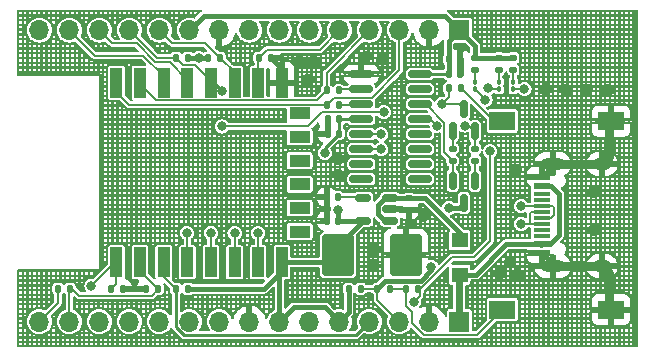
<source format=gbr>
%TF.GenerationSoftware,KiCad,Pcbnew,(6.0.0)*%
%TF.CreationDate,2022-01-19T01:41:59+08:00*%
%TF.ProjectId,NodeMcu,4e6f6465-4d63-4752-9e6b-696361645f70,rev?*%
%TF.SameCoordinates,Original*%
%TF.FileFunction,Copper,L1,Top*%
%TF.FilePolarity,Positive*%
%FSLAX46Y46*%
G04 Gerber Fmt 4.6, Leading zero omitted, Abs format (unit mm)*
G04 Created by KiCad (PCBNEW (6.0.0)) date 2022-01-19 01:41:59*
%MOMM*%
%LPD*%
G01*
G04 APERTURE LIST*
G04 Aperture macros list*
%AMRoundRect*
0 Rectangle with rounded corners*
0 $1 Rounding radius*
0 $2 $3 $4 $5 $6 $7 $8 $9 X,Y pos of 4 corners*
0 Add a 4 corners polygon primitive as box body*
4,1,4,$2,$3,$4,$5,$6,$7,$8,$9,$2,$3,0*
0 Add four circle primitives for the rounded corners*
1,1,$1+$1,$2,$3*
1,1,$1+$1,$4,$5*
1,1,$1+$1,$6,$7*
1,1,$1+$1,$8,$9*
0 Add four rect primitives between the rounded corners*
20,1,$1+$1,$2,$3,$4,$5,0*
20,1,$1+$1,$4,$5,$6,$7,0*
20,1,$1+$1,$6,$7,$8,$9,0*
20,1,$1+$1,$8,$9,$2,$3,0*%
G04 Aperture macros list end*
%TA.AperFunction,SMDPad,CuDef*%
%ADD10RoundRect,0.135000X-0.185000X0.135000X-0.185000X-0.135000X0.185000X-0.135000X0.185000X0.135000X0*%
%TD*%
%TA.AperFunction,SMDPad,CuDef*%
%ADD11RoundRect,0.135000X0.135000X0.185000X-0.135000X0.185000X-0.135000X-0.185000X0.135000X-0.185000X0*%
%TD*%
%TA.AperFunction,SMDPad,CuDef*%
%ADD12RoundRect,0.150000X0.150000X-0.587500X0.150000X0.587500X-0.150000X0.587500X-0.150000X-0.587500X0*%
%TD*%
%TA.AperFunction,SMDPad,CuDef*%
%ADD13RoundRect,0.135000X0.185000X-0.135000X0.185000X0.135000X-0.185000X0.135000X-0.185000X-0.135000X0*%
%TD*%
%TA.AperFunction,SMDPad,CuDef*%
%ADD14R,1.400000X1.300000*%
%TD*%
%TA.AperFunction,SMDPad,CuDef*%
%ADD15RoundRect,0.135000X-0.135000X-0.185000X0.135000X-0.185000X0.135000X0.185000X-0.135000X0.185000X0*%
%TD*%
%TA.AperFunction,ComponentPad*%
%ADD16R,1.700000X1.700000*%
%TD*%
%TA.AperFunction,ComponentPad*%
%ADD17O,1.700000X1.700000*%
%TD*%
%TA.AperFunction,SMDPad,CuDef*%
%ADD18RoundRect,0.150000X0.512500X0.150000X-0.512500X0.150000X-0.512500X-0.150000X0.512500X-0.150000X0*%
%TD*%
%TA.AperFunction,SMDPad,CuDef*%
%ADD19R,2.180000X1.600000*%
%TD*%
%TA.AperFunction,SMDPad,CuDef*%
%ADD20RoundRect,0.140000X-0.140000X-0.170000X0.140000X-0.170000X0.140000X0.170000X-0.140000X0.170000X0*%
%TD*%
%TA.AperFunction,SMDPad,CuDef*%
%ADD21R,1.450000X0.600000*%
%TD*%
%TA.AperFunction,SMDPad,CuDef*%
%ADD22R,1.450000X0.300000*%
%TD*%
%TA.AperFunction,ComponentPad*%
%ADD23O,1.600000X1.000000*%
%TD*%
%TA.AperFunction,ComponentPad*%
%ADD24O,2.100000X1.000000*%
%TD*%
%TA.AperFunction,SMDPad,CuDef*%
%ADD25RoundRect,0.140000X0.140000X0.170000X-0.140000X0.170000X-0.140000X-0.170000X0.140000X-0.170000X0*%
%TD*%
%TA.AperFunction,SMDPad,CuDef*%
%ADD26R,1.000000X2.500000*%
%TD*%
%TA.AperFunction,SMDPad,CuDef*%
%ADD27R,1.800000X1.000000*%
%TD*%
%TA.AperFunction,SMDPad,CuDef*%
%ADD28RoundRect,0.150000X-0.825000X-0.150000X0.825000X-0.150000X0.825000X0.150000X-0.825000X0.150000X0*%
%TD*%
%TA.AperFunction,SMDPad,CuDef*%
%ADD29RoundRect,0.150000X-0.150000X0.587500X-0.150000X-0.587500X0.150000X-0.587500X0.150000X0.587500X0*%
%TD*%
%TA.AperFunction,SMDPad,CuDef*%
%ADD30RoundRect,0.100000X0.100000X-0.130000X0.100000X0.130000X-0.100000X0.130000X-0.100000X-0.130000X0*%
%TD*%
%TA.AperFunction,SMDPad,CuDef*%
%ADD31RoundRect,0.250000X-1.112500X-1.500000X1.112500X-1.500000X1.112500X1.500000X-1.112500X1.500000X0*%
%TD*%
%TA.AperFunction,SMDPad,CuDef*%
%ADD32RoundRect,0.140000X-0.170000X0.140000X-0.170000X-0.140000X0.170000X-0.140000X0.170000X0.140000X0*%
%TD*%
%TA.AperFunction,ViaPad*%
%ADD33C,0.800000*%
%TD*%
%TA.AperFunction,Conductor*%
%ADD34C,0.400000*%
%TD*%
%TA.AperFunction,Conductor*%
%ADD35C,0.250000*%
%TD*%
%TA.AperFunction,Conductor*%
%ADD36C,0.800000*%
%TD*%
%TA.AperFunction,Conductor*%
%ADD37C,0.200000*%
%TD*%
%TA.AperFunction,Conductor*%
%ADD38C,0.600000*%
%TD*%
G04 APERTURE END LIST*
D10*
%TO.P,R5,1*%
%TO.N,+3V3*%
X133015712Y-54279713D03*
%TO.P,R5,2*%
%TO.N,Net-(D3-Pad2)*%
X133015712Y-55299713D03*
%TD*%
D11*
%TO.P,R10,1*%
%TO.N,/nRST*%
X121310000Y-73850000D03*
%TO.P,R10,2*%
%TO.N,+3V3*%
X120290000Y-73850000D03*
%TD*%
%TO.P,R17,1*%
%TO.N,/ADC*%
X104185000Y-73850000D03*
%TO.P,R17,2*%
%TO.N,GND*%
X103165000Y-73850000D03*
%TD*%
D12*
%TO.P,Q2,1,B*%
%TO.N,Net-(Q2-Pad1)*%
X129100000Y-60500000D03*
%TO.P,Q2,2,E*%
%TO.N,Net-(Q2-Pad2)*%
X131000000Y-60500000D03*
%TO.P,Q2,3,C*%
%TO.N,/GPIO0*%
X130050000Y-58625000D03*
%TD*%
D13*
%TO.P,R14,1*%
%TO.N,Net-(Q1-Pad1)*%
X131000000Y-62995000D03*
%TO.P,R14,2*%
%TO.N,Net-(Q2-Pad2)*%
X131000000Y-61975000D03*
%TD*%
D14*
%TO.P,D4,1,K*%
%TO.N,+5VD*%
X129700000Y-69750000D03*
%TO.P,D4,2,A*%
%TO.N,/VDDUSB*%
X129700000Y-72650000D03*
%TD*%
D15*
%TO.P,R2,1*%
%TO.N,/GPIO0*%
X105690000Y-54300000D03*
%TO.P,R2,2*%
%TO.N,+3V3*%
X106710000Y-54300000D03*
%TD*%
D16*
%TO.P,J1,1,Pin_1*%
%TO.N,/VDDUSB*%
X129675000Y-76625000D03*
D17*
%TO.P,J1,2,Pin_2*%
%TO.N,GND*%
X127135000Y-76625000D03*
%TO.P,J1,3,Pin_3*%
%TO.N,/nRST*%
X124595000Y-76625000D03*
%TO.P,J1,4,Pin_4*%
%TO.N,/EN*%
X122055000Y-76625000D03*
%TO.P,J1,5,Pin_5*%
%TO.N,+3V3*%
X119515000Y-76625000D03*
%TO.P,J1,6,Pin_6*%
%TO.N,GND*%
X116975000Y-76625000D03*
%TO.P,J1,7,Pin_7*%
%TO.N,+3V3*%
X114435000Y-76625000D03*
%TO.P,J1,8,Pin_8*%
%TO.N,GND*%
X111895000Y-76625000D03*
%TO.P,J1,9,Pin_9*%
%TO.N,unconnected-(J1-Pad9)*%
X109355000Y-76625000D03*
%TO.P,J1,10,Pin_10*%
%TO.N,unconnected-(J1-Pad10)*%
X106815000Y-76625000D03*
%TO.P,J1,11,Pin_11*%
%TO.N,unconnected-(J1-Pad11)*%
X104275000Y-76625000D03*
%TO.P,J1,12,Pin_12*%
%TO.N,unconnected-(J1-Pad12)*%
X101735000Y-76625000D03*
%TO.P,J1,13,Pin_13*%
%TO.N,unconnected-(J1-Pad13)*%
X99195000Y-76625000D03*
%TO.P,J1,14,Pin_14*%
%TO.N,/ADC*%
X96655000Y-76625000D03*
%TO.P,J1,15,Pin_15*%
%TO.N,/ADC EX*%
X94115000Y-76625000D03*
%TD*%
D15*
%TO.P,R11,1*%
%TO.N,/GPIO15*%
X112710000Y-54300000D03*
%TO.P,R11,2*%
%TO.N,GND*%
X113730000Y-54300000D03*
%TD*%
D18*
%TO.P,U2,1,IN*%
%TO.N,+5VD*%
X123800000Y-68075000D03*
%TO.P,U2,2,GND*%
%TO.N,GND*%
X123800000Y-67125000D03*
%TO.P,U2,3,EN*%
%TO.N,+5VD*%
X123800000Y-66175000D03*
%TO.P,U2,4,BP*%
%TO.N,Net-(C6-Pad1)*%
X121525000Y-66175000D03*
%TO.P,U2,5,OUT*%
%TO.N,+3V3*%
X121525000Y-68075000D03*
%TD*%
D19*
%TO.P,SW2,1,1*%
%TO.N,Net-(R9-Pad2)*%
X133310000Y-59650000D03*
%TO.P,SW2,2,2*%
%TO.N,GND*%
X142490000Y-59650000D03*
%TD*%
D16*
%TO.P,J2,1,Pin_1*%
%TO.N,+3V3*%
X129675000Y-51950000D03*
D17*
%TO.P,J2,2,Pin_2*%
%TO.N,GND*%
X127135000Y-51950000D03*
%TO.P,J2,3,Pin_3*%
%TO.N,/TXD*%
X124595000Y-51950000D03*
%TO.P,J2,4,Pin_4*%
%TO.N,/RXD*%
X122055000Y-51950000D03*
%TO.P,J2,5,Pin_5*%
%TO.N,/GPIO15*%
X119515000Y-51950000D03*
%TO.P,J2,6,Pin_6*%
%TO.N,/GPIO13*%
X116975000Y-51950000D03*
%TO.P,J2,7,Pin_7*%
%TO.N,/GPIO12*%
X114435000Y-51950000D03*
%TO.P,J2,8,Pin_8*%
%TO.N,/GPIO14*%
X111895000Y-51950000D03*
%TO.P,J2,9,Pin_9*%
%TO.N,GND*%
X109355000Y-51950000D03*
%TO.P,J2,10,Pin_10*%
%TO.N,+3V3*%
X106815000Y-51950000D03*
%TO.P,J2,11,Pin_11*%
%TO.N,/GPIO2*%
X104275000Y-51950000D03*
%TO.P,J2,12,Pin_12*%
%TO.N,/GPIO0*%
X101735000Y-51950000D03*
%TO.P,J2,13,Pin_13*%
%TO.N,/GPIO4*%
X99195000Y-51950000D03*
%TO.P,J2,14,Pin_14*%
%TO.N,/GPIO5*%
X96655000Y-51950000D03*
%TO.P,J2,15,Pin_15*%
%TO.N,/GPIO16*%
X94115000Y-51950000D03*
%TD*%
D15*
%TO.P,R12,1*%
%TO.N,/RXD*%
X118430000Y-57050000D03*
%TO.P,R12,2*%
%TO.N,Net-(R12-Pad2)*%
X119450000Y-57050000D03*
%TD*%
%TO.P,R8,1*%
%TO.N,/nRST*%
X122740000Y-73850000D03*
%TO.P,R8,2*%
%TO.N,Net-(R7-Pad2)*%
X123760000Y-73850000D03*
%TD*%
D20*
%TO.P,C2,1*%
%TO.N,+3V3*%
X128775000Y-54399500D03*
%TO.P,C2,2*%
%TO.N,GND*%
X129735000Y-54399500D03*
%TD*%
D15*
%TO.P,R6,1*%
%TO.N,/EN*%
X105665000Y-73850000D03*
%TO.P,R6,2*%
%TO.N,+3V3*%
X106685000Y-73850000D03*
%TD*%
D19*
%TO.P,SW1,1,1*%
%TO.N,Net-(R7-Pad2)*%
X133310000Y-75600000D03*
%TO.P,SW1,2,2*%
%TO.N,GND*%
X142490000Y-75600000D03*
%TD*%
D21*
%TO.P,J3,A1,GND*%
%TO.N,GND*%
X136655000Y-70850000D03*
%TO.P,J3,A4,VBUS*%
%TO.N,/VDDUSB*%
X136655000Y-70050000D03*
D22*
%TO.P,J3,A5,CC1*%
%TO.N,unconnected-(J3-PadA5)*%
X136655000Y-68850000D03*
%TO.P,J3,A6,D+*%
%TO.N,Net-(J3-PadA6)*%
X136655000Y-67850000D03*
%TO.P,J3,A7,D-*%
%TO.N,Net-(J3-PadA7)*%
X136655000Y-67350000D03*
%TO.P,J3,A8,SBU1*%
%TO.N,unconnected-(J3-PadA8)*%
X136655000Y-66350000D03*
D21*
%TO.P,J3,A9,VBUS*%
%TO.N,/VDDUSB*%
X136655000Y-65150000D03*
%TO.P,J3,A12,GND*%
%TO.N,GND*%
X136655000Y-64350000D03*
%TO.P,J3,B1,GND*%
X136655000Y-64350000D03*
%TO.P,J3,B4,VBUS*%
%TO.N,/VDDUSB*%
X136655000Y-65150000D03*
D22*
%TO.P,J3,B5,CC2*%
%TO.N,unconnected-(J3-PadB5)*%
X136655000Y-65850000D03*
%TO.P,J3,B6,D+*%
%TO.N,Net-(J3-PadA6)*%
X136655000Y-66850000D03*
%TO.P,J3,B7,D-*%
%TO.N,Net-(J3-PadA7)*%
X136655000Y-68350000D03*
%TO.P,J3,B8,SBU2*%
%TO.N,unconnected-(J3-PadB8)*%
X136655000Y-69350000D03*
D21*
%TO.P,J3,B9,VBUS*%
%TO.N,/VDDUSB*%
X136655000Y-70050000D03*
%TO.P,J3,B12,GND*%
%TO.N,GND*%
X136655000Y-70850000D03*
D23*
%TO.P,J3,S1,SHIELD*%
X141750000Y-71920000D03*
D24*
X137570000Y-71920000D03*
X137570000Y-63280000D03*
D23*
X141750000Y-63280000D03*
%TD*%
D25*
%TO.P,C8,1*%
%TO.N,GND*%
X101160000Y-73850000D03*
%TO.P,C8,2*%
%TO.N,/nRST*%
X100200000Y-73850000D03*
%TD*%
D15*
%TO.P,R9,1*%
%TO.N,/GPIO0*%
X128765000Y-56850000D03*
%TO.P,R9,2*%
%TO.N,Net-(R9-Pad2)*%
X129785000Y-56850000D03*
%TD*%
D26*
%TO.P,U1,1,~{RST}*%
%TO.N,/nRST*%
X100640000Y-71600000D03*
%TO.P,U1,2,ADC*%
%TO.N,/ADC*%
X102640000Y-71600000D03*
%TO.P,U1,3,EN*%
%TO.N,/EN*%
X104640000Y-71600000D03*
%TO.P,U1,4,GPIO16*%
%TO.N,/GPIO16*%
X106640000Y-71600000D03*
%TO.P,U1,5,GPIO14*%
%TO.N,/GPIO14*%
X108640000Y-71600000D03*
%TO.P,U1,6,GPIO12*%
%TO.N,/GPIO12*%
X110640000Y-71600000D03*
%TO.P,U1,7,GPIO13*%
%TO.N,/GPIO13*%
X112640000Y-71600000D03*
%TO.P,U1,8,VCC*%
%TO.N,+3V3*%
X114640000Y-71600000D03*
D27*
%TO.P,U1,9,CS0*%
%TO.N,unconnected-(U1-Pad9)*%
X116140000Y-69000000D03*
%TO.P,U1,10,MISO*%
%TO.N,unconnected-(U1-Pad10)*%
X116140000Y-67000000D03*
%TO.P,U1,11,GPIO9*%
%TO.N,unconnected-(U1-Pad11)*%
X116140000Y-65000000D03*
%TO.P,U1,12,GPIO10*%
%TO.N,unconnected-(U1-Pad12)*%
X116140000Y-63000000D03*
%TO.P,U1,13,MOSI*%
%TO.N,unconnected-(U1-Pad13)*%
X116140000Y-61000000D03*
%TO.P,U1,14,SCLK*%
%TO.N,unconnected-(U1-Pad14)*%
X116140000Y-59000000D03*
D26*
%TO.P,U1,15,GND*%
%TO.N,GND*%
X114640000Y-56400000D03*
%TO.P,U1,16,GPIO15*%
%TO.N,/GPIO15*%
X112640000Y-56400000D03*
%TO.P,U1,17,GPIO2*%
%TO.N,/GPIO2*%
X110640000Y-56400000D03*
%TO.P,U1,18,GPIO0*%
%TO.N,/GPIO0*%
X108640000Y-56400000D03*
%TO.P,U1,19,GPIO4*%
%TO.N,/GPIO4*%
X106640000Y-56400000D03*
%TO.P,U1,20,GPIO5*%
%TO.N,/GPIO5*%
X104640000Y-56400000D03*
%TO.P,U1,21,GPIO3/RXD*%
%TO.N,/RXD*%
X102640000Y-56400000D03*
%TO.P,U1,22,GPIO1/TXD*%
%TO.N,/TXD*%
X100640000Y-56400000D03*
%TD*%
D28*
%TO.P,U3,1,GND*%
%TO.N,GND*%
X121375000Y-55680000D03*
%TO.P,U3,2,TXD*%
%TO.N,Net-(R12-Pad2)*%
X121375000Y-56950000D03*
%TO.P,U3,3,RXD*%
%TO.N,Net-(R13-Pad1)*%
X121375000Y-58220000D03*
%TO.P,U3,4,V3*%
%TO.N,+3V3*%
X121375000Y-59490000D03*
%TO.P,U3,5,UD+*%
%TO.N,Net-(J3-PadA6)*%
X121375000Y-60760000D03*
%TO.P,U3,6,UD-*%
%TO.N,Net-(J3-PadA7)*%
X121375000Y-62030000D03*
%TO.P,U3,7,NC*%
%TO.N,unconnected-(U3-Pad7)*%
X121375000Y-63300000D03*
%TO.P,U3,8,NC*%
%TO.N,unconnected-(U3-Pad8)*%
X121375000Y-64570000D03*
%TO.P,U3,9,~{CTS}*%
%TO.N,unconnected-(U3-Pad9)*%
X126325000Y-64570000D03*
%TO.P,U3,10,~{DSR}*%
%TO.N,unconnected-(U3-Pad10)*%
X126325000Y-63300000D03*
%TO.P,U3,11,~{RI}*%
%TO.N,unconnected-(U3-Pad11)*%
X126325000Y-62030000D03*
%TO.P,U3,12,~{DCD}*%
%TO.N,unconnected-(U3-Pad12)*%
X126325000Y-60760000D03*
%TO.P,U3,13,~{DTR}*%
%TO.N,Net-(Q2-Pad2)*%
X126325000Y-59490000D03*
%TO.P,U3,14,~{RTS}*%
%TO.N,Net-(Q1-Pad2)*%
X126325000Y-58220000D03*
%TO.P,U3,15,R232*%
%TO.N,unconnected-(U3-Pad15)*%
X126325000Y-56950000D03*
%TO.P,U3,16,VCC*%
%TO.N,+3V3*%
X126325000Y-55680000D03*
%TD*%
D20*
%TO.P,C3,1*%
%TO.N,+3V3*%
X128775000Y-55650500D03*
%TO.P,C3,2*%
%TO.N,GND*%
X129735000Y-55650500D03*
%TD*%
D11*
%TO.P,R13,1*%
%TO.N,Net-(R13-Pad1)*%
X119480530Y-58257134D03*
%TO.P,R13,2*%
%TO.N,/TXD*%
X118460530Y-58257134D03*
%TD*%
D25*
%TO.P,C4,1*%
%TO.N,+3V3*%
X119480000Y-59500000D03*
%TO.P,C4,2*%
%TO.N,GND*%
X118520000Y-59500000D03*
%TD*%
D11*
%TO.P,R7,1*%
%TO.N,/GPIO16*%
X126210000Y-73850000D03*
%TO.P,R7,2*%
%TO.N,Net-(R7-Pad2)*%
X125190000Y-73850000D03*
%TD*%
%TO.P,R3,1*%
%TO.N,/GPIO2*%
X109410000Y-54300000D03*
%TO.P,R3,2*%
%TO.N,+3V3*%
X108390000Y-54300000D03*
%TD*%
D10*
%TO.P,R1,1*%
%TO.N,+3V3*%
X131000000Y-54280000D03*
%TO.P,R1,2*%
%TO.N,Net-(D1-Pad2)*%
X131000000Y-55300000D03*
%TD*%
D29*
%TO.P,Q1,1,B*%
%TO.N,Net-(Q1-Pad1)*%
X131000000Y-64687500D03*
%TO.P,Q1,2,E*%
%TO.N,Net-(Q1-Pad2)*%
X129100000Y-64687500D03*
%TO.P,Q1,3,C*%
%TO.N,/nRST*%
X130050000Y-66562500D03*
%TD*%
D30*
%TO.P,D2,1,K*%
%TO.N,/TXD*%
X134240712Y-56949713D03*
%TO.P,D2,2,A*%
%TO.N,Net-(D2-Pad2)*%
X134240712Y-56309713D03*
%TD*%
D25*
%TO.P,C7,1*%
%TO.N,+3V3*%
X119400000Y-68075000D03*
%TO.P,C7,2*%
%TO.N,GND*%
X118440000Y-68075000D03*
%TD*%
D30*
%TO.P,D3,1,K*%
%TO.N,/RXD*%
X133015712Y-56949713D03*
%TO.P,D3,2,A*%
%TO.N,Net-(D3-Pad2)*%
X133015712Y-56309713D03*
%TD*%
%TO.P,D1,1,K*%
%TO.N,/GPIO16*%
X131012000Y-56945000D03*
%TO.P,D1,2,A*%
%TO.N,Net-(D1-Pad2)*%
X131012000Y-56305000D03*
%TD*%
D25*
%TO.P,C6,1*%
%TO.N,Net-(C6-Pad1)*%
X119400000Y-66075000D03*
%TO.P,C6,2*%
%TO.N,GND*%
X118440000Y-66075000D03*
%TD*%
D31*
%TO.P,C1,1*%
%TO.N,+3V3*%
X119400000Y-71000000D03*
%TO.P,C1,2*%
%TO.N,GND*%
X125125000Y-71000000D03*
%TD*%
D32*
%TO.P,C5,1*%
%TO.N,+5VD*%
X125400000Y-66200000D03*
%TO.P,C5,2*%
%TO.N,GND*%
X125400000Y-67160000D03*
%TD*%
D11*
%TO.P,R16,1*%
%TO.N,/ADC*%
X96710000Y-73850000D03*
%TO.P,R16,2*%
%TO.N,/ADC EX*%
X95690000Y-73850000D03*
%TD*%
D10*
%TO.P,R15,1*%
%TO.N,Net-(Q2-Pad1)*%
X129100000Y-61975000D03*
%TO.P,R15,2*%
%TO.N,Net-(Q1-Pad2)*%
X129100000Y-62995000D03*
%TD*%
%TO.P,R4,1*%
%TO.N,+3V3*%
X134240712Y-54279713D03*
%TO.P,R4,2*%
%TO.N,Net-(D2-Pad2)*%
X134240712Y-55299713D03*
%TD*%
D25*
%TO.P,C9,1*%
%TO.N,+3V3*%
X119480000Y-60700000D03*
%TO.P,C9,2*%
%TO.N,GND*%
X118520000Y-60700000D03*
%TD*%
D33*
%TO.N,+3V3*%
X118275000Y-62325000D03*
X119400000Y-67200000D03*
X107600000Y-54300000D03*
%TO.N,GND*%
X142150000Y-57050000D03*
X121700000Y-54250000D03*
X123100000Y-54400000D03*
X141050000Y-65600000D03*
X140450000Y-57025000D03*
X133125000Y-72525000D03*
X116150000Y-54650000D03*
X116850000Y-56175000D03*
X129800000Y-53500000D03*
X134450000Y-63775000D03*
X119425000Y-62825000D03*
X117350000Y-54650000D03*
X141075000Y-68850000D03*
X119450000Y-64200000D03*
X122400000Y-71850000D03*
X136950000Y-56975000D03*
X134650000Y-72650000D03*
X122400000Y-70525000D03*
X126625000Y-67650000D03*
X133975000Y-71575000D03*
X138675000Y-57000000D03*
X125550000Y-68275000D03*
%TO.N,/nRST*%
X127300000Y-72000000D03*
X98525000Y-73575000D03*
X128800000Y-67000000D03*
%TO.N,/GPIO16*%
X106600000Y-69100000D03*
X131875000Y-57850000D03*
X132275000Y-62200000D03*
X125839500Y-74923524D03*
%TO.N,/TXD*%
X135175000Y-56950000D03*
%TO.N,/RXD*%
X132100000Y-56875000D03*
%TO.N,/GPIO13*%
X112640000Y-69123640D03*
%TO.N,/GPIO12*%
X110642055Y-69132958D03*
%TO.N,/GPIO14*%
X108647954Y-69110237D03*
%TO.N,/GPIO0*%
X128200000Y-58200000D03*
X109550000Y-60100000D03*
X109590498Y-57075000D03*
X123275000Y-58875000D03*
%TO.N,Net-(J3-PadA6)*%
X123050500Y-60760000D03*
X134910000Y-66850000D03*
%TO.N,Net-(J3-PadA7)*%
X123050500Y-62030131D03*
X134895247Y-68348931D03*
%TO.N,Net-(Q2-Pad2)*%
X127750000Y-60050000D03*
X130125000Y-60025000D03*
%TD*%
D34*
%TO.N,+3V3*%
X118800000Y-71600000D02*
X114640000Y-71600000D01*
X128775000Y-54399500D02*
X128775000Y-52850000D01*
X114435000Y-71805000D02*
X114640000Y-71600000D01*
D35*
X119480000Y-59500000D02*
X121365000Y-59500000D01*
D34*
X126325000Y-55680000D02*
X125520000Y-55680000D01*
X131000000Y-54280000D02*
X133015425Y-54280000D01*
X119400000Y-71000000D02*
X119400000Y-70200000D01*
D35*
X121365000Y-59500000D02*
X121375000Y-59490000D01*
D34*
X120290000Y-75850000D02*
X119515000Y-76625000D01*
X120290000Y-73850000D02*
X120290000Y-75850000D01*
D35*
X118275000Y-62325000D02*
X118275000Y-61905000D01*
D34*
X119400000Y-68075000D02*
X121525000Y-68075000D01*
D35*
X119480000Y-59500000D02*
X119480000Y-60700000D01*
X118275000Y-61905000D02*
X119480000Y-60700000D01*
D34*
X115634511Y-75425489D02*
X114435000Y-76625000D01*
X128475489Y-50750489D02*
X108014511Y-50750489D01*
X108014511Y-50750489D02*
X106815000Y-51950000D01*
X113140000Y-73850000D02*
X114640000Y-72350000D01*
X107600000Y-54300000D02*
X108390000Y-54300000D01*
X133015712Y-54279713D02*
X134240712Y-54279713D01*
X111350000Y-73850000D02*
X106685000Y-73850000D01*
D35*
X126325000Y-55680000D02*
X126019639Y-55680000D01*
D34*
X133015425Y-54280000D02*
X133015712Y-54279713D01*
X128815000Y-55650500D02*
X128815000Y-54399500D01*
X119400000Y-68075000D02*
X119400000Y-67200000D01*
X119515000Y-76625000D02*
X118315489Y-75425489D01*
X106710000Y-54300000D02*
X107600000Y-54300000D01*
X131000000Y-54280000D02*
X131000000Y-53275000D01*
D35*
X126325000Y-55680000D02*
X128745500Y-55680000D01*
D34*
X114640000Y-72350000D02*
X114640000Y-71600000D01*
X129675000Y-51950000D02*
X128475489Y-50750489D01*
X119400000Y-71000000D02*
X118800000Y-71600000D01*
X128809500Y-54405000D02*
X128815000Y-54399500D01*
X119400000Y-70200000D02*
X121525000Y-68075000D01*
X118315489Y-75425489D02*
X115634511Y-75425489D01*
D35*
X128745500Y-55680000D02*
X128775000Y-55650500D01*
D34*
X111350000Y-73850000D02*
X113140000Y-73850000D01*
X131000000Y-53275000D02*
X129675000Y-51950000D01*
X128775000Y-52850000D02*
X129675000Y-51950000D01*
X114435000Y-76625000D02*
X114435000Y-71805000D01*
X111660000Y-73850000D02*
X111350000Y-73850000D01*
D36*
%TO.N,GND*%
X142360000Y-62670000D02*
X142360000Y-59780000D01*
X137570000Y-71920000D02*
X141750000Y-71920000D01*
D34*
X114640000Y-56400000D02*
X114640000Y-55210000D01*
D36*
X141750000Y-71920000D02*
X142360000Y-72530000D01*
D34*
X137570000Y-63435000D02*
X136655000Y-64350000D01*
D36*
X142360000Y-75470000D02*
X142490000Y-75600000D01*
D34*
X137570000Y-71765000D02*
X136655000Y-70850000D01*
D36*
X142360000Y-59780000D02*
X142490000Y-59650000D01*
X142360000Y-72530000D02*
X142360000Y-75470000D01*
D34*
X101160000Y-73850000D02*
X103165000Y-73850000D01*
X114800000Y-56240000D02*
X114640000Y-56400000D01*
X114640000Y-55210000D02*
X113730000Y-54300000D01*
X137570000Y-63280000D02*
X137570000Y-63435000D01*
D36*
X141750000Y-63280000D02*
X137570000Y-63280000D01*
X141750000Y-63280000D02*
X142360000Y-62670000D01*
D34*
X129775000Y-55650500D02*
X129775000Y-54399500D01*
X137570000Y-71920000D02*
X137570000Y-71765000D01*
%TO.N,+5VD*%
X123800000Y-68075000D02*
X123381073Y-68075000D01*
X129700000Y-69100000D02*
X126800000Y-66200000D01*
X122787980Y-67481907D02*
X122787980Y-66768093D01*
X123381073Y-68075000D02*
X122787980Y-67481907D01*
X123381073Y-66175000D02*
X123800000Y-66175000D01*
X129700000Y-69750000D02*
X129700000Y-69100000D01*
X126800000Y-66200000D02*
X125400000Y-66200000D01*
X123825000Y-66200000D02*
X123800000Y-66175000D01*
X122787980Y-66768093D02*
X123381073Y-66175000D01*
X125400000Y-66200000D02*
X123825000Y-66200000D01*
D37*
%TO.N,Net-(C6-Pad1)*%
X121425000Y-66075000D02*
X119400000Y-66075000D01*
X121525000Y-66175000D02*
X121425000Y-66075000D01*
D34*
%TO.N,/nRST*%
X128800000Y-67000000D02*
X129612500Y-67000000D01*
D37*
X100500000Y-71600000D02*
X98525000Y-73575000D01*
D34*
X122740000Y-73850000D02*
X123409520Y-73180480D01*
X127300000Y-72285349D02*
X127300000Y-72000000D01*
D37*
X122740000Y-74770000D02*
X124595000Y-76625000D01*
D34*
X126404869Y-73180480D02*
X127300000Y-72285349D01*
D37*
X100640000Y-73410000D02*
X100200000Y-73850000D01*
X100640000Y-71600000D02*
X100640000Y-73410000D01*
X121310000Y-73850000D02*
X122740000Y-73850000D01*
D34*
X123409520Y-73180480D02*
X126404869Y-73180480D01*
X129612500Y-67000000D02*
X130050000Y-66562500D01*
D37*
X122740000Y-73850000D02*
X122740000Y-74770000D01*
X100640000Y-71600000D02*
X100500000Y-71600000D01*
%TO.N,/GPIO16*%
X106640000Y-69140000D02*
X106600000Y-69100000D01*
X126300000Y-74463024D02*
X125839500Y-74923524D01*
X126371053Y-73850000D02*
X129046053Y-71175000D01*
X130900000Y-71175000D02*
X132275000Y-69800000D01*
X106640000Y-71600000D02*
X106640000Y-69140000D01*
X132275000Y-69800000D02*
X132275000Y-62200000D01*
X131013056Y-56943944D02*
X131012000Y-56945000D01*
X131012000Y-56945000D02*
X131875000Y-57808000D01*
X126210000Y-73850000D02*
X126300000Y-73940000D01*
X126300000Y-73940000D02*
X126300000Y-74463024D01*
X131875000Y-57808000D02*
X131875000Y-57850000D01*
X129046053Y-71175000D02*
X130900000Y-71175000D01*
X126210000Y-73850000D02*
X126371053Y-73850000D01*
%TO.N,Net-(D1-Pad2)*%
X131000000Y-56293000D02*
X131012000Y-56305000D01*
X131012000Y-55312000D02*
X131000000Y-55300000D01*
X131012000Y-56305000D02*
X131012000Y-55312000D01*
%TO.N,/TXD*%
X101740489Y-58250489D02*
X100640000Y-57150000D01*
X134240712Y-56949713D02*
X135174713Y-56949713D01*
X118400489Y-58250489D02*
X101740489Y-58250489D01*
X119039520Y-57670480D02*
X122254520Y-57670480D01*
X118430000Y-58280000D02*
X118400489Y-58250489D01*
X118430000Y-58280000D02*
X119039520Y-57670480D01*
X124595000Y-55330000D02*
X124595000Y-51950000D01*
X122254520Y-57670480D02*
X124595000Y-55330000D01*
X100640000Y-57150000D02*
X100640000Y-56400000D01*
X135174713Y-56949713D02*
X135175000Y-56950000D01*
%TO.N,Net-(D2-Pad2)*%
X134240712Y-55299713D02*
X134240712Y-56309713D01*
%TO.N,/RXD*%
X118430000Y-57050000D02*
X118430000Y-55575000D01*
X133015712Y-56949713D02*
X132174713Y-56949713D01*
X117580489Y-57899511D02*
X103999511Y-57899511D01*
X118430000Y-57050000D02*
X117580489Y-57899511D01*
X103999511Y-57899511D02*
X102640000Y-56540000D01*
X132174713Y-56949713D02*
X132100000Y-56875000D01*
X102640000Y-56540000D02*
X102640000Y-56400000D01*
X133040712Y-56974713D02*
X133040712Y-57054713D01*
X118430000Y-55575000D02*
X122055000Y-51950000D01*
%TO.N,Net-(D3-Pad2)*%
X133015712Y-55299713D02*
X133015712Y-56309713D01*
D34*
%TO.N,/VDDUSB*%
X137350000Y-70050000D02*
X136655000Y-70050000D01*
X131050000Y-72650000D02*
X133650000Y-70050000D01*
X129700000Y-72650000D02*
X131050000Y-72650000D01*
D38*
X129675000Y-76625000D02*
X129675000Y-72675000D01*
X129675000Y-72675000D02*
X129700000Y-72650000D01*
D34*
X138149520Y-69250480D02*
X137350000Y-70050000D01*
X136655000Y-65150000D02*
X137444661Y-65150000D01*
X137444661Y-65150000D02*
X138149520Y-65854859D01*
X133650000Y-70050000D02*
X136655000Y-70050000D01*
X136655000Y-70050000D02*
X136605000Y-70100000D01*
X138149520Y-65854859D02*
X138149520Y-69250480D01*
D37*
%TO.N,/EN*%
X104640000Y-72825000D02*
X104640000Y-71600000D01*
D35*
X105675000Y-73860000D02*
X105665000Y-73850000D01*
X106349211Y-77749511D02*
X105675000Y-77075300D01*
X120930489Y-77749511D02*
X106349211Y-77749511D01*
D37*
X105665000Y-73850000D02*
X104640000Y-72825000D01*
D35*
X122055000Y-76625000D02*
X120930489Y-77749511D01*
X105675000Y-77075300D02*
X105675000Y-73860000D01*
D37*
%TO.N,/ADC*%
X104185000Y-73850000D02*
X102640000Y-72305000D01*
X103615480Y-74419520D02*
X97479520Y-74419520D01*
X104185000Y-73850000D02*
X103615480Y-74419520D01*
X96655000Y-73905000D02*
X96655000Y-76625000D01*
X102640000Y-72305000D02*
X102640000Y-71600000D01*
X97479520Y-74419520D02*
X96810000Y-73750000D01*
X96810000Y-73750000D02*
X96655000Y-73905000D01*
%TO.N,/ADC EX*%
X95690000Y-75050000D02*
X94115000Y-76625000D01*
X95690000Y-73850000D02*
X95690000Y-75050000D01*
%TO.N,/GPIO15*%
X117865000Y-53600000D02*
X119515000Y-51950000D01*
X113400000Y-53600000D02*
X117865000Y-53600000D01*
X112640000Y-54370000D02*
X112640000Y-56400000D01*
X112710000Y-54300000D02*
X112640000Y-54370000D01*
X112710000Y-54290000D02*
X113400000Y-53600000D01*
X112710000Y-54300000D02*
X112710000Y-54290000D01*
%TO.N,/GPIO13*%
X112646592Y-69117048D02*
X112640000Y-69123640D01*
X112640000Y-71600000D02*
X112640000Y-69123640D01*
%TO.N,/GPIO12*%
X110640000Y-69135013D02*
X110642055Y-69132958D01*
X110640000Y-71600000D02*
X110640000Y-69135013D01*
%TO.N,/GPIO14*%
X108640000Y-69118191D02*
X108647954Y-69110237D01*
X108640000Y-71600000D02*
X108640000Y-69118191D01*
%TO.N,/GPIO2*%
X110640000Y-55530000D02*
X109410000Y-54300000D01*
X109410000Y-54300000D02*
X108159511Y-53049511D01*
X110640000Y-56400000D02*
X110640000Y-55530000D01*
X108159511Y-53049511D02*
X105374511Y-53049511D01*
X105374511Y-53049511D02*
X104275000Y-51950000D01*
%TO.N,/GPIO0*%
X105690000Y-54300000D02*
X104085000Y-54300000D01*
X116825000Y-60100000D02*
X118050000Y-58875000D01*
X109550000Y-60100000D02*
X116825000Y-60100000D01*
X104085000Y-54300000D02*
X101735000Y-51950000D01*
X106290489Y-54900489D02*
X107281955Y-54900489D01*
X128765000Y-56850000D02*
X128765000Y-57635000D01*
X107281955Y-54900489D02*
X108640000Y-56258534D01*
X128765000Y-57635000D02*
X128200000Y-58200000D01*
D35*
X108915498Y-56400000D02*
X109590498Y-57075000D01*
X108640000Y-56400000D02*
X108915498Y-56400000D01*
D37*
X118050000Y-58875000D02*
X123275000Y-58875000D01*
X105690000Y-54300000D02*
X106290489Y-54900489D01*
X108640000Y-56258534D02*
X108640000Y-56400000D01*
X130075567Y-58650567D02*
X130050000Y-58625000D01*
X129625000Y-58200000D02*
X130050000Y-58625000D01*
X128200000Y-58200000D02*
X129625000Y-58200000D01*
%TO.N,/GPIO4*%
X106640000Y-56400000D02*
X106640000Y-56150978D01*
X106640000Y-56150978D02*
X105138533Y-54649511D01*
X105138533Y-54649511D02*
X103940227Y-54649511D01*
X103940227Y-54649511D02*
X102340227Y-53049511D01*
X100294511Y-53049511D02*
X99195000Y-51950000D01*
X102340227Y-53049511D02*
X100294511Y-53049511D01*
%TO.N,/GPIO5*%
X102896433Y-54100000D02*
X98805000Y-54100000D01*
X104640000Y-55843567D02*
X102896433Y-54100000D01*
X98805000Y-54100000D02*
X96655000Y-51950000D01*
X104640000Y-56400000D02*
X104640000Y-55843567D01*
%TO.N,Net-(J3-PadA6)*%
X123088702Y-60758995D02*
X123087697Y-60760000D01*
X137450000Y-67850000D02*
X136655000Y-67850000D01*
X137700000Y-66970000D02*
X137700000Y-67600000D01*
X123087697Y-60760000D02*
X123050500Y-60760000D01*
X137700000Y-67600000D02*
X137450000Y-67850000D01*
X137580000Y-66850000D02*
X137700000Y-66970000D01*
X134910000Y-66850000D02*
X136655000Y-66850000D01*
X121375000Y-60760000D02*
X123050500Y-60760000D01*
X136655000Y-66850000D02*
X137580000Y-66850000D01*
%TO.N,Net-(J3-PadA7)*%
X136655000Y-68350000D02*
X135730000Y-68350000D01*
X135680489Y-67450489D02*
X135780978Y-67350000D01*
X134896316Y-68350000D02*
X136655000Y-68350000D01*
X121375000Y-62030000D02*
X123050369Y-62030000D01*
X123050369Y-62030000D02*
X123050500Y-62030131D01*
X134895247Y-68348931D02*
X134896316Y-68350000D01*
X135680489Y-68300489D02*
X135680489Y-67450489D01*
X135730000Y-68350000D02*
X135680489Y-68300489D01*
X135780978Y-67350000D02*
X136655000Y-67350000D01*
%TO.N,Net-(Q1-Pad1)*%
X131000000Y-64687500D02*
X131000000Y-62995000D01*
%TO.N,Net-(Q1-Pad2)*%
X129100000Y-64635000D02*
X129000000Y-64535000D01*
X129100000Y-62995000D02*
X129100000Y-64687500D01*
X128399501Y-62294501D02*
X129100000Y-62995000D01*
X128399501Y-59780967D02*
X128399501Y-62294501D01*
X129100000Y-64687500D02*
X129100000Y-64635000D01*
X126325000Y-58220000D02*
X126838534Y-58220000D01*
X126838534Y-58220000D02*
X128399501Y-59780967D01*
%TO.N,Net-(Q2-Pad1)*%
X129100000Y-60500000D02*
X129100000Y-61975000D01*
%TO.N,Net-(Q2-Pad2)*%
X127190000Y-59490000D02*
X127750000Y-60050000D01*
X126325000Y-59490000D02*
X127190000Y-59490000D01*
X130525000Y-60025000D02*
X131000000Y-60500000D01*
X131000000Y-60500000D02*
X131000000Y-61975000D01*
X130125000Y-60025000D02*
X130525000Y-60025000D01*
%TO.N,Net-(R7-Pad2)*%
X123760000Y-73850000D02*
X125190000Y-73850000D01*
X131185489Y-77724511D02*
X126674511Y-77724511D01*
X125700000Y-76750000D02*
X125700000Y-75825000D01*
X133310000Y-75600000D02*
X133150000Y-75600000D01*
X133310000Y-75600000D02*
X131185489Y-77724511D01*
X125190000Y-75315000D02*
X125190000Y-73850000D01*
X125700000Y-75825000D02*
X125190000Y-75315000D01*
X126674511Y-77724511D02*
X125700000Y-76750000D01*
%TO.N,Net-(R9-Pad2)*%
X132585000Y-59650000D02*
X133310000Y-59650000D01*
X133310000Y-59650000D02*
X133310000Y-58915000D01*
X129785000Y-56850000D02*
X132585000Y-59650000D01*
%TO.N,Net-(R12-Pad2)*%
X121375000Y-56950000D02*
X119550000Y-56950000D01*
X119550000Y-56950000D02*
X119450000Y-57050000D01*
%TO.N,Net-(R13-Pad1)*%
X121337866Y-58257134D02*
X121375000Y-58220000D01*
X119480530Y-58257134D02*
X121337866Y-58257134D01*
%TD*%
%TA.AperFunction,Conductor*%
%TO.N,GND*%
G36*
X107850245Y-50218907D02*
G01*
X107886209Y-50268407D01*
X107886209Y-50329593D01*
X107850245Y-50379093D01*
X107837531Y-50386883D01*
X107830422Y-50389193D01*
X107810901Y-50403376D01*
X107797662Y-50411488D01*
X107783108Y-50418903D01*
X107783106Y-50418905D01*
X107776169Y-50422439D01*
X107753606Y-50445002D01*
X107753602Y-50445005D01*
X107264493Y-50934114D01*
X107209976Y-50961891D01*
X107165214Y-50958683D01*
X107031875Y-50917407D01*
X107031871Y-50917406D01*
X107027254Y-50915977D01*
X107022446Y-50915472D01*
X107022443Y-50915471D01*
X106827185Y-50894949D01*
X106827183Y-50894949D01*
X106822369Y-50894443D01*
X106772646Y-50898968D01*
X106622022Y-50912675D01*
X106622017Y-50912676D01*
X106617203Y-50913114D01*
X106419572Y-50971280D01*
X106415288Y-50973519D01*
X106415287Y-50973520D01*
X106404428Y-50979197D01*
X106237002Y-51066726D01*
X106233231Y-51069758D01*
X106080220Y-51192781D01*
X106080217Y-51192783D01*
X106076447Y-51195815D01*
X106073333Y-51199526D01*
X106073332Y-51199527D01*
X105990336Y-51298438D01*
X105944024Y-51353630D01*
X105941689Y-51357878D01*
X105941688Y-51357879D01*
X105935580Y-51368989D01*
X105844776Y-51534162D01*
X105843313Y-51538775D01*
X105843311Y-51538779D01*
X105796533Y-51686244D01*
X105782484Y-51730532D01*
X105781944Y-51735344D01*
X105781944Y-51735345D01*
X105780865Y-51744970D01*
X105759520Y-51935262D01*
X105776759Y-52140553D01*
X105778092Y-52145201D01*
X105778092Y-52145202D01*
X105832208Y-52333928D01*
X105832209Y-52333931D01*
X105833544Y-52338586D01*
X105927712Y-52521818D01*
X105930720Y-52525613D01*
X105980577Y-52588517D01*
X106001904Y-52645865D01*
X105985450Y-52704797D01*
X105937500Y-52742802D01*
X105902991Y-52749011D01*
X105539990Y-52749011D01*
X105481799Y-52730104D01*
X105469986Y-52720015D01*
X105252798Y-52502827D01*
X105225021Y-52448310D01*
X105230542Y-52417926D01*
X105631000Y-52417926D01*
X105631000Y-52531011D01*
X105687333Y-52531011D01*
X105639652Y-52438234D01*
X105637547Y-52433879D01*
X105636740Y-52432100D01*
X105634849Y-52427647D01*
X105631000Y-52417926D01*
X105230542Y-52417926D01*
X105235908Y-52388397D01*
X105234963Y-52387976D01*
X105236688Y-52384101D01*
X105236720Y-52383926D01*
X105239323Y-52379344D01*
X105245340Y-52361258D01*
X105302824Y-52188454D01*
X105302824Y-52188452D01*
X105304351Y-52183863D01*
X105306662Y-52165574D01*
X105329823Y-51982228D01*
X105330171Y-51979474D01*
X105330583Y-51950000D01*
X105316170Y-51803000D01*
X105310952Y-51749780D01*
X105310951Y-51749776D01*
X105310480Y-51744970D01*
X105303746Y-51722664D01*
X105267280Y-51601887D01*
X105250935Y-51547749D01*
X105154218Y-51365849D01*
X105024011Y-51206200D01*
X105020282Y-51203115D01*
X105016517Y-51200000D01*
X105300265Y-51200000D01*
X105323155Y-51228066D01*
X105326138Y-51231912D01*
X105327297Y-51233485D01*
X105330054Y-51237424D01*
X105340747Y-51253518D01*
X105343322Y-51257607D01*
X105344323Y-51259286D01*
X105346701Y-51263506D01*
X105420339Y-51402000D01*
X105432000Y-51402000D01*
X105631000Y-51402000D01*
X105668662Y-51402000D01*
X105752990Y-51248607D01*
X105755416Y-51244438D01*
X105756440Y-51242773D01*
X105759082Y-51238703D01*
X105769998Y-51222761D01*
X105772826Y-51218841D01*
X105774007Y-51217285D01*
X105777027Y-51213502D01*
X105788357Y-51200000D01*
X105631000Y-51200000D01*
X105631000Y-51402000D01*
X105432000Y-51402000D01*
X105432000Y-51200000D01*
X105300265Y-51200000D01*
X105016517Y-51200000D01*
X104869002Y-51077965D01*
X104869000Y-51077964D01*
X104865275Y-51074882D01*
X104728633Y-51001000D01*
X105230000Y-51001000D01*
X105432000Y-51001000D01*
X105631000Y-51001000D01*
X105833000Y-51001000D01*
X105833000Y-50951825D01*
X106032000Y-50951825D01*
X106100402Y-50896829D01*
X106104267Y-50893875D01*
X106105848Y-50892727D01*
X106109810Y-50889995D01*
X106125977Y-50879416D01*
X106130071Y-50876877D01*
X106131756Y-50875888D01*
X106136002Y-50873534D01*
X106234000Y-50822301D01*
X106234000Y-50799000D01*
X106032000Y-50799000D01*
X106032000Y-50951825D01*
X105833000Y-50951825D01*
X105833000Y-50799000D01*
X105631000Y-50799000D01*
X105631000Y-51001000D01*
X105432000Y-51001000D01*
X105432000Y-50799000D01*
X105230000Y-50799000D01*
X105230000Y-51001000D01*
X104728633Y-51001000D01*
X104696552Y-50983654D01*
X104688309Y-50979197D01*
X104688308Y-50979197D01*
X104684055Y-50976897D01*
X104614764Y-50955448D01*
X104491875Y-50917407D01*
X104491871Y-50917406D01*
X104487254Y-50915977D01*
X104482446Y-50915472D01*
X104482443Y-50915471D01*
X104287185Y-50894949D01*
X104287183Y-50894949D01*
X104282369Y-50894443D01*
X104232646Y-50898968D01*
X104082022Y-50912675D01*
X104082017Y-50912676D01*
X104077203Y-50913114D01*
X103879572Y-50971280D01*
X103875288Y-50973519D01*
X103875287Y-50973520D01*
X103864428Y-50979197D01*
X103697002Y-51066726D01*
X103693231Y-51069758D01*
X103540220Y-51192781D01*
X103540217Y-51192783D01*
X103536447Y-51195815D01*
X103533333Y-51199526D01*
X103533332Y-51199527D01*
X103450336Y-51298438D01*
X103404024Y-51353630D01*
X103401689Y-51357878D01*
X103401688Y-51357879D01*
X103395580Y-51368989D01*
X103304776Y-51534162D01*
X103303313Y-51538775D01*
X103303311Y-51538779D01*
X103256533Y-51686244D01*
X103242484Y-51730532D01*
X103241944Y-51735344D01*
X103241944Y-51735345D01*
X103240865Y-51744970D01*
X103219520Y-51935262D01*
X103236759Y-52140553D01*
X103238092Y-52145201D01*
X103238092Y-52145202D01*
X103292208Y-52333928D01*
X103292209Y-52333931D01*
X103293544Y-52338586D01*
X103387712Y-52521818D01*
X103515677Y-52683270D01*
X103519357Y-52686402D01*
X103519359Y-52686404D01*
X103595638Y-52751322D01*
X103672564Y-52816791D01*
X103676787Y-52819151D01*
X103676791Y-52819154D01*
X103791310Y-52883156D01*
X103852398Y-52917297D01*
X103856996Y-52918791D01*
X104043724Y-52979463D01*
X104043726Y-52979464D01*
X104048329Y-52980959D01*
X104252894Y-53005351D01*
X104257716Y-53004980D01*
X104257719Y-53004980D01*
X104325541Y-52999761D01*
X104458300Y-52989546D01*
X104656725Y-52934145D01*
X104661038Y-52931966D01*
X104661044Y-52931964D01*
X104710653Y-52906904D01*
X104771118Y-52897544D01*
X104825294Y-52925266D01*
X105124195Y-53224167D01*
X105126892Y-53227292D01*
X105129086Y-53231780D01*
X105135788Y-53237997D01*
X105165319Y-53265391D01*
X105167995Y-53267967D01*
X105181787Y-53281759D01*
X105185498Y-53284304D01*
X105189417Y-53287745D01*
X105204171Y-53301431D01*
X105211157Y-53307912D01*
X105219645Y-53311298D01*
X105219648Y-53311300D01*
X105221849Y-53312178D01*
X105241165Y-53322492D01*
X105243120Y-53323833D01*
X105243122Y-53323834D01*
X105250657Y-53329003D01*
X105259545Y-53331112D01*
X105259547Y-53331113D01*
X105276569Y-53335152D01*
X105290395Y-53339525D01*
X105308643Y-53346805D01*
X105308645Y-53346805D01*
X105315133Y-53349394D01*
X105321426Y-53350011D01*
X105327595Y-53350011D01*
X105350454Y-53352686D01*
X105350684Y-53352741D01*
X105350686Y-53352741D01*
X105359577Y-53354851D01*
X105388499Y-53350915D01*
X105401848Y-53350011D01*
X107994032Y-53350011D01*
X108052223Y-53368918D01*
X108064036Y-53379007D01*
X108295525Y-53610496D01*
X108323302Y-53665013D01*
X108313731Y-53725445D01*
X108270466Y-53768710D01*
X108225521Y-53779500D01*
X108215684Y-53779500D01*
X108166827Y-53785932D01*
X108159959Y-53789135D01*
X108159958Y-53789135D01*
X108065559Y-53833154D01*
X108004830Y-53840611D01*
X107963453Y-53821972D01*
X107907991Y-53779415D01*
X107907987Y-53779413D01*
X107902841Y-53775464D01*
X107756762Y-53714956D01*
X107600000Y-53694318D01*
X107443238Y-53714956D01*
X107297159Y-53775464D01*
X107191167Y-53856795D01*
X107186544Y-53860342D01*
X107128869Y-53880766D01*
X107070203Y-53863389D01*
X107056273Y-53851804D01*
X107040404Y-53835935D01*
X107032556Y-53832275D01*
X107032554Y-53832274D01*
X106940042Y-53789135D01*
X106940041Y-53789135D01*
X106933173Y-53785932D01*
X106884316Y-53779500D01*
X106535684Y-53779500D01*
X106486827Y-53785932D01*
X106479959Y-53789135D01*
X106479958Y-53789135D01*
X106387446Y-53832274D01*
X106387444Y-53832275D01*
X106379596Y-53835935D01*
X106295935Y-53919596D01*
X106289723Y-53932919D01*
X106247995Y-53977664D01*
X106187933Y-53989338D01*
X106132481Y-53963479D01*
X106110278Y-53932920D01*
X106104065Y-53919596D01*
X106020404Y-53835935D01*
X106012556Y-53832275D01*
X106012554Y-53832274D01*
X105920042Y-53789135D01*
X105920041Y-53789135D01*
X105913173Y-53785932D01*
X105864316Y-53779500D01*
X105515684Y-53779500D01*
X105466827Y-53785932D01*
X105459959Y-53789135D01*
X105459958Y-53789135D01*
X105367446Y-53832274D01*
X105367444Y-53832275D01*
X105359596Y-53835935D01*
X105275935Y-53919596D01*
X105265329Y-53942340D01*
X105223603Y-53987087D01*
X105175606Y-53999500D01*
X104250479Y-53999500D01*
X104192288Y-53980593D01*
X104180475Y-53970504D01*
X103991471Y-53781500D01*
X104428000Y-53781500D01*
X104630000Y-53781500D01*
X104829000Y-53781500D01*
X105031000Y-53781500D01*
X105031000Y-53662387D01*
X105230000Y-53662387D01*
X105249505Y-53648730D01*
X105256786Y-53644091D01*
X105259805Y-53642348D01*
X105267466Y-53638361D01*
X105336864Y-53606000D01*
X106043136Y-53606000D01*
X106112534Y-53638361D01*
X106120195Y-53642348D01*
X106123214Y-53644091D01*
X106130495Y-53648730D01*
X106158660Y-53668450D01*
X106165511Y-53673706D01*
X106168182Y-53675947D01*
X106174554Y-53681785D01*
X106200000Y-53707231D01*
X106225446Y-53681785D01*
X106231818Y-53675947D01*
X106234000Y-53674116D01*
X106234000Y-53606000D01*
X106043136Y-53606000D01*
X105336864Y-53606000D01*
X105230000Y-53606000D01*
X105230000Y-53662387D01*
X105031000Y-53662387D01*
X105031000Y-53606000D01*
X104829000Y-53606000D01*
X104829000Y-53781500D01*
X104630000Y-53781500D01*
X104630000Y-53606000D01*
X104428000Y-53606000D01*
X104428000Y-53781500D01*
X103991471Y-53781500D01*
X103815971Y-53606000D01*
X104124271Y-53606000D01*
X104229000Y-53710729D01*
X104229000Y-53606000D01*
X104124271Y-53606000D01*
X103815971Y-53606000D01*
X103616971Y-53407000D01*
X104027000Y-53407000D01*
X104229000Y-53407000D01*
X104428000Y-53407000D01*
X104630000Y-53407000D01*
X104630000Y-53237272D01*
X104829000Y-53237272D01*
X104829000Y-53407000D01*
X104997426Y-53407000D01*
X104980828Y-53391603D01*
X104974421Y-53385085D01*
X104971967Y-53382346D01*
X104966223Y-53375311D01*
X104963868Y-53372140D01*
X104829000Y-53237272D01*
X104630000Y-53237272D01*
X104630000Y-53205000D01*
X104489088Y-53205000D01*
X104486559Y-53205446D01*
X104481778Y-53206169D01*
X104479839Y-53206414D01*
X104475024Y-53206903D01*
X104428000Y-53210521D01*
X104428000Y-53407000D01*
X104229000Y-53407000D01*
X104229000Y-53222000D01*
X104227082Y-53221818D01*
X104086037Y-53205000D01*
X104027000Y-53205000D01*
X104027000Y-53407000D01*
X103616971Y-53407000D01*
X103414971Y-53205000D01*
X103723271Y-53205000D01*
X103828000Y-53309729D01*
X103828000Y-53205000D01*
X103723271Y-53205000D01*
X103414971Y-53205000D01*
X103013971Y-52804000D01*
X103322271Y-52804000D01*
X103427000Y-52908729D01*
X103427000Y-52894062D01*
X103374387Y-52849285D01*
X103370787Y-52846067D01*
X103369363Y-52844730D01*
X103365915Y-52841329D01*
X103352493Y-52827431D01*
X103349222Y-52823875D01*
X103347934Y-52822404D01*
X103344831Y-52818681D01*
X103333195Y-52804000D01*
X103322271Y-52804000D01*
X103013971Y-52804000D01*
X102712798Y-52502827D01*
X102685021Y-52448310D01*
X102693254Y-52403000D01*
X102921271Y-52403000D01*
X103026000Y-52507729D01*
X103026000Y-52403000D01*
X102921271Y-52403000D01*
X102693254Y-52403000D01*
X102695908Y-52388397D01*
X102694963Y-52387976D01*
X102696688Y-52384101D01*
X102696720Y-52383926D01*
X102699323Y-52379344D01*
X102705340Y-52361258D01*
X102757653Y-52204000D01*
X102981539Y-52204000D01*
X103026000Y-52204000D01*
X103026000Y-52196017D01*
X103025981Y-52195944D01*
X103025535Y-52194041D01*
X103024550Y-52189323D01*
X103021062Y-52170319D01*
X103020309Y-52165574D01*
X103020050Y-52163638D01*
X103019523Y-52158795D01*
X103006627Y-52005227D01*
X103006451Y-52006797D01*
X102981539Y-52204000D01*
X102757653Y-52204000D01*
X102762824Y-52188454D01*
X102762824Y-52188452D01*
X102764351Y-52183863D01*
X102766662Y-52165574D01*
X102789823Y-51982228D01*
X102790171Y-51979474D01*
X102790583Y-51950000D01*
X102776170Y-51803000D01*
X102770952Y-51749780D01*
X102770951Y-51749776D01*
X102770480Y-51744970D01*
X102763746Y-51722664D01*
X102727280Y-51601887D01*
X102727012Y-51601000D01*
X102954732Y-51601000D01*
X102979176Y-51681961D01*
X102980457Y-51686612D01*
X102980930Y-51688508D01*
X102981988Y-51693241D01*
X102985741Y-51712194D01*
X102986561Y-51716934D01*
X102986847Y-51718867D01*
X102987441Y-51723697D01*
X102995216Y-51803000D01*
X103014989Y-51803000D01*
X103025843Y-51706233D01*
X103026000Y-51705086D01*
X103026000Y-51601000D01*
X102954732Y-51601000D01*
X102727012Y-51601000D01*
X102710935Y-51547749D01*
X102614218Y-51365849D01*
X102557284Y-51296041D01*
X102824000Y-51296041D01*
X102880339Y-51402000D01*
X103026000Y-51402000D01*
X103026000Y-51230060D01*
X103225000Y-51230060D01*
X103229998Y-51222761D01*
X103232826Y-51218841D01*
X103234007Y-51217285D01*
X103237027Y-51213502D01*
X103248357Y-51200000D01*
X103225000Y-51200000D01*
X103225000Y-51230060D01*
X103026000Y-51230060D01*
X103026000Y-51200000D01*
X102824000Y-51200000D01*
X102824000Y-51296041D01*
X102557284Y-51296041D01*
X102484011Y-51206200D01*
X102480282Y-51203115D01*
X102329002Y-51077965D01*
X102329000Y-51077964D01*
X102325275Y-51074882D01*
X102156552Y-50983654D01*
X102148309Y-50979197D01*
X102148308Y-50979197D01*
X102144055Y-50976897D01*
X102074764Y-50955448D01*
X101951875Y-50917407D01*
X101951871Y-50917406D01*
X101947254Y-50915977D01*
X101942446Y-50915472D01*
X101942443Y-50915471D01*
X101747185Y-50894949D01*
X101747183Y-50894949D01*
X101742369Y-50894443D01*
X101692646Y-50898968D01*
X101542022Y-50912675D01*
X101542017Y-50912676D01*
X101537203Y-50913114D01*
X101339572Y-50971280D01*
X101335288Y-50973519D01*
X101335287Y-50973520D01*
X101324428Y-50979197D01*
X101157002Y-51066726D01*
X101153231Y-51069758D01*
X101000220Y-51192781D01*
X101000217Y-51192783D01*
X100996447Y-51195815D01*
X100993333Y-51199526D01*
X100993332Y-51199527D01*
X100910336Y-51298438D01*
X100864024Y-51353630D01*
X100861689Y-51357878D01*
X100861688Y-51357879D01*
X100855580Y-51368989D01*
X100764776Y-51534162D01*
X100763313Y-51538775D01*
X100763311Y-51538779D01*
X100716533Y-51686244D01*
X100702484Y-51730532D01*
X100701944Y-51735344D01*
X100701944Y-51735345D01*
X100700865Y-51744970D01*
X100679520Y-51935262D01*
X100696759Y-52140553D01*
X100698092Y-52145201D01*
X100698092Y-52145202D01*
X100752208Y-52333928D01*
X100752209Y-52333931D01*
X100753544Y-52338586D01*
X100847712Y-52521818D01*
X100850720Y-52525613D01*
X100900577Y-52588517D01*
X100921904Y-52645865D01*
X100905450Y-52704797D01*
X100857500Y-52742802D01*
X100822991Y-52749011D01*
X100459990Y-52749011D01*
X100401799Y-52730104D01*
X100389986Y-52720015D01*
X100172798Y-52502827D01*
X100145021Y-52448310D01*
X100146580Y-52439729D01*
X100418000Y-52439729D01*
X100509282Y-52531011D01*
X100607333Y-52531011D01*
X100559652Y-52438233D01*
X100557547Y-52433879D01*
X100556740Y-52432100D01*
X100554849Y-52427647D01*
X100547736Y-52409682D01*
X100546069Y-52405151D01*
X100545439Y-52403301D01*
X100545345Y-52403000D01*
X100418000Y-52403000D01*
X100418000Y-52439729D01*
X100146580Y-52439729D01*
X100155908Y-52388397D01*
X100154963Y-52387976D01*
X100156688Y-52384101D01*
X100156720Y-52383926D01*
X100159323Y-52379344D01*
X100165340Y-52361258D01*
X100217653Y-52204000D01*
X100441539Y-52204000D01*
X100488167Y-52204000D01*
X100487204Y-52200642D01*
X100485981Y-52195944D01*
X100485535Y-52194041D01*
X100484550Y-52189323D01*
X100481062Y-52170319D01*
X100480309Y-52165574D01*
X100480050Y-52163638D01*
X100479523Y-52158795D01*
X100466627Y-52005227D01*
X100466451Y-52006797D01*
X100441539Y-52204000D01*
X100217653Y-52204000D01*
X100222824Y-52188454D01*
X100222824Y-52188452D01*
X100224351Y-52183863D01*
X100226662Y-52165574D01*
X100249823Y-51982228D01*
X100250171Y-51979474D01*
X100250583Y-51950000D01*
X100236170Y-51803000D01*
X100230952Y-51749780D01*
X100230951Y-51749776D01*
X100230480Y-51744970D01*
X100223746Y-51722664D01*
X100190280Y-51611823D01*
X100418000Y-51611823D01*
X100439176Y-51681961D01*
X100440457Y-51686612D01*
X100440930Y-51688508D01*
X100441988Y-51693241D01*
X100445741Y-51712194D01*
X100446561Y-51716934D01*
X100446847Y-51718867D01*
X100447441Y-51723697D01*
X100455216Y-51803000D01*
X100474989Y-51803000D01*
X100485843Y-51706233D01*
X100486496Y-51701461D01*
X100486808Y-51699532D01*
X100487701Y-51694757D01*
X100491718Y-51675857D01*
X100492838Y-51671154D01*
X100493337Y-51669265D01*
X100494688Y-51664616D01*
X100514868Y-51601000D01*
X100418000Y-51601000D01*
X100418000Y-51611823D01*
X100190280Y-51611823D01*
X100187280Y-51601887D01*
X100170935Y-51547749D01*
X100093440Y-51402000D01*
X100418000Y-51402000D01*
X100588662Y-51402000D01*
X100620000Y-51344997D01*
X100620000Y-51200000D01*
X100418000Y-51200000D01*
X100418000Y-51402000D01*
X100093440Y-51402000D01*
X100074218Y-51365849D01*
X99944011Y-51206200D01*
X99940282Y-51203115D01*
X99789002Y-51077965D01*
X99789000Y-51077964D01*
X99785275Y-51074882D01*
X99616552Y-50983654D01*
X100017000Y-50983654D01*
X100037968Y-51001000D01*
X100219000Y-51001000D01*
X100418000Y-51001000D01*
X100620000Y-51001000D01*
X100819000Y-51001000D01*
X100890839Y-51001000D01*
X101020402Y-50896829D01*
X101021000Y-50896372D01*
X101021000Y-50879896D01*
X102423000Y-50879896D01*
X102428960Y-50883119D01*
X102433136Y-50885509D01*
X102434808Y-50886521D01*
X102438905Y-50889141D01*
X102454923Y-50899945D01*
X102458899Y-50902771D01*
X102460463Y-50903942D01*
X102464233Y-50906910D01*
X102577968Y-51001000D01*
X102625000Y-51001000D01*
X102824000Y-51001000D01*
X103026000Y-51001000D01*
X103225000Y-51001000D01*
X103427000Y-51001000D01*
X103427000Y-50857851D01*
X103626000Y-50857851D01*
X103722421Y-50807443D01*
X104829000Y-50807443D01*
X104968961Y-50883119D01*
X104973136Y-50885509D01*
X104974808Y-50886521D01*
X104978905Y-50889141D01*
X104994923Y-50899945D01*
X104998899Y-50902771D01*
X105000463Y-50903942D01*
X105004233Y-50906910D01*
X105031000Y-50929054D01*
X105031000Y-50799000D01*
X104829000Y-50799000D01*
X104829000Y-50807443D01*
X103722421Y-50807443D01*
X103738571Y-50799000D01*
X103626000Y-50799000D01*
X103626000Y-50857851D01*
X103427000Y-50857851D01*
X103427000Y-50799000D01*
X103225000Y-50799000D01*
X103225000Y-51001000D01*
X103026000Y-51001000D01*
X103026000Y-50799000D01*
X102824000Y-50799000D01*
X102824000Y-51001000D01*
X102625000Y-51001000D01*
X102625000Y-50799000D01*
X102423000Y-50799000D01*
X102423000Y-50879896D01*
X101021000Y-50879896D01*
X101021000Y-50799000D01*
X100819000Y-50799000D01*
X100819000Y-51001000D01*
X100620000Y-51001000D01*
X100620000Y-50799000D01*
X100418000Y-50799000D01*
X100418000Y-51001000D01*
X100219000Y-51001000D01*
X100219000Y-50799000D01*
X100017000Y-50799000D01*
X100017000Y-50983654D01*
X99616552Y-50983654D01*
X99608309Y-50979197D01*
X99608308Y-50979197D01*
X99604055Y-50976897D01*
X99534764Y-50955448D01*
X99411875Y-50917407D01*
X99411871Y-50917406D01*
X99407254Y-50915977D01*
X99402446Y-50915472D01*
X99402443Y-50915471D01*
X99207185Y-50894949D01*
X99207183Y-50894949D01*
X99202369Y-50894443D01*
X99152646Y-50898968D01*
X99002022Y-50912675D01*
X99002017Y-50912676D01*
X98997203Y-50913114D01*
X98799572Y-50971280D01*
X98795288Y-50973519D01*
X98795287Y-50973520D01*
X98784428Y-50979197D01*
X98617002Y-51066726D01*
X98613231Y-51069758D01*
X98460220Y-51192781D01*
X98460217Y-51192783D01*
X98456447Y-51195815D01*
X98453333Y-51199526D01*
X98453332Y-51199527D01*
X98370336Y-51298438D01*
X98324024Y-51353630D01*
X98321689Y-51357878D01*
X98321688Y-51357879D01*
X98315580Y-51368989D01*
X98224776Y-51534162D01*
X98223313Y-51538775D01*
X98223311Y-51538779D01*
X98176533Y-51686244D01*
X98162484Y-51730532D01*
X98161944Y-51735344D01*
X98161944Y-51735345D01*
X98160865Y-51744970D01*
X98139520Y-51935262D01*
X98156759Y-52140553D01*
X98158092Y-52145201D01*
X98158092Y-52145202D01*
X98212208Y-52333928D01*
X98212209Y-52333931D01*
X98213544Y-52338586D01*
X98307712Y-52521818D01*
X98435677Y-52683270D01*
X98439357Y-52686402D01*
X98439359Y-52686404D01*
X98515638Y-52751322D01*
X98592564Y-52816791D01*
X98596787Y-52819151D01*
X98596791Y-52819154D01*
X98711310Y-52883156D01*
X98772398Y-52917297D01*
X98776996Y-52918791D01*
X98963724Y-52979463D01*
X98963726Y-52979464D01*
X98968329Y-52980959D01*
X99172894Y-53005351D01*
X99177716Y-53004980D01*
X99177719Y-53004980D01*
X99245541Y-52999761D01*
X99378300Y-52989546D01*
X99576725Y-52934145D01*
X99581038Y-52931966D01*
X99581044Y-52931964D01*
X99630653Y-52906904D01*
X99691118Y-52897544D01*
X99745294Y-52925266D01*
X100044195Y-53224167D01*
X100046892Y-53227292D01*
X100049086Y-53231780D01*
X100055788Y-53237997D01*
X100085319Y-53265391D01*
X100087995Y-53267967D01*
X100101787Y-53281759D01*
X100105498Y-53284304D01*
X100109417Y-53287745D01*
X100124171Y-53301431D01*
X100131157Y-53307912D01*
X100139645Y-53311298D01*
X100139648Y-53311300D01*
X100141849Y-53312178D01*
X100161165Y-53322492D01*
X100163120Y-53323833D01*
X100163122Y-53323834D01*
X100170657Y-53329003D01*
X100179545Y-53331112D01*
X100179547Y-53331113D01*
X100196569Y-53335152D01*
X100210395Y-53339525D01*
X100228643Y-53346805D01*
X100228645Y-53346805D01*
X100235133Y-53349394D01*
X100241426Y-53350011D01*
X100247595Y-53350011D01*
X100270454Y-53352686D01*
X100270684Y-53352741D01*
X100270686Y-53352741D01*
X100279577Y-53354851D01*
X100308499Y-53350915D01*
X100321848Y-53350011D01*
X102174748Y-53350011D01*
X102232939Y-53368918D01*
X102244752Y-53379007D01*
X102496241Y-53630496D01*
X102524018Y-53685013D01*
X102514447Y-53745445D01*
X102471182Y-53788710D01*
X102426237Y-53799500D01*
X98970479Y-53799500D01*
X98912288Y-53780593D01*
X98900475Y-53770504D01*
X98505700Y-53375729D01*
X98814000Y-53375729D01*
X98845271Y-53407000D01*
X99016000Y-53407000D01*
X99215000Y-53407000D01*
X99417000Y-53407000D01*
X99616000Y-53407000D01*
X99818000Y-53407000D01*
X99818000Y-53306272D01*
X99716728Y-53205000D01*
X99616000Y-53205000D01*
X99616000Y-53407000D01*
X99417000Y-53407000D01*
X99417000Y-53205000D01*
X99409088Y-53205000D01*
X99406559Y-53205446D01*
X99401778Y-53206169D01*
X99399839Y-53206414D01*
X99395024Y-53206903D01*
X99215000Y-53220755D01*
X99215000Y-53407000D01*
X99016000Y-53407000D01*
X99016000Y-53206188D01*
X99006037Y-53205000D01*
X98814000Y-53205000D01*
X98814000Y-53375729D01*
X98505700Y-53375729D01*
X98080203Y-52950232D01*
X98413000Y-52950232D01*
X98413000Y-52974729D01*
X98444271Y-53006000D01*
X98484372Y-53006000D01*
X98482062Y-53004634D01*
X98480405Y-53003599D01*
X98476352Y-53000927D01*
X98460486Y-52989900D01*
X98456585Y-52987046D01*
X98455037Y-52985854D01*
X98451274Y-52982806D01*
X98413000Y-52950232D01*
X98080203Y-52950232D01*
X97632798Y-52502827D01*
X97605021Y-52448310D01*
X97610083Y-52420451D01*
X98012000Y-52420451D01*
X98012000Y-52573729D01*
X98043271Y-52605000D01*
X98105358Y-52605000D01*
X98019652Y-52438234D01*
X98017547Y-52433879D01*
X98016740Y-52432100D01*
X98014849Y-52427647D01*
X98012000Y-52420451D01*
X97610083Y-52420451D01*
X97615908Y-52388397D01*
X97614963Y-52387976D01*
X97616688Y-52384101D01*
X97616720Y-52383926D01*
X97619323Y-52379344D01*
X97625340Y-52361258D01*
X97682824Y-52188454D01*
X97682824Y-52188452D01*
X97684351Y-52183863D01*
X97686662Y-52165574D01*
X97709823Y-51982228D01*
X97710171Y-51979474D01*
X97710583Y-51950000D01*
X97696170Y-51803000D01*
X97690952Y-51749780D01*
X97690951Y-51749776D01*
X97690480Y-51744970D01*
X97683746Y-51722664D01*
X97647280Y-51601887D01*
X97630935Y-51547749D01*
X97534218Y-51365849D01*
X97404011Y-51206200D01*
X97400282Y-51203115D01*
X97396517Y-51200000D01*
X97680265Y-51200000D01*
X97703155Y-51228066D01*
X97706138Y-51231912D01*
X97707297Y-51233485D01*
X97710054Y-51237424D01*
X97720747Y-51253518D01*
X97723322Y-51257607D01*
X97724323Y-51259286D01*
X97726701Y-51263506D01*
X97800339Y-51402000D01*
X97813000Y-51402000D01*
X98012000Y-51402000D01*
X98048662Y-51402000D01*
X98132990Y-51248607D01*
X98135416Y-51244438D01*
X98136440Y-51242773D01*
X98139082Y-51238703D01*
X98149998Y-51222761D01*
X98152826Y-51218841D01*
X98154007Y-51217285D01*
X98157027Y-51213502D01*
X98168357Y-51200000D01*
X98012000Y-51200000D01*
X98012000Y-51402000D01*
X97813000Y-51402000D01*
X97813000Y-51200000D01*
X97680265Y-51200000D01*
X97396517Y-51200000D01*
X97249002Y-51077965D01*
X97249000Y-51077964D01*
X97245275Y-51074882D01*
X97108633Y-51001000D01*
X97611000Y-51001000D01*
X97813000Y-51001000D01*
X98012000Y-51001000D01*
X98214000Y-51001000D01*
X98214000Y-50951021D01*
X98413000Y-50951021D01*
X98480402Y-50896829D01*
X98484267Y-50893875D01*
X98485848Y-50892727D01*
X98489810Y-50889995D01*
X98505977Y-50879416D01*
X98510071Y-50876877D01*
X98511756Y-50875888D01*
X98516002Y-50873534D01*
X98615000Y-50821779D01*
X98615000Y-50799000D01*
X99733386Y-50799000D01*
X99818000Y-50844751D01*
X99818000Y-50799000D01*
X99733386Y-50799000D01*
X98615000Y-50799000D01*
X98413000Y-50799000D01*
X98413000Y-50951021D01*
X98214000Y-50951021D01*
X98214000Y-50799000D01*
X98012000Y-50799000D01*
X98012000Y-51001000D01*
X97813000Y-51001000D01*
X97813000Y-50799000D01*
X97611000Y-50799000D01*
X97611000Y-51001000D01*
X97108633Y-51001000D01*
X97076552Y-50983654D01*
X97068309Y-50979197D01*
X97068308Y-50979197D01*
X97064055Y-50976897D01*
X96994764Y-50955448D01*
X96871875Y-50917407D01*
X96871871Y-50917406D01*
X96867254Y-50915977D01*
X96862446Y-50915472D01*
X96862443Y-50915471D01*
X96667185Y-50894949D01*
X96667183Y-50894949D01*
X96662369Y-50894443D01*
X96612646Y-50898968D01*
X96462022Y-50912675D01*
X96462017Y-50912676D01*
X96457203Y-50913114D01*
X96259572Y-50971280D01*
X96255288Y-50973519D01*
X96255287Y-50973520D01*
X96244428Y-50979197D01*
X96077002Y-51066726D01*
X96073231Y-51069758D01*
X95920220Y-51192781D01*
X95920217Y-51192783D01*
X95916447Y-51195815D01*
X95913333Y-51199526D01*
X95913332Y-51199527D01*
X95830336Y-51298438D01*
X95784024Y-51353630D01*
X95781689Y-51357878D01*
X95781688Y-51357879D01*
X95775580Y-51368989D01*
X95684776Y-51534162D01*
X95683313Y-51538775D01*
X95683311Y-51538779D01*
X95636533Y-51686244D01*
X95622484Y-51730532D01*
X95621944Y-51735344D01*
X95621944Y-51735345D01*
X95620865Y-51744970D01*
X95599520Y-51935262D01*
X95616759Y-52140553D01*
X95618092Y-52145201D01*
X95618092Y-52145202D01*
X95672208Y-52333928D01*
X95672209Y-52333931D01*
X95673544Y-52338586D01*
X95767712Y-52521818D01*
X95895677Y-52683270D01*
X95899357Y-52686402D01*
X95899359Y-52686404D01*
X95975638Y-52751322D01*
X96052564Y-52816791D01*
X96056787Y-52819151D01*
X96056791Y-52819154D01*
X96171310Y-52883156D01*
X96232398Y-52917297D01*
X96236996Y-52918791D01*
X96423724Y-52979463D01*
X96423726Y-52979464D01*
X96428329Y-52980959D01*
X96632894Y-53005351D01*
X96637716Y-53004980D01*
X96637719Y-53004980D01*
X96705541Y-52999761D01*
X96838300Y-52989546D01*
X97036725Y-52934145D01*
X97041042Y-52931964D01*
X97041048Y-52931962D01*
X97090655Y-52906904D01*
X97151120Y-52897544D01*
X97205295Y-52925266D01*
X98554680Y-54274651D01*
X98557380Y-54277780D01*
X98559575Y-54282269D01*
X98566278Y-54288487D01*
X98595822Y-54315893D01*
X98598498Y-54318469D01*
X98612277Y-54332248D01*
X98615987Y-54334793D01*
X98619900Y-54338229D01*
X98641646Y-54358401D01*
X98650134Y-54361788D01*
X98650135Y-54361788D01*
X98652336Y-54362666D01*
X98671652Y-54372980D01*
X98673607Y-54374321D01*
X98673610Y-54374322D01*
X98681146Y-54379492D01*
X98707058Y-54385641D01*
X98720884Y-54390014D01*
X98739132Y-54397294D01*
X98739134Y-54397294D01*
X98745622Y-54399883D01*
X98751915Y-54400500D01*
X98758084Y-54400500D01*
X98780943Y-54403175D01*
X98781173Y-54403230D01*
X98781175Y-54403230D01*
X98790066Y-54405340D01*
X98818988Y-54401404D01*
X98832337Y-54400500D01*
X102730954Y-54400500D01*
X102789145Y-54419407D01*
X102800958Y-54429496D01*
X103151958Y-54780496D01*
X103179735Y-54835013D01*
X103170164Y-54895445D01*
X103126899Y-54938710D01*
X103081954Y-54949500D01*
X102120252Y-54949500D01*
X102095543Y-54954415D01*
X102071334Y-54959230D01*
X102071332Y-54959231D01*
X102061769Y-54961133D01*
X101995448Y-55005448D01*
X101951133Y-55071769D01*
X101949231Y-55081332D01*
X101949230Y-55081334D01*
X101945668Y-55099242D01*
X101939500Y-55130252D01*
X101939500Y-57669748D01*
X101944399Y-57694378D01*
X101948630Y-57715646D01*
X101951133Y-57728231D01*
X101988369Y-57783957D01*
X101995448Y-57794552D01*
X101992491Y-57796528D01*
X102012349Y-57835502D01*
X102002778Y-57895934D01*
X101959513Y-57939199D01*
X101914568Y-57949989D01*
X101905968Y-57949989D01*
X101847777Y-57931082D01*
X101835964Y-57920993D01*
X101369496Y-57454525D01*
X101341719Y-57400008D01*
X101341540Y-57397729D01*
X101621000Y-57397729D01*
X101640271Y-57417000D01*
X101721500Y-57417000D01*
X101721500Y-57215000D01*
X101621000Y-57215000D01*
X101621000Y-57397729D01*
X101341540Y-57397729D01*
X101340500Y-57384521D01*
X101340500Y-57016000D01*
X101621000Y-57016000D01*
X101721500Y-57016000D01*
X101721500Y-56814000D01*
X101621000Y-56814000D01*
X101621000Y-57016000D01*
X101340500Y-57016000D01*
X101340500Y-56615000D01*
X101621000Y-56615000D01*
X101721500Y-56615000D01*
X101721500Y-56413000D01*
X101621000Y-56413000D01*
X101621000Y-56615000D01*
X101340500Y-56615000D01*
X101340500Y-56214000D01*
X101621000Y-56214000D01*
X101721500Y-56214000D01*
X101721500Y-56012000D01*
X101621000Y-56012000D01*
X101621000Y-56214000D01*
X101340500Y-56214000D01*
X101340500Y-55813000D01*
X101621000Y-55813000D01*
X101721500Y-55813000D01*
X101721500Y-55611000D01*
X101621000Y-55611000D01*
X101621000Y-55813000D01*
X101340500Y-55813000D01*
X101340500Y-55412000D01*
X101621000Y-55412000D01*
X101721500Y-55412000D01*
X101721500Y-55210000D01*
X101621000Y-55210000D01*
X101621000Y-55412000D01*
X101340500Y-55412000D01*
X101340500Y-55130252D01*
X101334332Y-55099242D01*
X101330770Y-55081334D01*
X101330769Y-55081332D01*
X101328867Y-55071769D01*
X101288262Y-55011000D01*
X101621000Y-55011000D01*
X101742632Y-55011000D01*
X101744094Y-55006914D01*
X101758877Y-54971226D01*
X101763027Y-54962451D01*
X101764875Y-54958993D01*
X101769874Y-54950653D01*
X101814189Y-54884332D01*
X101819980Y-54876524D01*
X101822467Y-54873494D01*
X101823000Y-54872906D01*
X101823000Y-54809000D01*
X101621000Y-54809000D01*
X101621000Y-55011000D01*
X101288262Y-55011000D01*
X101284552Y-55005448D01*
X101218231Y-54961133D01*
X101208668Y-54959231D01*
X101208666Y-54959230D01*
X101184457Y-54954415D01*
X101159748Y-54949500D01*
X100120252Y-54949500D01*
X100095543Y-54954415D01*
X100071334Y-54959230D01*
X100071332Y-54959231D01*
X100061769Y-54961133D01*
X99995448Y-55005448D01*
X99951133Y-55071769D01*
X99949231Y-55081332D01*
X99949230Y-55081334D01*
X99945668Y-55099242D01*
X99939500Y-55130252D01*
X99939500Y-57669748D01*
X99944399Y-57694378D01*
X99948630Y-57715646D01*
X99951133Y-57728231D01*
X99995448Y-57794552D01*
X100061769Y-57838867D01*
X100071332Y-57840769D01*
X100071334Y-57840770D01*
X100094005Y-57845279D01*
X100120252Y-57850500D01*
X100874521Y-57850500D01*
X100932712Y-57869407D01*
X100944525Y-57879496D01*
X101490169Y-58425140D01*
X101492869Y-58428269D01*
X101495064Y-58432758D01*
X101501767Y-58438976D01*
X101531311Y-58466382D01*
X101533987Y-58468958D01*
X101547765Y-58482736D01*
X101551476Y-58485281D01*
X101555381Y-58488709D01*
X101577135Y-58508890D01*
X101585622Y-58512276D01*
X101587825Y-58513155D01*
X101607141Y-58523469D01*
X101609096Y-58524810D01*
X101609099Y-58524811D01*
X101616635Y-58529981D01*
X101642547Y-58536130D01*
X101656373Y-58540503D01*
X101674621Y-58547783D01*
X101674623Y-58547783D01*
X101681111Y-58550372D01*
X101687404Y-58550989D01*
X101693573Y-58550989D01*
X101716432Y-58553664D01*
X101716662Y-58553719D01*
X101716664Y-58553719D01*
X101725555Y-58555829D01*
X101754477Y-58551893D01*
X101767826Y-58550989D01*
X114940500Y-58550989D01*
X114998691Y-58569896D01*
X115034655Y-58619396D01*
X115039500Y-58649989D01*
X115039500Y-59519748D01*
X115051133Y-59578231D01*
X115081427Y-59623568D01*
X115095448Y-59644552D01*
X115092312Y-59646647D01*
X115111860Y-59685013D01*
X115102289Y-59745445D01*
X115059024Y-59788710D01*
X115014079Y-59799500D01*
X110125154Y-59799500D01*
X110066963Y-59780593D01*
X110046612Y-59760768D01*
X110046527Y-59760657D01*
X109978282Y-59671718D01*
X109852841Y-59575464D01*
X109706762Y-59514956D01*
X109550000Y-59494318D01*
X109393238Y-59514956D01*
X109247159Y-59575464D01*
X109121718Y-59671718D01*
X109025464Y-59797159D01*
X108964956Y-59943238D01*
X108944318Y-60100000D01*
X108964956Y-60256762D01*
X109025464Y-60402841D01*
X109121718Y-60528282D01*
X109247159Y-60624536D01*
X109393238Y-60685044D01*
X109475030Y-60695812D01*
X109534034Y-60703580D01*
X109550000Y-60705682D01*
X109565967Y-60703580D01*
X109624970Y-60695812D01*
X109706762Y-60685044D01*
X109851721Y-60625000D01*
X110178851Y-60625000D01*
X110244000Y-60625000D01*
X110443000Y-60625000D01*
X110645000Y-60625000D01*
X110844000Y-60625000D01*
X111046000Y-60625000D01*
X111245000Y-60625000D01*
X111447000Y-60625000D01*
X111646000Y-60625000D01*
X111848000Y-60625000D01*
X112047000Y-60625000D01*
X112249000Y-60625000D01*
X112448000Y-60625000D01*
X112650000Y-60625000D01*
X112849000Y-60625000D01*
X113051000Y-60625000D01*
X113250000Y-60625000D01*
X113452000Y-60625000D01*
X113651000Y-60625000D01*
X113853000Y-60625000D01*
X114052000Y-60625000D01*
X114254000Y-60625000D01*
X114453000Y-60625000D01*
X114655000Y-60625000D01*
X114655000Y-60618500D01*
X114453000Y-60618500D01*
X114453000Y-60625000D01*
X114254000Y-60625000D01*
X114254000Y-60618500D01*
X114052000Y-60618500D01*
X114052000Y-60625000D01*
X113853000Y-60625000D01*
X113853000Y-60618500D01*
X113651000Y-60618500D01*
X113651000Y-60625000D01*
X113452000Y-60625000D01*
X113452000Y-60618500D01*
X113250000Y-60618500D01*
X113250000Y-60625000D01*
X113051000Y-60625000D01*
X113051000Y-60618500D01*
X112849000Y-60618500D01*
X112849000Y-60625000D01*
X112650000Y-60625000D01*
X112650000Y-60618500D01*
X112448000Y-60618500D01*
X112448000Y-60625000D01*
X112249000Y-60625000D01*
X112249000Y-60618500D01*
X112047000Y-60618500D01*
X112047000Y-60625000D01*
X111848000Y-60625000D01*
X111848000Y-60618500D01*
X111646000Y-60618500D01*
X111646000Y-60625000D01*
X111447000Y-60625000D01*
X111447000Y-60618500D01*
X111245000Y-60618500D01*
X111245000Y-60625000D01*
X111046000Y-60625000D01*
X111046000Y-60618500D01*
X110844000Y-60618500D01*
X110844000Y-60625000D01*
X110645000Y-60625000D01*
X110645000Y-60618500D01*
X110443000Y-60618500D01*
X110443000Y-60625000D01*
X110244000Y-60625000D01*
X110244000Y-60618500D01*
X110183839Y-60618500D01*
X110178851Y-60625000D01*
X109851721Y-60625000D01*
X109852841Y-60624536D01*
X109978282Y-60528282D01*
X110046613Y-60439232D01*
X110097037Y-60404577D01*
X110125154Y-60400500D01*
X114940500Y-60400500D01*
X114998691Y-60419407D01*
X115034655Y-60468907D01*
X115039500Y-60499500D01*
X115039500Y-61519748D01*
X115044093Y-61542839D01*
X115048911Y-61567058D01*
X115051133Y-61578231D01*
X115095448Y-61644552D01*
X115161769Y-61688867D01*
X115171332Y-61690769D01*
X115171334Y-61690770D01*
X115194005Y-61695279D01*
X115220252Y-61700500D01*
X117059748Y-61700500D01*
X117085995Y-61695279D01*
X117108666Y-61690770D01*
X117108668Y-61690769D01*
X117118231Y-61688867D01*
X117184552Y-61644552D01*
X117228867Y-61578231D01*
X117231090Y-61567058D01*
X117235907Y-61542839D01*
X117240500Y-61519748D01*
X117240500Y-61427000D01*
X117458500Y-61427000D01*
X117462000Y-61427000D01*
X117462000Y-61355476D01*
X117661000Y-61355476D01*
X117661000Y-61427000D01*
X117712290Y-61427000D01*
X117709760Y-61424470D01*
X117705504Y-61419937D01*
X117703843Y-61418053D01*
X117699877Y-61413259D01*
X117684667Y-61393650D01*
X117681021Y-61388632D01*
X117679609Y-61386555D01*
X117676267Y-61381291D01*
X117661000Y-61355476D01*
X117462000Y-61355476D01*
X117462000Y-61225000D01*
X117458500Y-61225000D01*
X117458500Y-61427000D01*
X117240500Y-61427000D01*
X117240500Y-61026000D01*
X117458500Y-61026000D01*
X117462000Y-61026000D01*
X117462000Y-60824000D01*
X117458500Y-60824000D01*
X117458500Y-61026000D01*
X117240500Y-61026000D01*
X117240500Y-60480252D01*
X117234882Y-60452010D01*
X117230770Y-60431334D01*
X117230769Y-60431332D01*
X117229112Y-60423000D01*
X117451384Y-60423000D01*
X117454312Y-60437722D01*
X117455143Y-60442513D01*
X117455431Y-60444455D01*
X117456025Y-60449276D01*
X117457927Y-60468590D01*
X117458285Y-60473449D01*
X117458381Y-60475409D01*
X117458500Y-60480252D01*
X117458500Y-60625000D01*
X117462000Y-60625000D01*
X117462000Y-60423000D01*
X117451384Y-60423000D01*
X117229112Y-60423000D01*
X117228867Y-60421769D01*
X117184552Y-60355448D01*
X117176441Y-60350028D01*
X117170937Y-60346350D01*
X117133060Y-60298299D01*
X117130660Y-60237161D01*
X117138374Y-60224000D01*
X117434271Y-60224000D01*
X117462000Y-60224000D01*
X117462000Y-60196271D01*
X117434271Y-60224000D01*
X117138374Y-60224000D01*
X117155938Y-60194033D01*
X117581156Y-59768815D01*
X117635673Y-59741038D01*
X117696105Y-59750609D01*
X117739370Y-59793874D01*
X117746229Y-59811199D01*
X117778831Y-59923416D01*
X117783738Y-59934756D01*
X117851659Y-60049605D01*
X117865006Y-60109317D01*
X117851659Y-60150395D01*
X117783738Y-60265244D01*
X117778832Y-60276582D01*
X117736301Y-60422971D01*
X117734838Y-60430982D01*
X117737805Y-60443339D01*
X117740227Y-60445407D01*
X117743210Y-60446000D01*
X118250320Y-60446000D01*
X118263005Y-60441878D01*
X118266000Y-60437757D01*
X118266000Y-60224000D01*
X118484000Y-60224000D01*
X118556000Y-60224000D01*
X118556000Y-60022000D01*
X118484000Y-60022000D01*
X118484000Y-60224000D01*
X118266000Y-60224000D01*
X118266000Y-59345000D01*
X118284907Y-59286809D01*
X118334407Y-59250845D01*
X118365000Y-59246000D01*
X118675000Y-59246000D01*
X118733191Y-59264907D01*
X118769155Y-59314407D01*
X118774000Y-59345000D01*
X118774000Y-60855000D01*
X118755093Y-60913191D01*
X118705593Y-60949155D01*
X118675000Y-60954000D01*
X117749141Y-60954000D01*
X117736456Y-60958122D01*
X117734583Y-60960698D01*
X117734226Y-60963720D01*
X117734494Y-60967135D01*
X117736301Y-60977029D01*
X117778832Y-61123418D01*
X117783738Y-61134756D01*
X117860741Y-61264962D01*
X117868311Y-61274721D01*
X117975279Y-61381689D01*
X117985044Y-61389263D01*
X118092208Y-61452640D01*
X118132671Y-61498535D01*
X118138429Y-61559449D01*
X118111817Y-61607857D01*
X118057943Y-61661731D01*
X118051576Y-61667565D01*
X118021806Y-61692545D01*
X118002373Y-61726205D01*
X117997732Y-61733489D01*
X117975446Y-61765316D01*
X117973204Y-61773683D01*
X117970741Y-61778964D01*
X117969205Y-61783186D01*
X117967034Y-61786147D01*
X117965178Y-61790628D01*
X117964425Y-61791933D01*
X117963277Y-61791271D01*
X117936442Y-61827871D01*
X117846718Y-61896718D01*
X117750464Y-62022159D01*
X117727031Y-62078731D01*
X117693676Y-62159258D01*
X117689956Y-62168238D01*
X117669318Y-62325000D01*
X117670165Y-62331434D01*
X117671045Y-62338121D01*
X117689956Y-62481762D01*
X117750464Y-62627841D01*
X117846718Y-62753282D01*
X117972159Y-62849536D01*
X118118238Y-62910044D01*
X118275000Y-62930682D01*
X118431762Y-62910044D01*
X118577841Y-62849536D01*
X118585125Y-62843947D01*
X120067000Y-62843947D01*
X120068738Y-62840735D01*
X120070424Y-62837904D01*
X120074885Y-62831070D01*
X120076362Y-62829000D01*
X120067000Y-62829000D01*
X120067000Y-62843947D01*
X118585125Y-62843947D01*
X118703282Y-62753282D01*
X118799536Y-62627841D01*
X118860044Y-62481762D01*
X118867122Y-62428000D01*
X119761977Y-62428000D01*
X119839026Y-62505049D01*
X119857231Y-62530107D01*
X119868000Y-62551242D01*
X119868000Y-62485911D01*
X120067000Y-62485911D01*
X120067000Y-62630000D01*
X120196709Y-62630000D01*
X120195646Y-62629101D01*
X120189636Y-62623577D01*
X120107054Y-62541139D01*
X120101529Y-62535150D01*
X120099397Y-62532639D01*
X120094367Y-62526193D01*
X120075442Y-62499759D01*
X120070963Y-62492923D01*
X120069272Y-62490094D01*
X120067000Y-62485911D01*
X119868000Y-62485911D01*
X119868000Y-62428000D01*
X119761977Y-62428000D01*
X118867122Y-62428000D01*
X118878955Y-62338121D01*
X118879835Y-62331434D01*
X118880682Y-62325000D01*
X118868043Y-62229000D01*
X119265000Y-62229000D01*
X119467000Y-62229000D01*
X119666000Y-62229000D01*
X119868000Y-62229000D01*
X119868000Y-62213218D01*
X120199500Y-62213218D01*
X120200028Y-62216802D01*
X120200028Y-62216807D01*
X120206236Y-62258977D01*
X120209642Y-62282112D01*
X120213033Y-62289018D01*
X120213033Y-62289019D01*
X120224084Y-62311527D01*
X120261068Y-62386855D01*
X120266859Y-62392636D01*
X120287920Y-62413660D01*
X120343650Y-62469293D01*
X120448482Y-62520536D01*
X120456084Y-62521645D01*
X120456087Y-62521646D01*
X120513237Y-62529983D01*
X120513239Y-62529983D01*
X120516782Y-62530500D01*
X122233218Y-62530500D01*
X122236801Y-62529972D01*
X122236808Y-62529972D01*
X122294499Y-62521479D01*
X122294501Y-62521478D01*
X122302112Y-62520358D01*
X122322301Y-62510446D01*
X122359732Y-62492068D01*
X122406855Y-62468932D01*
X122426477Y-62449276D01*
X122453361Y-62422345D01*
X122507853Y-62394520D01*
X122568293Y-62404039D01*
X122601966Y-62432020D01*
X122622218Y-62458413D01*
X122747659Y-62554667D01*
X122893738Y-62615175D01*
X123050500Y-62635813D01*
X123094654Y-62630000D01*
X123676000Y-62630000D01*
X123878000Y-62630000D01*
X124077000Y-62630000D01*
X124279000Y-62630000D01*
X124478000Y-62630000D01*
X124680000Y-62630000D01*
X124879000Y-62630000D01*
X125081000Y-62630000D01*
X127686000Y-62630000D01*
X127888000Y-62630000D01*
X127888000Y-62428000D01*
X127686000Y-62428000D01*
X127686000Y-62630000D01*
X125081000Y-62630000D01*
X125081000Y-62565043D01*
X125057053Y-62541138D01*
X125051529Y-62535150D01*
X125049397Y-62532639D01*
X125044367Y-62526193D01*
X125025442Y-62499759D01*
X125020963Y-62492923D01*
X125019272Y-62490094D01*
X125015381Y-62482931D01*
X124988411Y-62428000D01*
X124879000Y-62428000D01*
X124879000Y-62630000D01*
X124680000Y-62630000D01*
X124680000Y-62428000D01*
X124478000Y-62428000D01*
X124478000Y-62630000D01*
X124279000Y-62630000D01*
X124279000Y-62428000D01*
X124077000Y-62428000D01*
X124077000Y-62630000D01*
X123878000Y-62630000D01*
X123878000Y-62428000D01*
X123770817Y-62428000D01*
X123769556Y-62430359D01*
X123756634Y-62452740D01*
X123753219Y-62458233D01*
X123751766Y-62460408D01*
X123747987Y-62465681D01*
X123676000Y-62559497D01*
X123676000Y-62630000D01*
X123094654Y-62630000D01*
X123207262Y-62615175D01*
X123353341Y-62554667D01*
X123478782Y-62458413D01*
X123575036Y-62332972D01*
X123618103Y-62229000D01*
X123849019Y-62229000D01*
X123878000Y-62229000D01*
X124077000Y-62229000D01*
X124279000Y-62229000D01*
X124478000Y-62229000D01*
X124680000Y-62229000D01*
X124879000Y-62229000D01*
X124932336Y-62229000D01*
X124931817Y-62221910D01*
X124931618Y-62218268D01*
X124931565Y-62216807D01*
X124931500Y-62213218D01*
X125149500Y-62213218D01*
X125150028Y-62216802D01*
X125150028Y-62216807D01*
X125156236Y-62258977D01*
X125159642Y-62282112D01*
X125163033Y-62289018D01*
X125163033Y-62289019D01*
X125174084Y-62311527D01*
X125211068Y-62386855D01*
X125216859Y-62392636D01*
X125237920Y-62413660D01*
X125293650Y-62469293D01*
X125398482Y-62520536D01*
X125406084Y-62521645D01*
X125406087Y-62521646D01*
X125463237Y-62529983D01*
X125463239Y-62529983D01*
X125466782Y-62530500D01*
X127183218Y-62530500D01*
X127186801Y-62529972D01*
X127186808Y-62529972D01*
X127244499Y-62521479D01*
X127244501Y-62521478D01*
X127252112Y-62520358D01*
X127272301Y-62510446D01*
X127309732Y-62492068D01*
X127356855Y-62468932D01*
X127439293Y-62386350D01*
X127490536Y-62281518D01*
X127491645Y-62273916D01*
X127491646Y-62273913D01*
X127498198Y-62229000D01*
X127717668Y-62229000D01*
X127881001Y-62229000D01*
X127881001Y-62027000D01*
X127718500Y-62027000D01*
X127718500Y-62213218D01*
X127718436Y-62216773D01*
X127718384Y-62218220D01*
X127718188Y-62221830D01*
X127717668Y-62229000D01*
X127498198Y-62229000D01*
X127499983Y-62216763D01*
X127499983Y-62216761D01*
X127500500Y-62213218D01*
X127500500Y-61846782D01*
X127497736Y-61828000D01*
X127491479Y-61785501D01*
X127491478Y-61785499D01*
X127490358Y-61777888D01*
X127485388Y-61767764D01*
X127454868Y-61705604D01*
X127443141Y-61681719D01*
X127686000Y-61681719D01*
X127686045Y-61681811D01*
X127689159Y-61688830D01*
X127690305Y-61691709D01*
X127692865Y-61698945D01*
X127701942Y-61728157D01*
X127703931Y-61735558D01*
X127704619Y-61738580D01*
X127706033Y-61746137D01*
X127716175Y-61815031D01*
X127716635Y-61818607D01*
X127716795Y-61820059D01*
X127717127Y-61823671D01*
X127717444Y-61828000D01*
X127881001Y-61828000D01*
X127881001Y-61626000D01*
X127686000Y-61626000D01*
X127686000Y-61681719D01*
X127443141Y-61681719D01*
X127438932Y-61673145D01*
X127408821Y-61643086D01*
X127367511Y-61601849D01*
X127356350Y-61590707D01*
X127251518Y-61539464D01*
X127243916Y-61538355D01*
X127243913Y-61538354D01*
X127186763Y-61530017D01*
X127186761Y-61530017D01*
X127183218Y-61529500D01*
X125466782Y-61529500D01*
X125463199Y-61530028D01*
X125463192Y-61530028D01*
X125405501Y-61538521D01*
X125405499Y-61538522D01*
X125397888Y-61539642D01*
X125390982Y-61543033D01*
X125390981Y-61543033D01*
X125357546Y-61559449D01*
X125293145Y-61591068D01*
X125210707Y-61673650D01*
X125159464Y-61778482D01*
X125158355Y-61786084D01*
X125158354Y-61786087D01*
X125152240Y-61828000D01*
X125149500Y-61846782D01*
X125149500Y-62213218D01*
X124931500Y-62213218D01*
X124931500Y-62027000D01*
X124879000Y-62027000D01*
X124879000Y-62229000D01*
X124680000Y-62229000D01*
X124680000Y-62027000D01*
X124478000Y-62027000D01*
X124478000Y-62229000D01*
X124279000Y-62229000D01*
X124279000Y-62027000D01*
X124077000Y-62027000D01*
X124077000Y-62229000D01*
X123878000Y-62229000D01*
X123878000Y-62027000D01*
X123873335Y-62027000D01*
X123873335Y-62043053D01*
X123873123Y-62049523D01*
X123872952Y-62052134D01*
X123872317Y-62058586D01*
X123851679Y-62215348D01*
X123850625Y-62221732D01*
X123850115Y-62224297D01*
X123849019Y-62229000D01*
X123618103Y-62229000D01*
X123635544Y-62186893D01*
X123656182Y-62030131D01*
X123655133Y-62022159D01*
X123636391Y-61879805D01*
X123635544Y-61873369D01*
X123575036Y-61727290D01*
X123497314Y-61626000D01*
X123767303Y-61626000D01*
X123769556Y-61629903D01*
X123772594Y-61635585D01*
X123773752Y-61637931D01*
X123776442Y-61643864D01*
X123836950Y-61789943D01*
X123839234Y-61796012D01*
X123840075Y-61798490D01*
X123841954Y-61804684D01*
X123848201Y-61828000D01*
X123878000Y-61828000D01*
X124077000Y-61828000D01*
X124279000Y-61828000D01*
X124478000Y-61828000D01*
X124680000Y-61828000D01*
X124879000Y-61828000D01*
X124932550Y-61828000D01*
X124932849Y-61823879D01*
X124933172Y-61820314D01*
X124933329Y-61818874D01*
X124933783Y-61815313D01*
X124943747Y-61747013D01*
X124945150Y-61739459D01*
X124945833Y-61736440D01*
X124947807Y-61729052D01*
X124956827Y-61699867D01*
X124959375Y-61692630D01*
X124960515Y-61689753D01*
X124963610Y-61682747D01*
X124991349Y-61626000D01*
X124879000Y-61626000D01*
X124879000Y-61828000D01*
X124680000Y-61828000D01*
X124680000Y-61626000D01*
X124478000Y-61626000D01*
X124478000Y-61828000D01*
X124279000Y-61828000D01*
X124279000Y-61626000D01*
X124077000Y-61626000D01*
X124077000Y-61828000D01*
X123878000Y-61828000D01*
X123878000Y-61626000D01*
X123767303Y-61626000D01*
X123497314Y-61626000D01*
X123478782Y-61601849D01*
X123353341Y-61505595D01*
X123307312Y-61486529D01*
X123260787Y-61446791D01*
X123256036Y-61427000D01*
X123676000Y-61427000D01*
X123878000Y-61427000D01*
X124077000Y-61427000D01*
X124279000Y-61427000D01*
X124478000Y-61427000D01*
X124680000Y-61427000D01*
X124879000Y-61427000D01*
X125081000Y-61427000D01*
X127686000Y-61427000D01*
X127881001Y-61427000D01*
X127881001Y-61225000D01*
X127686000Y-61225000D01*
X127686000Y-61427000D01*
X125081000Y-61427000D01*
X125081000Y-61394948D01*
X127452261Y-61394948D01*
X127459265Y-61398738D01*
X127462096Y-61400424D01*
X127468930Y-61404885D01*
X127487000Y-61417774D01*
X127487000Y-61372215D01*
X127469759Y-61384558D01*
X127462923Y-61389037D01*
X127460094Y-61390728D01*
X127452931Y-61394619D01*
X127452261Y-61394948D01*
X125081000Y-61394948D01*
X125081000Y-61295043D01*
X125057053Y-61271138D01*
X125051529Y-61265150D01*
X125049397Y-61262639D01*
X125044367Y-61256193D01*
X125025442Y-61229759D01*
X125022324Y-61225000D01*
X124879000Y-61225000D01*
X124879000Y-61427000D01*
X124680000Y-61427000D01*
X124680000Y-61225000D01*
X124478000Y-61225000D01*
X124478000Y-61427000D01*
X124279000Y-61427000D01*
X124279000Y-61225000D01*
X124077000Y-61225000D01*
X124077000Y-61427000D01*
X123878000Y-61427000D01*
X123878000Y-61225000D01*
X123725389Y-61225000D01*
X123676000Y-61289366D01*
X123676000Y-61427000D01*
X123256036Y-61427000D01*
X123246504Y-61387296D01*
X123269919Y-61330769D01*
X123307314Y-61303601D01*
X123347344Y-61287020D01*
X123353341Y-61284536D01*
X123478782Y-61188282D01*
X123575036Y-61062841D01*
X123590296Y-61026000D01*
X123826258Y-61026000D01*
X123878000Y-61026000D01*
X124077000Y-61026000D01*
X124279000Y-61026000D01*
X124478000Y-61026000D01*
X124680000Y-61026000D01*
X124879000Y-61026000D01*
X124941337Y-61026000D01*
X124933825Y-60974969D01*
X124933365Y-60971393D01*
X124933205Y-60969941D01*
X124932873Y-60966329D01*
X124931817Y-60951910D01*
X124931618Y-60948268D01*
X124931565Y-60946807D01*
X124931500Y-60943218D01*
X124931500Y-60824000D01*
X124879000Y-60824000D01*
X124879000Y-61026000D01*
X124680000Y-61026000D01*
X124680000Y-60824000D01*
X124478000Y-60824000D01*
X124478000Y-61026000D01*
X124279000Y-61026000D01*
X124279000Y-60824000D01*
X124077000Y-60824000D01*
X124077000Y-61026000D01*
X123878000Y-61026000D01*
X123878000Y-60824000D01*
X123867637Y-60824000D01*
X123851679Y-60945217D01*
X123850625Y-60951601D01*
X123850115Y-60954166D01*
X123848643Y-60960483D01*
X123841954Y-60985447D01*
X123840075Y-60991641D01*
X123839234Y-60994119D01*
X123836950Y-61000188D01*
X123826258Y-61026000D01*
X123590296Y-61026000D01*
X123635544Y-60916762D01*
X123656182Y-60760000D01*
X123635544Y-60603238D01*
X123575036Y-60457159D01*
X123548825Y-60423000D01*
X123796849Y-60423000D01*
X123836950Y-60519812D01*
X123839234Y-60525881D01*
X123840075Y-60528359D01*
X123841954Y-60534553D01*
X123848643Y-60559517D01*
X123850115Y-60565834D01*
X123850625Y-60568399D01*
X123851679Y-60574783D01*
X123858290Y-60625000D01*
X123878000Y-60625000D01*
X124077000Y-60625000D01*
X124279000Y-60625000D01*
X124478000Y-60625000D01*
X124680000Y-60625000D01*
X124879000Y-60625000D01*
X124931500Y-60625000D01*
X124931500Y-60576782D01*
X124931564Y-60573227D01*
X124931616Y-60571780D01*
X124931812Y-60568170D01*
X124932849Y-60553879D01*
X124933172Y-60550314D01*
X124933329Y-60548874D01*
X124933783Y-60545313D01*
X124943747Y-60477013D01*
X124945150Y-60469459D01*
X124945833Y-60466440D01*
X124947807Y-60459052D01*
X124956827Y-60429867D01*
X124959245Y-60423000D01*
X124879000Y-60423000D01*
X124879000Y-60625000D01*
X124680000Y-60625000D01*
X124680000Y-60423000D01*
X124478000Y-60423000D01*
X124478000Y-60625000D01*
X124279000Y-60625000D01*
X124279000Y-60423000D01*
X124077000Y-60423000D01*
X124077000Y-60625000D01*
X123878000Y-60625000D01*
X123878000Y-60423000D01*
X123796849Y-60423000D01*
X123548825Y-60423000D01*
X123478782Y-60331718D01*
X123353341Y-60235464D01*
X123325665Y-60224000D01*
X123676000Y-60224000D01*
X123878000Y-60224000D01*
X124077000Y-60224000D01*
X124279000Y-60224000D01*
X124478000Y-60224000D01*
X124680000Y-60224000D01*
X124879000Y-60224000D01*
X125081000Y-60224000D01*
X125081000Y-60025043D01*
X125077951Y-60022000D01*
X124879000Y-60022000D01*
X124879000Y-60224000D01*
X124680000Y-60224000D01*
X124680000Y-60022000D01*
X124478000Y-60022000D01*
X124478000Y-60224000D01*
X124279000Y-60224000D01*
X124279000Y-60022000D01*
X124077000Y-60022000D01*
X124077000Y-60224000D01*
X123878000Y-60224000D01*
X123878000Y-60022000D01*
X123676000Y-60022000D01*
X123676000Y-60224000D01*
X123325665Y-60224000D01*
X123207262Y-60174956D01*
X123050500Y-60154318D01*
X122893738Y-60174956D01*
X122747659Y-60235464D01*
X122622218Y-60331718D01*
X122618264Y-60336871D01*
X122602032Y-60358025D01*
X122551608Y-60392681D01*
X122490443Y-60391080D01*
X122453547Y-60367822D01*
X122441152Y-60355448D01*
X122406350Y-60320707D01*
X122301518Y-60269464D01*
X122293916Y-60268355D01*
X122293913Y-60268354D01*
X122236763Y-60260017D01*
X122236761Y-60260017D01*
X122233218Y-60259500D01*
X120516782Y-60259500D01*
X120513199Y-60260028D01*
X120513192Y-60260028D01*
X120455501Y-60268521D01*
X120455499Y-60268522D01*
X120447888Y-60269642D01*
X120343145Y-60321068D01*
X120337364Y-60326859D01*
X120324711Y-60339534D01*
X120260707Y-60403650D01*
X120209464Y-60508482D01*
X120208355Y-60516084D01*
X120208354Y-60516087D01*
X120200017Y-60573237D01*
X120199500Y-60576782D01*
X120199500Y-60943218D01*
X120200028Y-60946802D01*
X120200028Y-60946807D01*
X120208435Y-61003913D01*
X120209642Y-61012112D01*
X120261068Y-61116855D01*
X120343650Y-61199293D01*
X120448482Y-61250536D01*
X120456084Y-61251645D01*
X120456087Y-61251646D01*
X120513237Y-61259983D01*
X120513239Y-61259983D01*
X120516782Y-61260500D01*
X122233218Y-61260500D01*
X122236801Y-61259972D01*
X122236808Y-61259972D01*
X122294499Y-61251479D01*
X122294501Y-61251478D01*
X122302112Y-61250358D01*
X122324236Y-61239496D01*
X122380811Y-61211719D01*
X122406855Y-61198932D01*
X122416752Y-61189018D01*
X122453418Y-61152288D01*
X122507910Y-61124463D01*
X122568350Y-61133982D01*
X122602023Y-61161963D01*
X122622218Y-61188282D01*
X122747659Y-61284536D01*
X122753656Y-61287020D01*
X122793686Y-61303601D01*
X122840212Y-61343337D01*
X122854496Y-61402832D01*
X122831082Y-61459360D01*
X122793688Y-61486529D01*
X122747659Y-61505595D01*
X122622218Y-61601849D01*
X122603687Y-61626000D01*
X122602089Y-61628082D01*
X122551665Y-61662738D01*
X122490501Y-61661137D01*
X122453604Y-61637879D01*
X122449676Y-61633957D01*
X122406350Y-61590707D01*
X122301518Y-61539464D01*
X122293916Y-61538355D01*
X122293913Y-61538354D01*
X122236763Y-61530017D01*
X122236761Y-61530017D01*
X122233218Y-61529500D01*
X120516782Y-61529500D01*
X120513199Y-61530028D01*
X120513192Y-61530028D01*
X120455501Y-61538521D01*
X120455499Y-61538522D01*
X120447888Y-61539642D01*
X120440982Y-61543033D01*
X120440981Y-61543033D01*
X120407546Y-61559449D01*
X120343145Y-61591068D01*
X120260707Y-61673650D01*
X120209464Y-61778482D01*
X120208355Y-61786084D01*
X120208354Y-61786087D01*
X120202240Y-61828000D01*
X120199500Y-61846782D01*
X120199500Y-62213218D01*
X119868000Y-62213218D01*
X119868000Y-62027000D01*
X119666000Y-62027000D01*
X119666000Y-62229000D01*
X119467000Y-62229000D01*
X119467000Y-62027000D01*
X119265000Y-62027000D01*
X119265000Y-62229000D01*
X118868043Y-62229000D01*
X118860044Y-62168238D01*
X118856325Y-62159258D01*
X118822969Y-62078731D01*
X118801541Y-62027000D01*
X119037503Y-62027000D01*
X119061450Y-62084812D01*
X119063734Y-62090881D01*
X119064575Y-62093359D01*
X119066000Y-62098056D01*
X119066000Y-62027000D01*
X119037503Y-62027000D01*
X118801541Y-62027000D01*
X118799536Y-62022159D01*
X118773643Y-61988415D01*
X118753220Y-61930741D01*
X118770597Y-61872075D01*
X118782182Y-61858145D01*
X118812327Y-61828000D01*
X119265000Y-61828000D01*
X119467000Y-61828000D01*
X119666000Y-61828000D01*
X119868000Y-61828000D01*
X119868000Y-61626000D01*
X119666000Y-61626000D01*
X119666000Y-61828000D01*
X119467000Y-61828000D01*
X119467000Y-61626000D01*
X119322627Y-61626000D01*
X119265000Y-61683627D01*
X119265000Y-61828000D01*
X118812327Y-61828000D01*
X119213327Y-61427000D01*
X119685168Y-61427000D01*
X119868000Y-61427000D01*
X120067000Y-61427000D01*
X120200433Y-61427000D01*
X120203807Y-61424367D01*
X120230241Y-61405442D01*
X120237077Y-61400963D01*
X120239906Y-61399272D01*
X120247069Y-61395381D01*
X120247739Y-61395052D01*
X120247547Y-61394948D01*
X122502261Y-61394948D01*
X122509265Y-61398738D01*
X122512096Y-61400424D01*
X122518930Y-61404885D01*
X122519901Y-61405578D01*
X122533600Y-61395066D01*
X122519835Y-61384503D01*
X122519759Y-61384558D01*
X122512923Y-61389037D01*
X122510094Y-61390728D01*
X122502931Y-61394619D01*
X122502261Y-61394948D01*
X120247547Y-61394948D01*
X120240735Y-61391262D01*
X120237904Y-61389576D01*
X120231070Y-61385115D01*
X120204604Y-61366237D01*
X120198162Y-61361229D01*
X120195646Y-61359101D01*
X120189636Y-61353577D01*
X120107054Y-61271139D01*
X120101529Y-61265150D01*
X120099397Y-61262639D01*
X120094367Y-61256193D01*
X120075442Y-61229759D01*
X120072324Y-61225000D01*
X120067000Y-61225000D01*
X120067000Y-61427000D01*
X119868000Y-61427000D01*
X119868000Y-61370591D01*
X119801617Y-61401546D01*
X119794664Y-61404472D01*
X119791809Y-61405547D01*
X119784626Y-61407942D01*
X119755707Y-61416371D01*
X119748373Y-61418208D01*
X119745386Y-61418836D01*
X119737937Y-61420107D01*
X119688350Y-61426634D01*
X119685168Y-61427000D01*
X119213327Y-61427000D01*
X119400831Y-61239496D01*
X119455348Y-61211719D01*
X119470834Y-61210500D01*
X119643043Y-61210499D01*
X119659900Y-61210499D01*
X119663110Y-61210076D01*
X119663117Y-61210076D01*
X119701975Y-61204961D01*
X119701976Y-61204961D01*
X119709487Y-61203972D01*
X119758792Y-61180980D01*
X119810466Y-61156885D01*
X119810468Y-61156884D01*
X119818316Y-61153224D01*
X119903224Y-61068316D01*
X119922957Y-61026000D01*
X119950769Y-60966356D01*
X119953972Y-60959487D01*
X119960500Y-60909901D01*
X119960499Y-60490100D01*
X119959843Y-60485110D01*
X119954961Y-60448025D01*
X119954961Y-60448024D01*
X119953972Y-60440513D01*
X119930921Y-60391080D01*
X119906885Y-60339534D01*
X119906884Y-60339532D01*
X119903224Y-60331684D01*
X119834496Y-60262956D01*
X119806719Y-60208439D01*
X119805500Y-60192952D01*
X119805500Y-60188593D01*
X120067000Y-60188593D01*
X120070709Y-60193428D01*
X120090429Y-60221593D01*
X120091963Y-60224000D01*
X120132014Y-60224000D01*
X120188861Y-60167054D01*
X120194850Y-60161529D01*
X120197361Y-60159397D01*
X120203807Y-60154367D01*
X120230241Y-60135442D01*
X120237077Y-60130963D01*
X120239906Y-60129272D01*
X120247069Y-60125381D01*
X120247739Y-60125052D01*
X120247547Y-60124948D01*
X122502261Y-60124948D01*
X122509265Y-60128738D01*
X122512096Y-60130424D01*
X122518930Y-60134885D01*
X122519812Y-60135514D01*
X122614950Y-60062513D01*
X122620223Y-60058734D01*
X122622398Y-60057281D01*
X122627891Y-60053866D01*
X122650272Y-60040944D01*
X122655954Y-60037906D01*
X122658300Y-60036748D01*
X122664233Y-60034058D01*
X122675000Y-60029598D01*
X122675000Y-60022000D01*
X123407656Y-60022000D01*
X123436767Y-60034058D01*
X123442700Y-60036748D01*
X123445046Y-60037906D01*
X123450728Y-60040944D01*
X123473109Y-60053866D01*
X123477000Y-60056285D01*
X123477000Y-60022000D01*
X123407656Y-60022000D01*
X122675000Y-60022000D01*
X122621979Y-60022000D01*
X122561139Y-60082946D01*
X122555150Y-60088471D01*
X122552639Y-60090603D01*
X122546193Y-60095633D01*
X122519759Y-60114558D01*
X122512923Y-60119037D01*
X122510094Y-60120728D01*
X122502931Y-60124619D01*
X122502261Y-60124948D01*
X120247547Y-60124948D01*
X120240735Y-60121262D01*
X120237904Y-60119576D01*
X120231070Y-60115115D01*
X120204604Y-60096237D01*
X120198162Y-60091229D01*
X120195646Y-60089101D01*
X120189636Y-60083577D01*
X120149489Y-60043500D01*
X120067000Y-60043500D01*
X120067000Y-60188593D01*
X119805500Y-60188593D01*
X119805500Y-60007048D01*
X119824407Y-59948857D01*
X119834496Y-59937044D01*
X119903224Y-59868316D01*
X119904423Y-59865745D01*
X119950674Y-59830893D01*
X119982905Y-59825500D01*
X120198719Y-59825500D01*
X120256910Y-59844407D01*
X120268661Y-59854435D01*
X120337859Y-59923513D01*
X120337862Y-59923515D01*
X120343650Y-59929293D01*
X120448482Y-59980536D01*
X120456084Y-59981645D01*
X120456087Y-59981646D01*
X120513237Y-59989983D01*
X120513239Y-59989983D01*
X120516782Y-59990500D01*
X122233218Y-59990500D01*
X122236801Y-59989972D01*
X122236808Y-59989972D01*
X122294499Y-59981479D01*
X122294501Y-59981478D01*
X122302112Y-59980358D01*
X122406855Y-59928932D01*
X122489293Y-59846350D01*
X122500707Y-59823000D01*
X122874000Y-59823000D01*
X123076000Y-59823000D01*
X123275000Y-59823000D01*
X123477000Y-59823000D01*
X123676000Y-59823000D01*
X123878000Y-59823000D01*
X124077000Y-59823000D01*
X124279000Y-59823000D01*
X124478000Y-59823000D01*
X124680000Y-59823000D01*
X124879000Y-59823000D01*
X124957823Y-59823000D01*
X124957135Y-59821055D01*
X124948058Y-59791843D01*
X124946069Y-59784442D01*
X124945381Y-59781420D01*
X124943967Y-59773863D01*
X124933825Y-59704969D01*
X124933365Y-59701393D01*
X124933205Y-59699941D01*
X124932873Y-59696329D01*
X124931817Y-59681910D01*
X124931618Y-59678268D01*
X124931565Y-59676807D01*
X124931500Y-59673218D01*
X124931500Y-59621000D01*
X124879000Y-59621000D01*
X124879000Y-59823000D01*
X124680000Y-59823000D01*
X124680000Y-59621000D01*
X124478000Y-59621000D01*
X124478000Y-59823000D01*
X124279000Y-59823000D01*
X124279000Y-59621000D01*
X124077000Y-59621000D01*
X124077000Y-59823000D01*
X123878000Y-59823000D01*
X123878000Y-59621000D01*
X123676000Y-59621000D01*
X123676000Y-59823000D01*
X123477000Y-59823000D01*
X123477000Y-59672737D01*
X123475483Y-59673143D01*
X123469166Y-59674615D01*
X123466601Y-59675125D01*
X123460217Y-59676179D01*
X123303455Y-59696817D01*
X123297003Y-59697452D01*
X123294392Y-59697623D01*
X123287922Y-59697835D01*
X123275000Y-59697835D01*
X123275000Y-59823000D01*
X123076000Y-59823000D01*
X123076000Y-59673489D01*
X123074517Y-59673143D01*
X123049553Y-59666454D01*
X123043359Y-59664575D01*
X123040881Y-59663734D01*
X123034812Y-59661450D01*
X122937157Y-59621000D01*
X122874000Y-59621000D01*
X122874000Y-59823000D01*
X122500707Y-59823000D01*
X122540536Y-59741518D01*
X122541645Y-59733916D01*
X122541646Y-59733913D01*
X122549983Y-59676763D01*
X122549983Y-59676761D01*
X122550500Y-59673218D01*
X122550500Y-59306782D01*
X122547870Y-59288918D01*
X122558099Y-59228596D01*
X122601833Y-59185806D01*
X122645814Y-59175500D01*
X122699846Y-59175500D01*
X122758037Y-59194407D01*
X122778387Y-59214231D01*
X122846718Y-59303282D01*
X122972159Y-59399536D01*
X123118238Y-59460044D01*
X123275000Y-59480682D01*
X123431762Y-59460044D01*
X123523608Y-59422000D01*
X124077000Y-59422000D01*
X124279000Y-59422000D01*
X124478000Y-59422000D01*
X124680000Y-59422000D01*
X124879000Y-59422000D01*
X124931500Y-59422000D01*
X124931500Y-59306782D01*
X124931564Y-59303227D01*
X124931616Y-59301780D01*
X124931812Y-59298170D01*
X124932849Y-59283879D01*
X124933172Y-59280314D01*
X124933329Y-59278874D01*
X124933783Y-59275313D01*
X124941852Y-59220000D01*
X124879000Y-59220000D01*
X124879000Y-59422000D01*
X124680000Y-59422000D01*
X124680000Y-59220000D01*
X124478000Y-59220000D01*
X124478000Y-59422000D01*
X124279000Y-59422000D01*
X124279000Y-59220000D01*
X124077000Y-59220000D01*
X124077000Y-59422000D01*
X123523608Y-59422000D01*
X123577841Y-59399536D01*
X123703282Y-59303282D01*
X123799536Y-59177841D01*
X123860044Y-59031762D01*
X123861461Y-59021000D01*
X124081342Y-59021000D01*
X124279000Y-59021000D01*
X124478000Y-59021000D01*
X124680000Y-59021000D01*
X124879000Y-59021000D01*
X125024935Y-59021000D01*
X125043763Y-58994604D01*
X125048771Y-58988162D01*
X125050899Y-58985646D01*
X125056424Y-58979635D01*
X125081000Y-58955016D01*
X125081000Y-58819000D01*
X124879000Y-58819000D01*
X124879000Y-59021000D01*
X124680000Y-59021000D01*
X124680000Y-58819000D01*
X124478000Y-58819000D01*
X124478000Y-59021000D01*
X124279000Y-59021000D01*
X124279000Y-58819000D01*
X124093191Y-58819000D01*
X124096817Y-58846545D01*
X124097452Y-58852997D01*
X124097623Y-58855608D01*
X124097835Y-58862078D01*
X124097835Y-58887922D01*
X124097623Y-58894392D01*
X124097452Y-58897003D01*
X124096817Y-58903455D01*
X124081342Y-59021000D01*
X123861461Y-59021000D01*
X123880682Y-58875000D01*
X123860044Y-58718238D01*
X123857314Y-58711646D01*
X123821414Y-58624977D01*
X123819352Y-58620000D01*
X124077000Y-58620000D01*
X124279000Y-58620000D01*
X124478000Y-58620000D01*
X124680000Y-58620000D01*
X124879000Y-58620000D01*
X124989393Y-58620000D01*
X124963955Y-58568188D01*
X124960841Y-58561170D01*
X124959695Y-58558291D01*
X124957135Y-58551055D01*
X124948058Y-58521843D01*
X124946069Y-58514442D01*
X124945381Y-58511420D01*
X124943967Y-58503863D01*
X124933825Y-58434969D01*
X124933365Y-58431393D01*
X124933205Y-58429941D01*
X124932873Y-58426329D01*
X124932263Y-58418000D01*
X124879000Y-58418000D01*
X124879000Y-58620000D01*
X124680000Y-58620000D01*
X124680000Y-58418000D01*
X124478000Y-58418000D01*
X124478000Y-58620000D01*
X124279000Y-58620000D01*
X124279000Y-58418000D01*
X124077000Y-58418000D01*
X124077000Y-58620000D01*
X123819352Y-58620000D01*
X123799536Y-58572159D01*
X123703282Y-58446718D01*
X123577841Y-58350464D01*
X123431762Y-58289956D01*
X123275000Y-58269318D01*
X123118238Y-58289956D01*
X122972159Y-58350464D01*
X122846718Y-58446718D01*
X122782578Y-58530307D01*
X122778388Y-58535768D01*
X122727963Y-58570423D01*
X122699846Y-58574500D01*
X122640003Y-58574500D01*
X122581812Y-58555593D01*
X122545848Y-58506093D01*
X122542040Y-58461209D01*
X122549983Y-58406763D01*
X122549983Y-58406761D01*
X122550500Y-58403218D01*
X122550500Y-58156390D01*
X122874000Y-58156390D01*
X122874772Y-58155944D01*
X122880454Y-58152906D01*
X122882800Y-58151748D01*
X122888733Y-58149058D01*
X123034812Y-58088550D01*
X123040881Y-58086266D01*
X123043359Y-58085425D01*
X123049553Y-58083546D01*
X123074517Y-58076857D01*
X123076000Y-58076511D01*
X123076000Y-58052165D01*
X123275000Y-58052165D01*
X123287922Y-58052165D01*
X123294392Y-58052377D01*
X123297003Y-58052548D01*
X123303455Y-58053183D01*
X123460217Y-58073821D01*
X123466601Y-58074875D01*
X123469166Y-58075385D01*
X123475483Y-58076857D01*
X123477000Y-58077263D01*
X123477000Y-58017000D01*
X123275000Y-58017000D01*
X123275000Y-58052165D01*
X123076000Y-58052165D01*
X123076000Y-58017000D01*
X122874000Y-58017000D01*
X122874000Y-58156390D01*
X123676000Y-58156390D01*
X123697609Y-58168866D01*
X123703102Y-58172281D01*
X123705277Y-58173734D01*
X123710550Y-58177513D01*
X123764617Y-58219000D01*
X123878000Y-58219000D01*
X124077000Y-58219000D01*
X124279000Y-58219000D01*
X124478000Y-58219000D01*
X124680000Y-58219000D01*
X124879000Y-58219000D01*
X124931500Y-58219000D01*
X124931500Y-58036782D01*
X124931564Y-58033227D01*
X124931616Y-58031780D01*
X124931812Y-58028170D01*
X124932623Y-58017000D01*
X124879000Y-58017000D01*
X124879000Y-58219000D01*
X124680000Y-58219000D01*
X124680000Y-58017000D01*
X124478000Y-58017000D01*
X124478000Y-58219000D01*
X124279000Y-58219000D01*
X124279000Y-58017000D01*
X124077000Y-58017000D01*
X124077000Y-58219000D01*
X123878000Y-58219000D01*
X123878000Y-58017000D01*
X123676000Y-58017000D01*
X123676000Y-58156390D01*
X122874000Y-58156390D01*
X122550500Y-58156390D01*
X122550500Y-58036782D01*
X122549233Y-58028170D01*
X122541479Y-57975501D01*
X122541478Y-57975499D01*
X122540358Y-57967888D01*
X122536967Y-57960981D01*
X122536966Y-57960978D01*
X122519447Y-57925295D01*
X122510774Y-57864728D01*
X122535021Y-57818000D01*
X122874000Y-57818000D01*
X123076000Y-57818000D01*
X123275000Y-57818000D01*
X123477000Y-57818000D01*
X123676000Y-57818000D01*
X123878000Y-57818000D01*
X124077000Y-57818000D01*
X124279000Y-57818000D01*
X124478000Y-57818000D01*
X124680000Y-57818000D01*
X124879000Y-57818000D01*
X124990371Y-57818000D01*
X125014853Y-57767915D01*
X125018738Y-57760735D01*
X125020424Y-57757904D01*
X125024885Y-57751070D01*
X125043763Y-57724604D01*
X125048771Y-57718162D01*
X125050899Y-57715646D01*
X125056424Y-57709635D01*
X125081000Y-57685016D01*
X125081000Y-57616000D01*
X124879000Y-57616000D01*
X124879000Y-57818000D01*
X124680000Y-57818000D01*
X124680000Y-57616000D01*
X124478000Y-57616000D01*
X124478000Y-57818000D01*
X124279000Y-57818000D01*
X124279000Y-57616000D01*
X124077000Y-57616000D01*
X124077000Y-57818000D01*
X123878000Y-57818000D01*
X123878000Y-57616000D01*
X123676000Y-57616000D01*
X123676000Y-57818000D01*
X123477000Y-57818000D01*
X123477000Y-57616000D01*
X123275000Y-57616000D01*
X123275000Y-57818000D01*
X123076000Y-57818000D01*
X123076000Y-57616000D01*
X123042271Y-57616000D01*
X122874000Y-57784271D01*
X122874000Y-57818000D01*
X122535021Y-57818000D01*
X122538310Y-57811661D01*
X122932971Y-57417000D01*
X123275000Y-57417000D01*
X123477000Y-57417000D01*
X123676000Y-57417000D01*
X123878000Y-57417000D01*
X124077000Y-57417000D01*
X124279000Y-57417000D01*
X124478000Y-57417000D01*
X124680000Y-57417000D01*
X124879000Y-57417000D01*
X125023634Y-57417000D01*
X125020963Y-57412923D01*
X125019272Y-57410094D01*
X125015381Y-57402931D01*
X124963955Y-57298188D01*
X124960841Y-57291170D01*
X124959695Y-57288291D01*
X124957135Y-57281055D01*
X124948058Y-57251843D01*
X124946069Y-57244442D01*
X124945381Y-57241420D01*
X124943967Y-57233863D01*
X124941190Y-57215000D01*
X124879000Y-57215000D01*
X124879000Y-57417000D01*
X124680000Y-57417000D01*
X124680000Y-57215000D01*
X124478000Y-57215000D01*
X124478000Y-57417000D01*
X124279000Y-57417000D01*
X124279000Y-57215000D01*
X124077000Y-57215000D01*
X124077000Y-57417000D01*
X123878000Y-57417000D01*
X123878000Y-57215000D01*
X123676000Y-57215000D01*
X123676000Y-57417000D01*
X123477000Y-57417000D01*
X123477000Y-57215000D01*
X123443271Y-57215000D01*
X123275000Y-57383271D01*
X123275000Y-57417000D01*
X122932971Y-57417000D01*
X123216753Y-57133218D01*
X125149500Y-57133218D01*
X125150028Y-57136802D01*
X125150028Y-57136807D01*
X125155727Y-57175521D01*
X125159642Y-57202112D01*
X125211068Y-57306855D01*
X125216859Y-57312636D01*
X125229426Y-57325181D01*
X125293650Y-57389293D01*
X125398482Y-57440536D01*
X125406084Y-57441645D01*
X125406087Y-57441646D01*
X125463237Y-57449983D01*
X125463239Y-57449983D01*
X125466782Y-57450500D01*
X127183218Y-57450500D01*
X127186801Y-57449972D01*
X127186808Y-57449972D01*
X127244499Y-57441479D01*
X127244501Y-57441478D01*
X127252112Y-57440358D01*
X127299687Y-57417000D01*
X127686000Y-57417000D01*
X127888000Y-57417000D01*
X127888000Y-57389314D01*
X128087000Y-57389314D01*
X128171545Y-57378183D01*
X128177997Y-57377548D01*
X128180608Y-57377377D01*
X128187078Y-57377165D01*
X128190094Y-57377165D01*
X128188706Y-57375511D01*
X128183450Y-57368660D01*
X128163730Y-57340495D01*
X128159091Y-57333214D01*
X128157348Y-57330195D01*
X128153361Y-57322534D01*
X128103358Y-57215303D01*
X128103230Y-57215000D01*
X128087000Y-57215000D01*
X128087000Y-57389314D01*
X127888000Y-57389314D01*
X127888000Y-57215000D01*
X127708877Y-57215000D01*
X127706253Y-57232987D01*
X127704850Y-57240541D01*
X127704167Y-57243560D01*
X127702193Y-57250948D01*
X127693173Y-57280133D01*
X127690625Y-57287370D01*
X127689485Y-57290247D01*
X127686390Y-57297254D01*
X127686000Y-57298052D01*
X127686000Y-57417000D01*
X127299687Y-57417000D01*
X127356855Y-57388932D01*
X127364627Y-57381147D01*
X127401164Y-57344546D01*
X127439293Y-57306350D01*
X127490536Y-57201518D01*
X127491645Y-57193916D01*
X127491646Y-57193913D01*
X127499983Y-57136763D01*
X127499983Y-57136761D01*
X127500500Y-57133218D01*
X127500500Y-57016000D01*
X127718500Y-57016000D01*
X127888000Y-57016000D01*
X127888000Y-56814000D01*
X127718500Y-56814000D01*
X127718500Y-57016000D01*
X127500500Y-57016000D01*
X127500500Y-56766782D01*
X127499761Y-56761756D01*
X127491479Y-56705501D01*
X127491478Y-56705499D01*
X127490358Y-56697888D01*
X127443142Y-56601719D01*
X127686000Y-56601719D01*
X127686045Y-56601811D01*
X127689159Y-56608830D01*
X127690305Y-56611709D01*
X127691469Y-56615000D01*
X127888000Y-56615000D01*
X127888000Y-56536725D01*
X128087000Y-56536725D01*
X128088533Y-56530604D01*
X128096962Y-56501687D01*
X128099357Y-56494505D01*
X128100432Y-56491650D01*
X128103358Y-56484697D01*
X128136791Y-56413000D01*
X128087000Y-56413000D01*
X128087000Y-56536725D01*
X127888000Y-56536725D01*
X127888000Y-56413000D01*
X127686000Y-56413000D01*
X127686000Y-56601719D01*
X127443142Y-56601719D01*
X127438932Y-56593145D01*
X127431749Y-56585974D01*
X127368085Y-56522422D01*
X127356350Y-56510707D01*
X127251518Y-56459464D01*
X127243916Y-56458355D01*
X127243913Y-56458354D01*
X127186763Y-56450017D01*
X127186761Y-56450017D01*
X127183218Y-56449500D01*
X125466782Y-56449500D01*
X125463199Y-56450028D01*
X125463192Y-56450028D01*
X125405501Y-56458521D01*
X125405499Y-56458522D01*
X125397888Y-56459642D01*
X125390982Y-56463033D01*
X125390981Y-56463033D01*
X125378180Y-56469318D01*
X125293145Y-56511068D01*
X125287364Y-56516859D01*
X125277257Y-56526984D01*
X125210707Y-56593650D01*
X125159464Y-56698482D01*
X125158355Y-56706084D01*
X125158354Y-56706087D01*
X125151037Y-56756244D01*
X125149500Y-56766782D01*
X125149500Y-57133218D01*
X123216753Y-57133218D01*
X123333971Y-57016000D01*
X123676000Y-57016000D01*
X123878000Y-57016000D01*
X124077000Y-57016000D01*
X124279000Y-57016000D01*
X124478000Y-57016000D01*
X124680000Y-57016000D01*
X124879000Y-57016000D01*
X124931500Y-57016000D01*
X124931500Y-56814000D01*
X124879000Y-56814000D01*
X124879000Y-57016000D01*
X124680000Y-57016000D01*
X124680000Y-56814000D01*
X124478000Y-56814000D01*
X124478000Y-57016000D01*
X124279000Y-57016000D01*
X124279000Y-56814000D01*
X124077000Y-56814000D01*
X124077000Y-57016000D01*
X123878000Y-57016000D01*
X123878000Y-56814000D01*
X123844271Y-56814000D01*
X123676000Y-56982271D01*
X123676000Y-57016000D01*
X123333971Y-57016000D01*
X123734971Y-56615000D01*
X124077000Y-56615000D01*
X124279000Y-56615000D01*
X124478000Y-56615000D01*
X124680000Y-56615000D01*
X124879000Y-56615000D01*
X124958541Y-56615000D01*
X124959375Y-56612630D01*
X124960515Y-56609753D01*
X124963610Y-56602747D01*
X125014853Y-56497915D01*
X125018738Y-56490735D01*
X125020424Y-56487904D01*
X125024885Y-56481070D01*
X125043763Y-56454604D01*
X125048771Y-56448162D01*
X125050899Y-56445646D01*
X125056424Y-56439635D01*
X125081000Y-56415016D01*
X125081000Y-56413000D01*
X124879000Y-56413000D01*
X124879000Y-56615000D01*
X124680000Y-56615000D01*
X124680000Y-56413000D01*
X124478000Y-56413000D01*
X124478000Y-56615000D01*
X124279000Y-56615000D01*
X124279000Y-56413000D01*
X124245271Y-56413000D01*
X124077000Y-56581271D01*
X124077000Y-56615000D01*
X123734971Y-56615000D01*
X124135971Y-56214000D01*
X124478000Y-56214000D01*
X124680000Y-56214000D01*
X124879000Y-56214000D01*
X125079955Y-56214000D01*
X125057053Y-56191138D01*
X125051529Y-56185150D01*
X125049397Y-56182639D01*
X125044367Y-56176193D01*
X125025442Y-56149759D01*
X125020963Y-56142923D01*
X125019272Y-56140094D01*
X125015381Y-56132931D01*
X124963955Y-56028188D01*
X124960841Y-56021170D01*
X124959695Y-56018291D01*
X124957469Y-56012000D01*
X124879000Y-56012000D01*
X124879000Y-56214000D01*
X124680000Y-56214000D01*
X124680000Y-56012000D01*
X124646271Y-56012000D01*
X124478000Y-56180271D01*
X124478000Y-56214000D01*
X124135971Y-56214000D01*
X124536971Y-55813000D01*
X124879000Y-55813000D01*
X124914856Y-55813000D01*
X124905341Y-55752930D01*
X124879000Y-55779271D01*
X124879000Y-55813000D01*
X124536971Y-55813000D01*
X124769651Y-55580320D01*
X124772780Y-55577620D01*
X124777269Y-55575425D01*
X124784122Y-55568038D01*
X124810893Y-55539178D01*
X124813469Y-55536502D01*
X124827248Y-55522723D01*
X124829793Y-55519013D01*
X124833229Y-55515100D01*
X124847187Y-55500053D01*
X124853401Y-55493354D01*
X124857080Y-55484133D01*
X124857667Y-55482663D01*
X124867978Y-55463352D01*
X124869322Y-55461393D01*
X124869323Y-55461390D01*
X124874493Y-55453854D01*
X124876753Y-55444334D01*
X124880644Y-55427934D01*
X124885014Y-55414115D01*
X124894883Y-55389378D01*
X124895500Y-55383085D01*
X124895500Y-55376915D01*
X124898175Y-55354056D01*
X124898230Y-55353826D01*
X124900340Y-55344934D01*
X124896404Y-55316012D01*
X124895500Y-55302663D01*
X124895500Y-55004664D01*
X125280000Y-55004664D01*
X125301812Y-54993955D01*
X125308830Y-54990841D01*
X125311709Y-54989695D01*
X125318945Y-54987135D01*
X125348157Y-54978058D01*
X125355558Y-54976069D01*
X125358580Y-54975381D01*
X125365314Y-54974121D01*
X127285000Y-54974121D01*
X127290541Y-54975150D01*
X127293560Y-54975833D01*
X127300948Y-54977807D01*
X127330133Y-54986827D01*
X127337370Y-54989375D01*
X127340247Y-54990515D01*
X127347253Y-54993610D01*
X127382829Y-55011000D01*
X127487000Y-55011000D01*
X127686000Y-55011000D01*
X127888000Y-55011000D01*
X128087000Y-55011000D01*
X128196500Y-55011000D01*
X128196500Y-54920737D01*
X128191788Y-54915594D01*
X128189547Y-54912923D01*
X128184291Y-54906072D01*
X128164571Y-54877907D01*
X128159932Y-54870626D01*
X128158189Y-54867607D01*
X128154201Y-54859946D01*
X128130445Y-54809000D01*
X128087000Y-54809000D01*
X128087000Y-55011000D01*
X127888000Y-55011000D01*
X127888000Y-54809000D01*
X127686000Y-54809000D01*
X127686000Y-55011000D01*
X127487000Y-55011000D01*
X127487000Y-54809000D01*
X127285000Y-54809000D01*
X127285000Y-54974121D01*
X125365314Y-54974121D01*
X125366137Y-54973967D01*
X125435031Y-54963825D01*
X125438607Y-54963365D01*
X125440059Y-54963205D01*
X125443671Y-54962873D01*
X125458090Y-54961817D01*
X125461732Y-54961618D01*
X125463193Y-54961565D01*
X125466782Y-54961500D01*
X125482000Y-54961500D01*
X125681000Y-54961500D01*
X125883000Y-54961500D01*
X126082000Y-54961500D01*
X126284000Y-54961500D01*
X126483000Y-54961500D01*
X126685000Y-54961500D01*
X126884000Y-54961500D01*
X127086000Y-54961500D01*
X127086000Y-54809000D01*
X126884000Y-54809000D01*
X126884000Y-54961500D01*
X126685000Y-54961500D01*
X126685000Y-54809000D01*
X126483000Y-54809000D01*
X126483000Y-54961500D01*
X126284000Y-54961500D01*
X126284000Y-54809000D01*
X126082000Y-54809000D01*
X126082000Y-54961500D01*
X125883000Y-54961500D01*
X125883000Y-54809000D01*
X125681000Y-54809000D01*
X125681000Y-54961500D01*
X125482000Y-54961500D01*
X125482000Y-54809000D01*
X125280000Y-54809000D01*
X125280000Y-55004664D01*
X124895500Y-55004664D01*
X124895500Y-54610000D01*
X125280000Y-54610000D01*
X125482000Y-54610000D01*
X125681000Y-54610000D01*
X125883000Y-54610000D01*
X126082000Y-54610000D01*
X126284000Y-54610000D01*
X126483000Y-54610000D01*
X126685000Y-54610000D01*
X126884000Y-54610000D01*
X127086000Y-54610000D01*
X127285000Y-54610000D01*
X127487000Y-54610000D01*
X127686000Y-54610000D01*
X127888000Y-54610000D01*
X127888000Y-54408000D01*
X127686000Y-54408000D01*
X127686000Y-54610000D01*
X127487000Y-54610000D01*
X127487000Y-54408000D01*
X127285000Y-54408000D01*
X127285000Y-54610000D01*
X127086000Y-54610000D01*
X127086000Y-54408000D01*
X126884000Y-54408000D01*
X126884000Y-54610000D01*
X126685000Y-54610000D01*
X126685000Y-54408000D01*
X126483000Y-54408000D01*
X126483000Y-54610000D01*
X126284000Y-54610000D01*
X126284000Y-54408000D01*
X126082000Y-54408000D01*
X126082000Y-54610000D01*
X125883000Y-54610000D01*
X125883000Y-54408000D01*
X125681000Y-54408000D01*
X125681000Y-54610000D01*
X125482000Y-54610000D01*
X125482000Y-54408000D01*
X125280000Y-54408000D01*
X125280000Y-54610000D01*
X124895500Y-54610000D01*
X124895500Y-54209000D01*
X125280000Y-54209000D01*
X125482000Y-54209000D01*
X125681000Y-54209000D01*
X125883000Y-54209000D01*
X126082000Y-54209000D01*
X126284000Y-54209000D01*
X126483000Y-54209000D01*
X126685000Y-54209000D01*
X126884000Y-54209000D01*
X127086000Y-54209000D01*
X127285000Y-54209000D01*
X127487000Y-54209000D01*
X127686000Y-54209000D01*
X127888000Y-54209000D01*
X127888000Y-54100294D01*
X128087000Y-54100294D01*
X128088629Y-54093790D01*
X128097058Y-54064873D01*
X128099453Y-54057691D01*
X128100528Y-54054836D01*
X128103454Y-54047883D01*
X128122518Y-54007000D01*
X128087000Y-54007000D01*
X128087000Y-54100294D01*
X127888000Y-54100294D01*
X127888000Y-54007000D01*
X127686000Y-54007000D01*
X127686000Y-54209000D01*
X127487000Y-54209000D01*
X127487000Y-54007000D01*
X127285000Y-54007000D01*
X127285000Y-54209000D01*
X127086000Y-54209000D01*
X127086000Y-54007000D01*
X126884000Y-54007000D01*
X126884000Y-54209000D01*
X126685000Y-54209000D01*
X126685000Y-54007000D01*
X126483000Y-54007000D01*
X126483000Y-54209000D01*
X126284000Y-54209000D01*
X126284000Y-54007000D01*
X126082000Y-54007000D01*
X126082000Y-54209000D01*
X125883000Y-54209000D01*
X125883000Y-54007000D01*
X125681000Y-54007000D01*
X125681000Y-54209000D01*
X125482000Y-54209000D01*
X125482000Y-54007000D01*
X125280000Y-54007000D01*
X125280000Y-54209000D01*
X124895500Y-54209000D01*
X124895500Y-53808000D01*
X125280000Y-53808000D01*
X125482000Y-53808000D01*
X125681000Y-53808000D01*
X125883000Y-53808000D01*
X126082000Y-53808000D01*
X126284000Y-53808000D01*
X126483000Y-53808000D01*
X126685000Y-53808000D01*
X126884000Y-53808000D01*
X127086000Y-53808000D01*
X127285000Y-53808000D01*
X127487000Y-53808000D01*
X127686000Y-53808000D01*
X127888000Y-53808000D01*
X128087000Y-53808000D01*
X128156500Y-53808000D01*
X128156500Y-53606000D01*
X128087000Y-53606000D01*
X128087000Y-53808000D01*
X127888000Y-53808000D01*
X127888000Y-53606000D01*
X127686000Y-53606000D01*
X127686000Y-53808000D01*
X127487000Y-53808000D01*
X127487000Y-53606000D01*
X127285000Y-53606000D01*
X127285000Y-53808000D01*
X127086000Y-53808000D01*
X127086000Y-53606000D01*
X126884000Y-53606000D01*
X126884000Y-53808000D01*
X126685000Y-53808000D01*
X126685000Y-53606000D01*
X126483000Y-53606000D01*
X126483000Y-53808000D01*
X126284000Y-53808000D01*
X126284000Y-53606000D01*
X126082000Y-53606000D01*
X126082000Y-53808000D01*
X125883000Y-53808000D01*
X125883000Y-53606000D01*
X125681000Y-53606000D01*
X125681000Y-53808000D01*
X125482000Y-53808000D01*
X125482000Y-53606000D01*
X125280000Y-53606000D01*
X125280000Y-53808000D01*
X124895500Y-53808000D01*
X124895500Y-53407000D01*
X125280000Y-53407000D01*
X125482000Y-53407000D01*
X125681000Y-53407000D01*
X125883000Y-53407000D01*
X126082000Y-53407000D01*
X126284000Y-53407000D01*
X126284000Y-53388099D01*
X126483000Y-53388099D01*
X126483000Y-53407000D01*
X126532497Y-53407000D01*
X127059844Y-53407000D01*
X127086000Y-53407000D01*
X127743372Y-53407000D01*
X127888000Y-53407000D01*
X128087000Y-53407000D01*
X128156500Y-53407000D01*
X128156500Y-53205000D01*
X128089631Y-53205000D01*
X128087000Y-53206877D01*
X128087000Y-53407000D01*
X127888000Y-53407000D01*
X127888000Y-53336147D01*
X127743372Y-53407000D01*
X127086000Y-53407000D01*
X127086000Y-53348995D01*
X127082243Y-53363265D01*
X127079606Y-53371725D01*
X127078391Y-53375085D01*
X127065130Y-53399957D01*
X127060516Y-53406250D01*
X127059844Y-53407000D01*
X126532497Y-53407000D01*
X126483000Y-53388099D01*
X126284000Y-53388099D01*
X126284000Y-53278151D01*
X126243426Y-53254441D01*
X126239932Y-53252300D01*
X126238552Y-53251415D01*
X126235214Y-53249178D01*
X126221924Y-53239873D01*
X126218650Y-53237480D01*
X126217346Y-53236485D01*
X126214163Y-53233950D01*
X126179293Y-53205000D01*
X126082000Y-53205000D01*
X126082000Y-53407000D01*
X125883000Y-53407000D01*
X125883000Y-53205000D01*
X125681000Y-53205000D01*
X125681000Y-53407000D01*
X125482000Y-53407000D01*
X125482000Y-53205000D01*
X125280000Y-53205000D01*
X125280000Y-53407000D01*
X124895500Y-53407000D01*
X124895500Y-53031968D01*
X124903937Y-53006000D01*
X125303839Y-53006000D01*
X125482000Y-53006000D01*
X125681000Y-53006000D01*
X125883000Y-53006000D01*
X125883000Y-52911819D01*
X125870617Y-52897524D01*
X125868011Y-52894388D01*
X125866989Y-52893105D01*
X125864535Y-52889892D01*
X125854953Y-52876800D01*
X125852637Y-52873496D01*
X125851723Y-52872134D01*
X125849517Y-52868695D01*
X125809872Y-52804000D01*
X125681000Y-52804000D01*
X125681000Y-53006000D01*
X125482000Y-53006000D01*
X125482000Y-52863247D01*
X125479957Y-52865290D01*
X125465964Y-52878615D01*
X125462363Y-52881880D01*
X125460884Y-52883156D01*
X125457164Y-52886210D01*
X125303839Y-53006000D01*
X124903937Y-53006000D01*
X124914407Y-52973777D01*
X124967880Y-52936614D01*
X124976725Y-52934145D01*
X124981038Y-52931966D01*
X124981044Y-52931964D01*
X125156289Y-52843441D01*
X125156291Y-52843440D01*
X125160610Y-52841258D01*
X125172030Y-52832336D01*
X125319135Y-52717406D01*
X125319139Y-52717402D01*
X125322951Y-52714424D01*
X125352144Y-52680604D01*
X125417402Y-52605000D01*
X125681853Y-52605000D01*
X125699918Y-52605000D01*
X125692388Y-52586455D01*
X125681853Y-52605000D01*
X125417402Y-52605000D01*
X125431131Y-52589095D01*
X125457564Y-52558472D01*
X125461373Y-52551767D01*
X125556934Y-52383550D01*
X125556935Y-52383547D01*
X125559323Y-52379344D01*
X125565340Y-52361258D01*
X125614122Y-52214612D01*
X125650431Y-52165364D01*
X125708752Y-52146863D01*
X125766809Y-52166177D01*
X125802427Y-52215926D01*
X125804639Y-52224096D01*
X125833807Y-52353524D01*
X125836231Y-52361258D01*
X125917183Y-52560620D01*
X125920840Y-52567860D01*
X126033266Y-52751322D01*
X126038056Y-52757867D01*
X126178935Y-52920502D01*
X126184729Y-52926176D01*
X126350292Y-53063629D01*
X126356921Y-53068270D01*
X126542713Y-53176838D01*
X126550008Y-53180334D01*
X126751038Y-53257099D01*
X126758808Y-53259357D01*
X126865637Y-53281091D01*
X126878846Y-53279586D01*
X126881000Y-53271405D01*
X126881000Y-51795000D01*
X126899907Y-51736809D01*
X126949407Y-51700845D01*
X126980000Y-51696000D01*
X127290000Y-51696000D01*
X127348191Y-51714907D01*
X127384155Y-51764407D01*
X127389000Y-51795000D01*
X127389000Y-53270952D01*
X127393122Y-53283637D01*
X127394650Y-53284748D01*
X127399884Y-53285238D01*
X127414291Y-53283392D01*
X127422200Y-53281710D01*
X127628304Y-53219876D01*
X127635852Y-53216918D01*
X127829087Y-53122253D01*
X127836046Y-53118104D01*
X128011231Y-52993148D01*
X128017412Y-52987924D01*
X128169831Y-52836035D01*
X128175088Y-52829858D01*
X128195104Y-52802003D01*
X128244415Y-52765781D01*
X128305600Y-52765461D01*
X128355287Y-52801165D01*
X128374500Y-52859774D01*
X128374500Y-53970138D01*
X128356855Y-54026105D01*
X128351776Y-54031184D01*
X128348114Y-54039037D01*
X128307104Y-54126984D01*
X128301028Y-54140013D01*
X128294500Y-54189599D01*
X128294501Y-54609400D01*
X128294924Y-54612610D01*
X128294924Y-54612617D01*
X128299592Y-54648077D01*
X128301028Y-54658987D01*
X128320619Y-54701000D01*
X128347172Y-54757942D01*
X128351776Y-54767816D01*
X128385504Y-54801544D01*
X128413281Y-54856061D01*
X128414500Y-54871548D01*
X128414500Y-55178452D01*
X128395593Y-55236643D01*
X128385504Y-55248456D01*
X128351776Y-55282184D01*
X128348115Y-55290035D01*
X128344710Y-55297337D01*
X128302983Y-55342086D01*
X128254985Y-55354500D01*
X127510606Y-55354500D01*
X127452415Y-55335593D01*
X127439495Y-55322581D01*
X127438932Y-55323145D01*
X127370138Y-55254471D01*
X127356350Y-55240707D01*
X127251518Y-55189464D01*
X127243916Y-55188355D01*
X127243913Y-55188354D01*
X127186763Y-55180017D01*
X127186761Y-55180017D01*
X127183218Y-55179500D01*
X125466782Y-55179500D01*
X125463199Y-55180028D01*
X125463192Y-55180028D01*
X125405501Y-55188521D01*
X125405499Y-55188522D01*
X125397888Y-55189642D01*
X125293145Y-55241068D01*
X125210707Y-55323650D01*
X125159464Y-55428482D01*
X125158355Y-55436084D01*
X125158354Y-55436087D01*
X125151560Y-55482663D01*
X125149500Y-55496782D01*
X125149500Y-55501202D01*
X125149413Y-55501565D01*
X125149240Y-55503947D01*
X125148848Y-55503919D01*
X125140117Y-55540283D01*
X125140299Y-55540342D01*
X125139548Y-55542653D01*
X125138709Y-55546148D01*
X125137891Y-55547753D01*
X125137890Y-55547756D01*
X125134354Y-55554696D01*
X125133135Y-55562390D01*
X125133135Y-55562391D01*
X125117939Y-55658338D01*
X125114508Y-55680000D01*
X125115727Y-55687697D01*
X125131617Y-55788020D01*
X125134354Y-55805304D01*
X125137890Y-55812244D01*
X125137891Y-55812247D01*
X125138709Y-55813852D01*
X125139548Y-55817347D01*
X125140299Y-55819658D01*
X125140117Y-55819717D01*
X125148832Y-55856017D01*
X125149236Y-55855987D01*
X125149416Y-55858450D01*
X125149500Y-55858798D01*
X125149500Y-55863218D01*
X125150028Y-55866801D01*
X125150028Y-55866808D01*
X125158521Y-55924499D01*
X125159642Y-55932112D01*
X125163033Y-55939018D01*
X125163033Y-55939019D01*
X125168648Y-55950456D01*
X125211068Y-56036855D01*
X125216859Y-56042636D01*
X125247582Y-56073305D01*
X125293650Y-56119293D01*
X125398482Y-56170536D01*
X125406084Y-56171645D01*
X125406087Y-56171646D01*
X125463237Y-56179983D01*
X125463239Y-56179983D01*
X125466782Y-56180500D01*
X127183218Y-56180500D01*
X127186801Y-56179972D01*
X127186808Y-56179972D01*
X127244499Y-56171479D01*
X127244501Y-56171478D01*
X127252112Y-56170358D01*
X127265979Y-56163550D01*
X127318513Y-56137757D01*
X127356855Y-56118932D01*
X127366903Y-56108867D01*
X127439293Y-56036350D01*
X127441487Y-56038541D01*
X127479215Y-56010619D01*
X127510636Y-56005500D01*
X128297452Y-56005500D01*
X128355643Y-56024407D01*
X128367456Y-56034496D01*
X128436684Y-56103724D01*
X128444532Y-56107384D01*
X128444534Y-56107385D01*
X128545513Y-56154472D01*
X128544213Y-56157261D01*
X128583571Y-56184069D01*
X128604236Y-56241659D01*
X128587104Y-56300397D01*
X128540905Y-56333956D01*
X128541827Y-56335932D01*
X128442446Y-56382274D01*
X128442444Y-56382275D01*
X128434596Y-56385935D01*
X128350935Y-56469596D01*
X128347275Y-56477444D01*
X128347274Y-56477446D01*
X128309228Y-56559037D01*
X128300932Y-56576827D01*
X128299943Y-56584339D01*
X128297747Y-56601023D01*
X128294500Y-56625684D01*
X128294500Y-57074316D01*
X128300932Y-57123173D01*
X128304135Y-57130041D01*
X128304135Y-57130042D01*
X128340685Y-57208422D01*
X128350935Y-57230404D01*
X128434596Y-57314065D01*
X128432070Y-57316591D01*
X128459111Y-57352488D01*
X128464500Y-57384705D01*
X128464500Y-57469521D01*
X128445593Y-57527712D01*
X128435504Y-57539524D01*
X128394210Y-57580819D01*
X128339694Y-57608597D01*
X128311286Y-57608969D01*
X128200000Y-57594318D01*
X128043238Y-57614956D01*
X127897159Y-57675464D01*
X127771718Y-57771718D01*
X127675464Y-57897159D01*
X127672981Y-57903154D01*
X127658679Y-57937681D01*
X127618942Y-57984207D01*
X127559447Y-57998490D01*
X127502919Y-57975075D01*
X127478348Y-57943426D01*
X127455632Y-57897159D01*
X127438932Y-57863145D01*
X127418548Y-57842796D01*
X127362140Y-57786487D01*
X127356350Y-57780707D01*
X127251518Y-57729464D01*
X127243916Y-57728355D01*
X127243913Y-57728354D01*
X127186763Y-57720017D01*
X127186761Y-57720017D01*
X127183218Y-57719500D01*
X125466782Y-57719500D01*
X125463199Y-57720028D01*
X125463192Y-57720028D01*
X125405501Y-57728521D01*
X125405499Y-57728522D01*
X125397888Y-57729642D01*
X125390982Y-57733033D01*
X125390981Y-57733033D01*
X125370546Y-57743066D01*
X125293145Y-57781068D01*
X125287364Y-57786859D01*
X125278474Y-57795765D01*
X125210707Y-57863650D01*
X125159464Y-57968482D01*
X125158355Y-57976084D01*
X125158354Y-57976087D01*
X125150017Y-58033237D01*
X125149500Y-58036782D01*
X125149500Y-58403218D01*
X125150028Y-58406802D01*
X125150028Y-58406807D01*
X125158521Y-58464499D01*
X125159642Y-58472112D01*
X125163033Y-58479018D01*
X125163033Y-58479019D01*
X125168224Y-58489591D01*
X125211068Y-58576855D01*
X125293650Y-58659293D01*
X125398482Y-58710536D01*
X125406084Y-58711645D01*
X125406087Y-58711646D01*
X125463237Y-58719983D01*
X125463239Y-58719983D01*
X125466782Y-58720500D01*
X126873055Y-58720500D01*
X126931246Y-58739407D01*
X126943059Y-58749496D01*
X127014059Y-58820496D01*
X127041836Y-58875013D01*
X127032265Y-58935445D01*
X126989000Y-58978710D01*
X126944055Y-58989500D01*
X125466782Y-58989500D01*
X125463199Y-58990028D01*
X125463192Y-58990028D01*
X125405501Y-58998521D01*
X125405499Y-58998522D01*
X125397888Y-58999642D01*
X125293145Y-59051068D01*
X125210707Y-59133650D01*
X125159464Y-59238482D01*
X125158355Y-59246084D01*
X125158354Y-59246087D01*
X125150017Y-59303237D01*
X125149500Y-59306782D01*
X125149500Y-59673218D01*
X125150028Y-59676802D01*
X125150028Y-59676807D01*
X125158435Y-59733913D01*
X125159642Y-59742112D01*
X125163033Y-59749018D01*
X125163033Y-59749019D01*
X125175231Y-59773863D01*
X125211068Y-59846855D01*
X125293650Y-59929293D01*
X125398482Y-59980536D01*
X125406084Y-59981645D01*
X125406087Y-59981646D01*
X125463237Y-59989983D01*
X125463239Y-59989983D01*
X125466782Y-59990500D01*
X127049664Y-59990500D01*
X127107855Y-60009407D01*
X127143819Y-60058907D01*
X127147817Y-60076578D01*
X127157164Y-60147578D01*
X127146014Y-60207739D01*
X127101631Y-60249856D01*
X127059011Y-60259500D01*
X125466782Y-60259500D01*
X125463199Y-60260028D01*
X125463192Y-60260028D01*
X125405501Y-60268521D01*
X125405499Y-60268522D01*
X125397888Y-60269642D01*
X125293145Y-60321068D01*
X125287364Y-60326859D01*
X125274711Y-60339534D01*
X125210707Y-60403650D01*
X125159464Y-60508482D01*
X125158355Y-60516084D01*
X125158354Y-60516087D01*
X125150017Y-60573237D01*
X125149500Y-60576782D01*
X125149500Y-60943218D01*
X125150028Y-60946802D01*
X125150028Y-60946807D01*
X125158435Y-61003913D01*
X125159642Y-61012112D01*
X125211068Y-61116855D01*
X125293650Y-61199293D01*
X125398482Y-61250536D01*
X125406084Y-61251645D01*
X125406087Y-61251646D01*
X125463237Y-61259983D01*
X125463239Y-61259983D01*
X125466782Y-61260500D01*
X127183218Y-61260500D01*
X127186801Y-61259972D01*
X127186808Y-61259972D01*
X127244499Y-61251479D01*
X127244501Y-61251478D01*
X127252112Y-61250358D01*
X127274236Y-61239496D01*
X127330811Y-61211719D01*
X127356855Y-61198932D01*
X127367487Y-61188282D01*
X127433513Y-61122140D01*
X127439293Y-61116350D01*
X127483457Y-61026000D01*
X127708731Y-61026000D01*
X127881001Y-61026000D01*
X127881001Y-60858317D01*
X127778455Y-60871817D01*
X127772003Y-60872452D01*
X127769392Y-60872623D01*
X127762922Y-60872835D01*
X127737078Y-60872835D01*
X127730606Y-60872623D01*
X127727996Y-60872452D01*
X127721547Y-60871817D01*
X127718500Y-60871416D01*
X127718500Y-60943218D01*
X127718436Y-60946773D01*
X127718384Y-60948220D01*
X127718188Y-60951830D01*
X127717151Y-60966121D01*
X127716828Y-60969686D01*
X127716671Y-60971126D01*
X127716217Y-60974687D01*
X127708731Y-61026000D01*
X127483457Y-61026000D01*
X127490536Y-61011518D01*
X127491645Y-61003916D01*
X127491646Y-61003913D01*
X127499983Y-60946763D01*
X127499983Y-60946761D01*
X127500500Y-60943218D01*
X127500500Y-60735723D01*
X127519407Y-60677532D01*
X127568907Y-60641568D01*
X127612422Y-60637570D01*
X127743566Y-60654835D01*
X127750000Y-60655682D01*
X127906762Y-60635044D01*
X127962115Y-60612116D01*
X128023112Y-60607315D01*
X128075281Y-60639285D01*
X128098696Y-60695812D01*
X128099001Y-60703580D01*
X128099001Y-62240993D01*
X128098698Y-62245118D01*
X128097076Y-62249843D01*
X128098020Y-62274995D01*
X128098931Y-62299262D01*
X128099001Y-62302975D01*
X128099001Y-62322449D01*
X128099825Y-62326874D01*
X128100162Y-62332069D01*
X128100932Y-62352576D01*
X128101275Y-62361709D01*
X128104881Y-62370103D01*
X128104882Y-62370106D01*
X128105818Y-62372284D01*
X128112184Y-62393235D01*
X128114292Y-62404554D01*
X128128269Y-62427229D01*
X128134952Y-62440096D01*
X128145465Y-62464564D01*
X128149479Y-62469450D01*
X128153843Y-62473814D01*
X128168114Y-62491869D01*
X128173033Y-62499849D01*
X128196270Y-62517519D01*
X128206340Y-62526311D01*
X128550504Y-62870475D01*
X128578281Y-62924992D01*
X128579500Y-62940479D01*
X128579500Y-63169316D01*
X128585932Y-63218173D01*
X128589135Y-63225041D01*
X128589135Y-63225042D01*
X128631550Y-63316000D01*
X128635935Y-63325404D01*
X128719596Y-63409065D01*
X128742340Y-63419671D01*
X128787087Y-63461397D01*
X128799500Y-63509394D01*
X128799500Y-63721717D01*
X128780593Y-63779908D01*
X128755775Y-63800786D01*
X128757144Y-63802698D01*
X128750490Y-63807462D01*
X128743145Y-63811068D01*
X128660707Y-63893650D01*
X128609464Y-63998482D01*
X128608355Y-64006084D01*
X128608354Y-64006087D01*
X128600017Y-64063237D01*
X128599500Y-64066782D01*
X128599500Y-65308218D01*
X128600028Y-65311802D01*
X128600028Y-65311807D01*
X128608521Y-65369499D01*
X128609642Y-65377112D01*
X128613033Y-65384018D01*
X128613033Y-65384019D01*
X128617595Y-65393311D01*
X128661068Y-65481855D01*
X128743650Y-65564293D01*
X128848482Y-65615536D01*
X128856084Y-65616645D01*
X128856087Y-65616646D01*
X128913237Y-65624983D01*
X128913239Y-65624983D01*
X128916782Y-65625500D01*
X129283218Y-65625500D01*
X129286801Y-65624972D01*
X129286808Y-65624972D01*
X129344499Y-65616479D01*
X129344501Y-65616478D01*
X129352112Y-65615358D01*
X129456855Y-65563932D01*
X129539293Y-65481350D01*
X129572603Y-65413204D01*
X129805284Y-65413204D01*
X129835031Y-65408825D01*
X129838607Y-65408365D01*
X129840059Y-65408205D01*
X129843671Y-65407873D01*
X129858090Y-65406817D01*
X129861732Y-65406618D01*
X129863193Y-65406565D01*
X129866782Y-65406500D01*
X129893000Y-65406500D01*
X130092000Y-65406500D01*
X130233218Y-65406500D01*
X130236773Y-65406564D01*
X130238220Y-65406616D01*
X130241830Y-65406812D01*
X130256121Y-65407849D01*
X130259686Y-65408172D01*
X130261126Y-65408329D01*
X130264687Y-65408783D01*
X130294000Y-65413059D01*
X130294000Y-65409039D01*
X130293967Y-65408863D01*
X130283825Y-65339969D01*
X130283365Y-65336393D01*
X130283205Y-65334941D01*
X130282873Y-65331329D01*
X130281817Y-65316910D01*
X130281618Y-65313268D01*
X130281565Y-65311807D01*
X130281500Y-65308218D01*
X130281500Y-65235000D01*
X130092000Y-65235000D01*
X130092000Y-65406500D01*
X129893000Y-65406500D01*
X129893000Y-65235000D01*
X129818500Y-65235000D01*
X129818500Y-65308218D01*
X129818436Y-65311773D01*
X129818384Y-65313220D01*
X129818188Y-65316830D01*
X129817151Y-65331121D01*
X129816828Y-65334686D01*
X129816671Y-65336126D01*
X129816217Y-65339687D01*
X129806253Y-65407987D01*
X129805284Y-65413204D01*
X129572603Y-65413204D01*
X129590536Y-65376518D01*
X129591645Y-65368916D01*
X129591646Y-65368913D01*
X129599983Y-65311763D01*
X129599983Y-65311761D01*
X129600500Y-65308218D01*
X129600500Y-65036000D01*
X129818500Y-65036000D01*
X129893000Y-65036000D01*
X130092000Y-65036000D01*
X130281500Y-65036000D01*
X130281500Y-64834000D01*
X130092000Y-64834000D01*
X130092000Y-65036000D01*
X129893000Y-65036000D01*
X129893000Y-64834000D01*
X129818500Y-64834000D01*
X129818500Y-65036000D01*
X129600500Y-65036000D01*
X129600500Y-64635000D01*
X129818500Y-64635000D01*
X129893000Y-64635000D01*
X130092000Y-64635000D01*
X130281500Y-64635000D01*
X130281500Y-64433000D01*
X130092000Y-64433000D01*
X130092000Y-64635000D01*
X129893000Y-64635000D01*
X129893000Y-64433000D01*
X129818500Y-64433000D01*
X129818500Y-64635000D01*
X129600500Y-64635000D01*
X129600500Y-64066782D01*
X129599449Y-64059636D01*
X129595380Y-64032000D01*
X129815729Y-64032000D01*
X129816175Y-64035031D01*
X129816635Y-64038607D01*
X129816795Y-64040059D01*
X129817127Y-64043671D01*
X129818183Y-64058090D01*
X129818382Y-64061732D01*
X129818435Y-64063193D01*
X129818500Y-64066782D01*
X129818500Y-64234000D01*
X129893000Y-64234000D01*
X130092000Y-64234000D01*
X130281500Y-64234000D01*
X130281500Y-64066782D01*
X130281564Y-64063227D01*
X130281616Y-64061780D01*
X130281812Y-64058170D01*
X130282849Y-64043879D01*
X130283172Y-64040314D01*
X130283329Y-64038874D01*
X130283783Y-64035313D01*
X130284266Y-64032000D01*
X130092000Y-64032000D01*
X130092000Y-64234000D01*
X129893000Y-64234000D01*
X129893000Y-64032000D01*
X129815729Y-64032000D01*
X129595380Y-64032000D01*
X129591479Y-64005501D01*
X129591478Y-64005499D01*
X129590358Y-63997888D01*
X129538932Y-63893145D01*
X129456350Y-63810707D01*
X129448999Y-63807114D01*
X129442336Y-63802361D01*
X129444476Y-63799360D01*
X129412088Y-63768083D01*
X129404318Y-63736917D01*
X129691000Y-63736917D01*
X129692947Y-63738861D01*
X129698471Y-63744850D01*
X129700603Y-63747361D01*
X129705633Y-63753807D01*
X129724558Y-63780241D01*
X129729037Y-63787077D01*
X129730728Y-63789906D01*
X129734619Y-63797069D01*
X129752260Y-63833000D01*
X129893000Y-63833000D01*
X130092000Y-63833000D01*
X130294000Y-63833000D01*
X130294000Y-63631000D01*
X130092000Y-63631000D01*
X130092000Y-63833000D01*
X129893000Y-63833000D01*
X129893000Y-63631000D01*
X129691000Y-63631000D01*
X129691000Y-63736917D01*
X129404318Y-63736917D01*
X129400500Y-63721605D01*
X129400500Y-63509394D01*
X129419407Y-63451203D01*
X129442703Y-63432000D01*
X129753497Y-63432000D01*
X129893000Y-63432000D01*
X130092000Y-63432000D01*
X130294000Y-63432000D01*
X130294000Y-63322405D01*
X130288357Y-63310303D01*
X130285432Y-63303350D01*
X130284357Y-63300495D01*
X130281962Y-63293313D01*
X130273533Y-63264396D01*
X130271696Y-63257061D01*
X130271068Y-63254074D01*
X130269797Y-63246627D01*
X130267608Y-63230000D01*
X130092000Y-63230000D01*
X130092000Y-63432000D01*
X129893000Y-63432000D01*
X129893000Y-63230000D01*
X129832392Y-63230000D01*
X129830203Y-63246627D01*
X129828932Y-63254074D01*
X129828304Y-63257061D01*
X129826467Y-63264396D01*
X129818038Y-63293313D01*
X129815643Y-63300495D01*
X129814568Y-63303350D01*
X129811642Y-63310303D01*
X129761639Y-63417534D01*
X129757652Y-63425195D01*
X129755909Y-63428214D01*
X129753497Y-63432000D01*
X129442703Y-63432000D01*
X129457660Y-63419671D01*
X129480404Y-63409065D01*
X129564065Y-63325404D01*
X129568451Y-63316000D01*
X129610865Y-63225042D01*
X129610865Y-63225041D01*
X129614068Y-63218173D01*
X129620500Y-63169316D01*
X129620500Y-63031000D01*
X129838500Y-63031000D01*
X129893000Y-63031000D01*
X130092000Y-63031000D01*
X130261500Y-63031000D01*
X130261500Y-62829000D01*
X130092000Y-62829000D01*
X130092000Y-63031000D01*
X129893000Y-63031000D01*
X129893000Y-62829000D01*
X129838500Y-62829000D01*
X129838500Y-63031000D01*
X129620500Y-63031000D01*
X129620500Y-62820684D01*
X129614068Y-62771827D01*
X129605420Y-62753282D01*
X129567726Y-62672446D01*
X129567725Y-62672444D01*
X129564065Y-62664596D01*
X129480404Y-62580935D01*
X129467081Y-62574723D01*
X129422336Y-62532995D01*
X129413007Y-62485000D01*
X129692769Y-62485000D01*
X129718215Y-62510446D01*
X129724053Y-62516818D01*
X129726294Y-62519489D01*
X129731550Y-62526340D01*
X129751270Y-62554505D01*
X129755909Y-62561786D01*
X129757652Y-62564805D01*
X129761639Y-62572466D01*
X129788468Y-62630000D01*
X129893000Y-62630000D01*
X130092000Y-62630000D01*
X130294000Y-62630000D01*
X130294000Y-62428000D01*
X130092000Y-62428000D01*
X130092000Y-62630000D01*
X129893000Y-62630000D01*
X129893000Y-62428000D01*
X129742515Y-62428000D01*
X129731550Y-62443660D01*
X129726294Y-62450511D01*
X129724053Y-62453182D01*
X129718215Y-62459554D01*
X129692769Y-62485000D01*
X129413007Y-62485000D01*
X129410662Y-62472933D01*
X129436521Y-62417481D01*
X129467080Y-62395278D01*
X129480404Y-62389065D01*
X129564065Y-62305404D01*
X129571847Y-62288717D01*
X129599693Y-62229000D01*
X129829798Y-62229000D01*
X129893000Y-62229000D01*
X130092000Y-62229000D01*
X130270202Y-62229000D01*
X130269797Y-62226627D01*
X130263365Y-62177770D01*
X130262993Y-62174534D01*
X130262865Y-62173232D01*
X130262602Y-62170021D01*
X130261755Y-62157099D01*
X130261596Y-62153877D01*
X130261553Y-62152569D01*
X130261500Y-62149316D01*
X130261500Y-62027000D01*
X130092000Y-62027000D01*
X130092000Y-62229000D01*
X129893000Y-62229000D01*
X129893000Y-62027000D01*
X129838500Y-62027000D01*
X129838500Y-62149316D01*
X129838447Y-62152569D01*
X129838404Y-62153877D01*
X129838245Y-62157099D01*
X129837398Y-62170021D01*
X129837135Y-62173232D01*
X129837007Y-62174534D01*
X129836635Y-62177770D01*
X129830203Y-62226627D01*
X129829798Y-62229000D01*
X129599693Y-62229000D01*
X129610865Y-62205042D01*
X129610865Y-62205041D01*
X129614068Y-62198173D01*
X129617226Y-62174189D01*
X129620077Y-62152529D01*
X129620500Y-62149316D01*
X129620500Y-61800684D01*
X129617499Y-61777888D01*
X129615057Y-61759339D01*
X129614068Y-61751827D01*
X129603448Y-61729052D01*
X129567726Y-61652446D01*
X129567725Y-61652444D01*
X129564065Y-61644596D01*
X129545469Y-61626000D01*
X129795929Y-61626000D01*
X129811642Y-61659697D01*
X129814568Y-61666650D01*
X129815643Y-61669505D01*
X129818038Y-61676687D01*
X129826467Y-61705604D01*
X129828304Y-61712939D01*
X129828932Y-61715926D01*
X129830203Y-61723373D01*
X129836635Y-61772230D01*
X129837007Y-61775466D01*
X129837135Y-61776768D01*
X129837398Y-61779979D01*
X129838245Y-61792901D01*
X129838404Y-61796123D01*
X129838447Y-61797431D01*
X129838500Y-61800684D01*
X129838500Y-61828000D01*
X129893000Y-61828000D01*
X130092000Y-61828000D01*
X130261500Y-61828000D01*
X130261500Y-61800684D01*
X130261553Y-61797431D01*
X130261596Y-61796123D01*
X130261755Y-61792901D01*
X130262602Y-61779979D01*
X130262865Y-61776768D01*
X130262993Y-61775466D01*
X130263365Y-61772230D01*
X130269797Y-61723373D01*
X130271068Y-61715926D01*
X130271696Y-61712939D01*
X130273533Y-61705604D01*
X130281962Y-61676687D01*
X130284357Y-61669505D01*
X130285432Y-61666650D01*
X130288357Y-61659697D01*
X130294000Y-61647595D01*
X130294000Y-61626000D01*
X130092000Y-61626000D01*
X130092000Y-61828000D01*
X129893000Y-61828000D01*
X129893000Y-61626000D01*
X129795929Y-61626000D01*
X129545469Y-61626000D01*
X129480404Y-61560935D01*
X129462225Y-61552458D01*
X129417479Y-61510730D01*
X129405805Y-61450668D01*
X129416842Y-61427000D01*
X129710443Y-61427000D01*
X129893000Y-61427000D01*
X130092000Y-61427000D01*
X130294000Y-61427000D01*
X130294000Y-61225000D01*
X130092000Y-61225000D01*
X130092000Y-61427000D01*
X129893000Y-61427000D01*
X129893000Y-61225000D01*
X129805415Y-61225000D01*
X129804850Y-61228041D01*
X129804167Y-61231060D01*
X129802193Y-61238448D01*
X129793173Y-61267633D01*
X129790625Y-61274870D01*
X129789485Y-61277747D01*
X129786390Y-61284753D01*
X129735147Y-61389585D01*
X129731262Y-61396765D01*
X129729576Y-61399596D01*
X129725115Y-61406430D01*
X129710443Y-61427000D01*
X129416842Y-61427000D01*
X129431664Y-61395216D01*
X129446437Y-61382238D01*
X129449509Y-61380039D01*
X129456855Y-61376432D01*
X129472032Y-61361229D01*
X129533513Y-61299640D01*
X129539293Y-61293850D01*
X129590536Y-61189018D01*
X129591645Y-61181416D01*
X129591646Y-61181413D01*
X129599983Y-61124263D01*
X129599983Y-61124261D01*
X129600500Y-61120718D01*
X129600500Y-61026000D01*
X129818500Y-61026000D01*
X129893000Y-61026000D01*
X130092000Y-61026000D01*
X130281500Y-61026000D01*
X130281500Y-60829960D01*
X130153455Y-60846817D01*
X130147003Y-60847452D01*
X130144392Y-60847623D01*
X130137922Y-60847835D01*
X130112078Y-60847835D01*
X130105608Y-60847623D01*
X130102997Y-60847452D01*
X130096545Y-60846817D01*
X130092000Y-60846219D01*
X130092000Y-61026000D01*
X129893000Y-61026000D01*
X129893000Y-60824000D01*
X129818500Y-60824000D01*
X129818500Y-61026000D01*
X129600500Y-61026000D01*
X129600500Y-60580203D01*
X129619407Y-60522012D01*
X129668907Y-60486048D01*
X129730093Y-60486048D01*
X129759767Y-60501661D01*
X129822159Y-60549536D01*
X129968238Y-60610044D01*
X130125000Y-60630682D01*
X130281762Y-60610044D01*
X130306080Y-60599971D01*
X130362614Y-60576554D01*
X130423611Y-60571753D01*
X130475780Y-60603723D01*
X130499195Y-60660251D01*
X130499500Y-60668018D01*
X130499500Y-61120718D01*
X130500028Y-61124302D01*
X130500028Y-61124307D01*
X130503384Y-61147101D01*
X130509642Y-61189612D01*
X130561068Y-61294355D01*
X130643650Y-61376793D01*
X130651000Y-61380386D01*
X130653444Y-61382129D01*
X130689838Y-61431313D01*
X130690372Y-61492496D01*
X130654841Y-61542308D01*
X130637800Y-61552447D01*
X130619596Y-61560935D01*
X130535935Y-61644596D01*
X130532275Y-61652444D01*
X130532274Y-61652446D01*
X130496552Y-61729052D01*
X130485932Y-61751827D01*
X130484943Y-61759339D01*
X130482501Y-61777888D01*
X130479500Y-61800684D01*
X130479500Y-62149316D01*
X130479923Y-62152529D01*
X130482775Y-62174189D01*
X130485932Y-62198173D01*
X130489135Y-62205041D01*
X130489135Y-62205042D01*
X130528154Y-62288717D01*
X130535935Y-62305404D01*
X130619596Y-62389065D01*
X130632919Y-62395277D01*
X130677664Y-62437005D01*
X130689338Y-62497067D01*
X130663479Y-62552519D01*
X130632920Y-62574722D01*
X130619596Y-62580935D01*
X130535935Y-62664596D01*
X130532275Y-62672444D01*
X130532274Y-62672446D01*
X130494580Y-62753282D01*
X130485932Y-62771827D01*
X130479500Y-62820684D01*
X130479500Y-63169316D01*
X130485932Y-63218173D01*
X130489135Y-63225041D01*
X130489135Y-63225042D01*
X130531550Y-63316000D01*
X130535935Y-63325404D01*
X130619596Y-63409065D01*
X130642340Y-63419671D01*
X130687087Y-63461397D01*
X130699500Y-63509394D01*
X130699500Y-63721717D01*
X130680593Y-63779908D01*
X130655775Y-63800786D01*
X130657144Y-63802698D01*
X130650490Y-63807462D01*
X130643145Y-63811068D01*
X130560707Y-63893650D01*
X130509464Y-63998482D01*
X130508355Y-64006084D01*
X130508354Y-64006087D01*
X130500017Y-64063237D01*
X130499500Y-64066782D01*
X130499500Y-65308218D01*
X130500028Y-65311802D01*
X130500028Y-65311807D01*
X130508521Y-65369499D01*
X130509642Y-65377112D01*
X130513033Y-65384018D01*
X130513033Y-65384019D01*
X130517595Y-65393311D01*
X130561068Y-65481855D01*
X130643650Y-65564293D01*
X130748482Y-65615536D01*
X130756084Y-65616645D01*
X130756087Y-65616646D01*
X130813237Y-65624983D01*
X130813239Y-65624983D01*
X130816782Y-65625500D01*
X131183218Y-65625500D01*
X131186801Y-65624972D01*
X131186808Y-65624972D01*
X131244499Y-65616479D01*
X131244501Y-65616478D01*
X131252112Y-65615358D01*
X131356855Y-65563932D01*
X131439293Y-65481350D01*
X131460972Y-65437000D01*
X131698777Y-65437000D01*
X131756500Y-65437000D01*
X131756500Y-65235000D01*
X131718500Y-65235000D01*
X131718500Y-65308218D01*
X131718436Y-65311773D01*
X131718384Y-65313220D01*
X131718188Y-65316830D01*
X131717151Y-65331121D01*
X131716828Y-65334686D01*
X131716671Y-65336126D01*
X131716217Y-65339687D01*
X131706253Y-65407987D01*
X131704850Y-65415541D01*
X131704167Y-65418560D01*
X131702193Y-65425948D01*
X131698777Y-65437000D01*
X131460972Y-65437000D01*
X131490536Y-65376518D01*
X131491645Y-65368916D01*
X131491646Y-65368913D01*
X131499983Y-65311763D01*
X131499983Y-65311761D01*
X131500500Y-65308218D01*
X131500500Y-65036000D01*
X131718500Y-65036000D01*
X131756500Y-65036000D01*
X131756500Y-64834000D01*
X131718500Y-64834000D01*
X131718500Y-65036000D01*
X131500500Y-65036000D01*
X131500500Y-64635000D01*
X131718500Y-64635000D01*
X131756500Y-64635000D01*
X131756500Y-64433000D01*
X131718500Y-64433000D01*
X131718500Y-64635000D01*
X131500500Y-64635000D01*
X131500500Y-64066782D01*
X131499449Y-64059636D01*
X131495380Y-64032000D01*
X131715729Y-64032000D01*
X131716175Y-64035031D01*
X131716635Y-64038607D01*
X131716795Y-64040059D01*
X131717127Y-64043671D01*
X131718183Y-64058090D01*
X131718382Y-64061732D01*
X131718435Y-64063193D01*
X131718500Y-64066782D01*
X131718500Y-64234000D01*
X131756500Y-64234000D01*
X131756500Y-64032000D01*
X131715729Y-64032000D01*
X131495380Y-64032000D01*
X131491479Y-64005501D01*
X131491478Y-64005499D01*
X131490358Y-63997888D01*
X131438932Y-63893145D01*
X131378682Y-63833000D01*
X131696000Y-63833000D01*
X131756500Y-63833000D01*
X131756500Y-63631000D01*
X131696000Y-63631000D01*
X131696000Y-63833000D01*
X131378682Y-63833000D01*
X131356350Y-63810707D01*
X131348999Y-63807114D01*
X131342336Y-63802361D01*
X131344476Y-63799360D01*
X131312088Y-63768083D01*
X131300500Y-63721605D01*
X131300500Y-63509394D01*
X131319407Y-63451203D01*
X131342703Y-63432000D01*
X131696000Y-63432000D01*
X131756500Y-63432000D01*
X131756500Y-63230000D01*
X131732392Y-63230000D01*
X131730203Y-63246627D01*
X131728932Y-63254074D01*
X131728304Y-63257061D01*
X131726467Y-63264396D01*
X131718038Y-63293313D01*
X131715643Y-63300495D01*
X131714568Y-63303350D01*
X131711642Y-63310304D01*
X131696000Y-63343848D01*
X131696000Y-63432000D01*
X131342703Y-63432000D01*
X131357660Y-63419671D01*
X131380404Y-63409065D01*
X131464065Y-63325404D01*
X131468451Y-63316000D01*
X131510865Y-63225042D01*
X131510865Y-63225041D01*
X131514068Y-63218173D01*
X131520500Y-63169316D01*
X131520500Y-63031000D01*
X131738500Y-63031000D01*
X131756500Y-63031000D01*
X131756500Y-62833839D01*
X131750194Y-62829000D01*
X131738500Y-62829000D01*
X131738500Y-63031000D01*
X131520500Y-63031000D01*
X131520500Y-62820684D01*
X131514068Y-62771827D01*
X131505420Y-62753282D01*
X131467726Y-62672446D01*
X131467725Y-62672444D01*
X131464065Y-62664596D01*
X131380404Y-62580935D01*
X131367081Y-62574723D01*
X131322336Y-62532995D01*
X131310662Y-62472933D01*
X131336521Y-62417481D01*
X131367080Y-62395278D01*
X131380404Y-62389065D01*
X131464065Y-62305404D01*
X131491406Y-62246771D01*
X131533134Y-62202023D01*
X131593196Y-62190349D01*
X131648648Y-62216207D01*
X131679282Y-62275688D01*
X131689956Y-62356762D01*
X131750464Y-62502841D01*
X131846718Y-62628282D01*
X131904274Y-62672446D01*
X131935768Y-62696612D01*
X131970423Y-62747037D01*
X131974500Y-62775154D01*
X131974500Y-69634520D01*
X131955593Y-69692711D01*
X131945504Y-69704524D01*
X130804525Y-70845504D01*
X130750008Y-70873281D01*
X130734521Y-70874500D01*
X129099561Y-70874500D01*
X129095436Y-70874197D01*
X129090711Y-70872575D01*
X129041291Y-70874430D01*
X129037578Y-70874500D01*
X129018105Y-70874500D01*
X129013675Y-70875325D01*
X129008482Y-70875661D01*
X128989351Y-70876379D01*
X128987979Y-70876431D01*
X128978844Y-70876774D01*
X128970447Y-70880382D01*
X128970446Y-70880382D01*
X128968265Y-70881319D01*
X128947316Y-70887683D01*
X128944989Y-70888116D01*
X128944984Y-70888118D01*
X128936000Y-70889791D01*
X128918706Y-70900451D01*
X128913325Y-70903768D01*
X128900458Y-70910451D01*
X128896854Y-70912000D01*
X128882411Y-70918205D01*
X128882410Y-70918206D01*
X128875990Y-70920964D01*
X128871104Y-70924978D01*
X128866740Y-70929342D01*
X128848685Y-70943613D01*
X128840705Y-70948532D01*
X128823035Y-70971769D01*
X128814243Y-70981839D01*
X128009670Y-71786412D01*
X127955153Y-71814189D01*
X127894721Y-71804618D01*
X127851456Y-71761353D01*
X127848202Y-71754294D01*
X127837852Y-71729307D01*
X127824536Y-71697159D01*
X127728282Y-71571718D01*
X127602841Y-71475464D01*
X127479405Y-71424335D01*
X127462759Y-71417440D01*
X127456762Y-71414956D01*
X127300000Y-71394318D01*
X127143238Y-71414956D01*
X127137240Y-71417440D01*
X127137238Y-71417441D01*
X127132385Y-71419451D01*
X127071389Y-71424252D01*
X127019220Y-71392282D01*
X126995805Y-71335754D01*
X126995500Y-71327987D01*
X126995500Y-71273947D01*
X127686000Y-71273947D01*
X127686267Y-71274058D01*
X127692200Y-71276748D01*
X127694546Y-71277906D01*
X127700228Y-71280944D01*
X127722609Y-71293866D01*
X127728102Y-71297281D01*
X127730277Y-71298734D01*
X127735550Y-71302513D01*
X127860991Y-71398767D01*
X127865999Y-71402877D01*
X127867966Y-71404602D01*
X127872695Y-71409030D01*
X127888000Y-71424335D01*
X127888000Y-71400782D01*
X128087000Y-71400782D01*
X128237782Y-71250000D01*
X128087000Y-71250000D01*
X128087000Y-71400782D01*
X127888000Y-71400782D01*
X127888000Y-71250000D01*
X127686000Y-71250000D01*
X127686000Y-71273947D01*
X126995500Y-71273947D01*
X126995500Y-71269680D01*
X126991378Y-71256995D01*
X126987257Y-71254000D01*
X123270181Y-71254000D01*
X123257496Y-71258122D01*
X123254501Y-71262243D01*
X123254501Y-72547792D01*
X123254767Y-72552922D01*
X123264909Y-72650673D01*
X123267182Y-72661200D01*
X123279582Y-72698369D01*
X123280062Y-72759553D01*
X123244487Y-72809334D01*
X123232017Y-72817044D01*
X123225430Y-72819184D01*
X123205906Y-72833369D01*
X123192676Y-72841476D01*
X123171178Y-72852430D01*
X123148611Y-72874997D01*
X122723103Y-73300504D01*
X122668586Y-73328281D01*
X122653099Y-73329500D01*
X122565684Y-73329500D01*
X122562471Y-73329923D01*
X122525084Y-73334845D01*
X122516827Y-73335932D01*
X122509959Y-73339135D01*
X122509958Y-73339135D01*
X122417446Y-73382274D01*
X122417444Y-73382275D01*
X122409596Y-73385935D01*
X122325935Y-73469596D01*
X122315329Y-73492340D01*
X122273603Y-73537087D01*
X122225606Y-73549500D01*
X121824394Y-73549500D01*
X121766203Y-73530593D01*
X121734671Y-73492340D01*
X121724065Y-73469596D01*
X121640404Y-73385935D01*
X121632556Y-73382275D01*
X121632554Y-73382274D01*
X121540042Y-73339135D01*
X121540041Y-73339135D01*
X121533173Y-73335932D01*
X121524917Y-73334845D01*
X121499508Y-73331500D01*
X122072000Y-73331500D01*
X122158338Y-73331500D01*
X122158450Y-73331340D01*
X122163706Y-73324489D01*
X122165947Y-73321818D01*
X122171785Y-73315446D01*
X122232231Y-73255000D01*
X122072000Y-73255000D01*
X122072000Y-73331500D01*
X121499508Y-73331500D01*
X121487529Y-73329923D01*
X121484316Y-73329500D01*
X121135684Y-73329500D01*
X121132471Y-73329923D01*
X121095084Y-73334845D01*
X121086827Y-73335932D01*
X121079959Y-73339135D01*
X121079958Y-73339135D01*
X120987446Y-73382274D01*
X120987444Y-73382275D01*
X120979596Y-73385935D01*
X120895935Y-73469596D01*
X120889723Y-73482919D01*
X120847995Y-73527664D01*
X120787933Y-73539338D01*
X120732481Y-73513479D01*
X120710278Y-73482920D01*
X120704065Y-73469596D01*
X120620404Y-73385935D01*
X120612556Y-73382275D01*
X120612554Y-73382274D01*
X120520042Y-73339135D01*
X120520041Y-73339135D01*
X120513173Y-73335932D01*
X120504917Y-73334845D01*
X120467529Y-73329923D01*
X120464316Y-73329500D01*
X120115684Y-73329500D01*
X120112471Y-73329923D01*
X120075084Y-73334845D01*
X120066827Y-73335932D01*
X120059959Y-73339135D01*
X120059958Y-73339135D01*
X119967446Y-73382274D01*
X119967444Y-73382275D01*
X119959596Y-73385935D01*
X119875935Y-73469596D01*
X119872276Y-73477443D01*
X119872274Y-73477446D01*
X119834360Y-73558754D01*
X119825932Y-73576827D01*
X119824943Y-73584339D01*
X119824290Y-73589302D01*
X119819500Y-73625684D01*
X119819500Y-74074316D01*
X119825932Y-74123173D01*
X119829135Y-74130041D01*
X119829135Y-74130042D01*
X119875935Y-74230404D01*
X119874578Y-74231037D01*
X119889500Y-74278369D01*
X119889500Y-75506920D01*
X119870593Y-75565111D01*
X119821093Y-75601075D01*
X119761224Y-75601492D01*
X119731881Y-75592409D01*
X119731878Y-75592408D01*
X119727254Y-75590977D01*
X119722446Y-75590472D01*
X119722443Y-75590471D01*
X119527185Y-75569949D01*
X119527183Y-75569949D01*
X119522369Y-75569443D01*
X119466800Y-75574500D01*
X119322022Y-75587675D01*
X119322017Y-75587676D01*
X119317203Y-75588114D01*
X119162906Y-75633526D01*
X119101745Y-75631818D01*
X119064951Y-75608558D01*
X118833065Y-75376672D01*
X119265000Y-75376672D01*
X119266950Y-75376250D01*
X119285930Y-75372629D01*
X119290702Y-75371839D01*
X119292637Y-75371567D01*
X119297446Y-75371010D01*
X119359773Y-75365338D01*
X119666000Y-75365338D01*
X119671500Y-75365916D01*
X119671500Y-75260000D01*
X119666000Y-75260000D01*
X119666000Y-75365338D01*
X119359773Y-75365338D01*
X119467000Y-75355580D01*
X119467000Y-75260000D01*
X119265000Y-75260000D01*
X119265000Y-75376672D01*
X118833065Y-75376672D01*
X118716393Y-75260000D01*
X119024693Y-75260000D01*
X119066000Y-75301307D01*
X119066000Y-75260000D01*
X119024693Y-75260000D01*
X118716393Y-75260000D01*
X118576398Y-75120005D01*
X118576394Y-75120002D01*
X118553831Y-75097439D01*
X118532335Y-75086487D01*
X118519094Y-75078372D01*
X118505884Y-75068774D01*
X118499579Y-75064193D01*
X118489752Y-75061000D01*
X118864000Y-75061000D01*
X119066000Y-75061000D01*
X119265000Y-75061000D01*
X119467000Y-75061000D01*
X119666000Y-75061000D01*
X119671500Y-75061000D01*
X119671500Y-74859000D01*
X119666000Y-74859000D01*
X119666000Y-75061000D01*
X119467000Y-75061000D01*
X119467000Y-74859000D01*
X119265000Y-74859000D01*
X119265000Y-75061000D01*
X119066000Y-75061000D01*
X119066000Y-74859000D01*
X118864000Y-74859000D01*
X118864000Y-75061000D01*
X118489752Y-75061000D01*
X118476632Y-75056737D01*
X118462286Y-75050794D01*
X118440793Y-75039843D01*
X118433100Y-75038625D01*
X118433098Y-75038624D01*
X118416970Y-75036070D01*
X118401869Y-75032445D01*
X118378922Y-75024989D01*
X115571078Y-75024989D01*
X115548131Y-75032445D01*
X115533030Y-75036070D01*
X115516902Y-75038624D01*
X115516900Y-75038625D01*
X115509207Y-75039843D01*
X115487712Y-75050795D01*
X115473366Y-75056738D01*
X115457831Y-75061785D01*
X115457827Y-75061787D01*
X115450422Y-75064193D01*
X115430901Y-75078376D01*
X115417662Y-75086488D01*
X115403108Y-75093903D01*
X115403106Y-75093905D01*
X115396169Y-75097439D01*
X115373606Y-75120002D01*
X115373602Y-75120005D01*
X115004504Y-75489103D01*
X114949987Y-75516880D01*
X114889555Y-75507309D01*
X114846290Y-75464044D01*
X114835500Y-75419099D01*
X114835500Y-75061000D01*
X115053500Y-75061000D01*
X115056000Y-75061000D01*
X115056000Y-74932123D01*
X115255000Y-74932123D01*
X115256222Y-74931160D01*
X115281282Y-74912954D01*
X115287748Y-74908633D01*
X115290423Y-74906994D01*
X115297200Y-74903200D01*
X115310342Y-74896504D01*
X115322285Y-74887827D01*
X115328744Y-74883512D01*
X115331420Y-74881872D01*
X115338203Y-74878073D01*
X115365801Y-74864010D01*
X115372869Y-74860751D01*
X115375769Y-74859550D01*
X115377261Y-74859000D01*
X118572741Y-74859000D01*
X118574232Y-74859550D01*
X118577132Y-74860751D01*
X118584199Y-74864009D01*
X118611798Y-74878072D01*
X118618582Y-74881872D01*
X118621258Y-74883512D01*
X118627720Y-74887830D01*
X118639659Y-74896505D01*
X118652796Y-74903198D01*
X118659562Y-74906986D01*
X118662238Y-74908625D01*
X118665000Y-74910470D01*
X118665000Y-74859000D01*
X118572741Y-74859000D01*
X115377261Y-74859000D01*
X115255000Y-74859000D01*
X115255000Y-74932123D01*
X115056000Y-74932123D01*
X115056000Y-74859000D01*
X115053500Y-74859000D01*
X115053500Y-75061000D01*
X114835500Y-75061000D01*
X114835500Y-74660000D01*
X115053500Y-74660000D01*
X115056000Y-74660000D01*
X115255000Y-74660000D01*
X115457000Y-74660000D01*
X115656000Y-74660000D01*
X115858000Y-74660000D01*
X116057000Y-74660000D01*
X116259000Y-74660000D01*
X116458000Y-74660000D01*
X116660000Y-74660000D01*
X116859000Y-74660000D01*
X117061000Y-74660000D01*
X117260000Y-74660000D01*
X117462000Y-74660000D01*
X117661000Y-74660000D01*
X117863000Y-74660000D01*
X118062000Y-74660000D01*
X118264000Y-74660000D01*
X118463000Y-74660000D01*
X118665000Y-74660000D01*
X118864000Y-74660000D01*
X119066000Y-74660000D01*
X119265000Y-74660000D01*
X119467000Y-74660000D01*
X119666000Y-74660000D01*
X119671500Y-74660000D01*
X119671500Y-74458000D01*
X119666000Y-74458000D01*
X119666000Y-74660000D01*
X119467000Y-74660000D01*
X119467000Y-74458000D01*
X119265000Y-74458000D01*
X119265000Y-74660000D01*
X119066000Y-74660000D01*
X119066000Y-74458000D01*
X118864000Y-74458000D01*
X118864000Y-74660000D01*
X118665000Y-74660000D01*
X118665000Y-74458000D01*
X118463000Y-74458000D01*
X118463000Y-74660000D01*
X118264000Y-74660000D01*
X118264000Y-74458000D01*
X118062000Y-74458000D01*
X118062000Y-74660000D01*
X117863000Y-74660000D01*
X117863000Y-74458000D01*
X117661000Y-74458000D01*
X117661000Y-74660000D01*
X117462000Y-74660000D01*
X117462000Y-74458000D01*
X117260000Y-74458000D01*
X117260000Y-74660000D01*
X117061000Y-74660000D01*
X117061000Y-74458000D01*
X116859000Y-74458000D01*
X116859000Y-74660000D01*
X116660000Y-74660000D01*
X116660000Y-74458000D01*
X116458000Y-74458000D01*
X116458000Y-74660000D01*
X116259000Y-74660000D01*
X116259000Y-74458000D01*
X116057000Y-74458000D01*
X116057000Y-74660000D01*
X115858000Y-74660000D01*
X115858000Y-74458000D01*
X115656000Y-74458000D01*
X115656000Y-74660000D01*
X115457000Y-74660000D01*
X115457000Y-74458000D01*
X115255000Y-74458000D01*
X115255000Y-74660000D01*
X115056000Y-74660000D01*
X115056000Y-74458000D01*
X115053500Y-74458000D01*
X115053500Y-74660000D01*
X114835500Y-74660000D01*
X114835500Y-74259000D01*
X115053500Y-74259000D01*
X115056000Y-74259000D01*
X115255000Y-74259000D01*
X115457000Y-74259000D01*
X115656000Y-74259000D01*
X115858000Y-74259000D01*
X116057000Y-74259000D01*
X116259000Y-74259000D01*
X116458000Y-74259000D01*
X116660000Y-74259000D01*
X116859000Y-74259000D01*
X117061000Y-74259000D01*
X117260000Y-74259000D01*
X117462000Y-74259000D01*
X117661000Y-74259000D01*
X117863000Y-74259000D01*
X118062000Y-74259000D01*
X118264000Y-74259000D01*
X118463000Y-74259000D01*
X118665000Y-74259000D01*
X118864000Y-74259000D01*
X119066000Y-74259000D01*
X119265000Y-74259000D01*
X119467000Y-74259000D01*
X119467000Y-74057000D01*
X119265000Y-74057000D01*
X119265000Y-74259000D01*
X119066000Y-74259000D01*
X119066000Y-74057000D01*
X118864000Y-74057000D01*
X118864000Y-74259000D01*
X118665000Y-74259000D01*
X118665000Y-74057000D01*
X118463000Y-74057000D01*
X118463000Y-74259000D01*
X118264000Y-74259000D01*
X118264000Y-74057000D01*
X118062000Y-74057000D01*
X118062000Y-74259000D01*
X117863000Y-74259000D01*
X117863000Y-74057000D01*
X117661000Y-74057000D01*
X117661000Y-74259000D01*
X117462000Y-74259000D01*
X117462000Y-74057000D01*
X117260000Y-74057000D01*
X117260000Y-74259000D01*
X117061000Y-74259000D01*
X117061000Y-74057000D01*
X116859000Y-74057000D01*
X116859000Y-74259000D01*
X116660000Y-74259000D01*
X116660000Y-74057000D01*
X116458000Y-74057000D01*
X116458000Y-74259000D01*
X116259000Y-74259000D01*
X116259000Y-74057000D01*
X116057000Y-74057000D01*
X116057000Y-74259000D01*
X115858000Y-74259000D01*
X115858000Y-74057000D01*
X115656000Y-74057000D01*
X115656000Y-74259000D01*
X115457000Y-74259000D01*
X115457000Y-74057000D01*
X115255000Y-74057000D01*
X115255000Y-74259000D01*
X115056000Y-74259000D01*
X115056000Y-74057000D01*
X115053500Y-74057000D01*
X115053500Y-74259000D01*
X114835500Y-74259000D01*
X114835500Y-73858000D01*
X115053500Y-73858000D01*
X115056000Y-73858000D01*
X115255000Y-73858000D01*
X115457000Y-73858000D01*
X115656000Y-73858000D01*
X115858000Y-73858000D01*
X116057000Y-73858000D01*
X116259000Y-73858000D01*
X116458000Y-73858000D01*
X116660000Y-73858000D01*
X116859000Y-73858000D01*
X117061000Y-73858000D01*
X117260000Y-73858000D01*
X117462000Y-73858000D01*
X117661000Y-73858000D01*
X117863000Y-73858000D01*
X118062000Y-73858000D01*
X118264000Y-73858000D01*
X118463000Y-73858000D01*
X118665000Y-73858000D01*
X118864000Y-73858000D01*
X119066000Y-73858000D01*
X119265000Y-73858000D01*
X119467000Y-73858000D01*
X119467000Y-73656000D01*
X119265000Y-73656000D01*
X119265000Y-73858000D01*
X119066000Y-73858000D01*
X119066000Y-73656000D01*
X118864000Y-73656000D01*
X118864000Y-73858000D01*
X118665000Y-73858000D01*
X118665000Y-73656000D01*
X118463000Y-73656000D01*
X118463000Y-73858000D01*
X118264000Y-73858000D01*
X118264000Y-73656000D01*
X118062000Y-73656000D01*
X118062000Y-73858000D01*
X117863000Y-73858000D01*
X117863000Y-73656000D01*
X117661000Y-73656000D01*
X117661000Y-73858000D01*
X117462000Y-73858000D01*
X117462000Y-73656000D01*
X117260000Y-73656000D01*
X117260000Y-73858000D01*
X117061000Y-73858000D01*
X117061000Y-73656000D01*
X116859000Y-73656000D01*
X116859000Y-73858000D01*
X116660000Y-73858000D01*
X116660000Y-73656000D01*
X116458000Y-73656000D01*
X116458000Y-73858000D01*
X116259000Y-73858000D01*
X116259000Y-73656000D01*
X116057000Y-73656000D01*
X116057000Y-73858000D01*
X115858000Y-73858000D01*
X115858000Y-73656000D01*
X115656000Y-73656000D01*
X115656000Y-73858000D01*
X115457000Y-73858000D01*
X115457000Y-73656000D01*
X115255000Y-73656000D01*
X115255000Y-73858000D01*
X115056000Y-73858000D01*
X115056000Y-73656000D01*
X115053500Y-73656000D01*
X115053500Y-73858000D01*
X114835500Y-73858000D01*
X114835500Y-73457000D01*
X115053500Y-73457000D01*
X115056000Y-73457000D01*
X115255000Y-73457000D01*
X115457000Y-73457000D01*
X115656000Y-73457000D01*
X115858000Y-73457000D01*
X116057000Y-73457000D01*
X116259000Y-73457000D01*
X116458000Y-73457000D01*
X116660000Y-73457000D01*
X116859000Y-73457000D01*
X117061000Y-73457000D01*
X117260000Y-73457000D01*
X117462000Y-73457000D01*
X117661000Y-73457000D01*
X117863000Y-73457000D01*
X118062000Y-73457000D01*
X118264000Y-73457000D01*
X118463000Y-73457000D01*
X118665000Y-73457000D01*
X118864000Y-73457000D01*
X119066000Y-73457000D01*
X119265000Y-73457000D01*
X119467000Y-73457000D01*
X119467000Y-73403974D01*
X119666000Y-73403974D01*
X119678361Y-73377466D01*
X119682348Y-73369805D01*
X119684091Y-73366786D01*
X119688730Y-73359505D01*
X119708450Y-73331340D01*
X119713706Y-73324489D01*
X119715947Y-73321818D01*
X119721785Y-73315446D01*
X119782231Y-73255000D01*
X121817769Y-73255000D01*
X121873000Y-73310231D01*
X121873000Y-73255000D01*
X121817769Y-73255000D01*
X119782231Y-73255000D01*
X119666000Y-73255000D01*
X119666000Y-73403974D01*
X119467000Y-73403974D01*
X119467000Y-73255000D01*
X119265000Y-73255000D01*
X119265000Y-73457000D01*
X119066000Y-73457000D01*
X119066000Y-73255000D01*
X118864000Y-73255000D01*
X118864000Y-73457000D01*
X118665000Y-73457000D01*
X118665000Y-73255000D01*
X118463000Y-73255000D01*
X118463000Y-73457000D01*
X118264000Y-73457000D01*
X118264000Y-73255000D01*
X118062000Y-73255000D01*
X118062000Y-73457000D01*
X117863000Y-73457000D01*
X117863000Y-73255000D01*
X117661000Y-73255000D01*
X117661000Y-73457000D01*
X117462000Y-73457000D01*
X117462000Y-73255000D01*
X117260000Y-73255000D01*
X117260000Y-73457000D01*
X117061000Y-73457000D01*
X117061000Y-73255000D01*
X116859000Y-73255000D01*
X116859000Y-73457000D01*
X116660000Y-73457000D01*
X116660000Y-73255000D01*
X116458000Y-73255000D01*
X116458000Y-73457000D01*
X116259000Y-73457000D01*
X116259000Y-73255000D01*
X116057000Y-73255000D01*
X116057000Y-73457000D01*
X115858000Y-73457000D01*
X115858000Y-73255000D01*
X115656000Y-73255000D01*
X115656000Y-73457000D01*
X115457000Y-73457000D01*
X115457000Y-73255000D01*
X115255000Y-73255000D01*
X115255000Y-73457000D01*
X115056000Y-73457000D01*
X115056000Y-73268500D01*
X115053500Y-73268500D01*
X115053500Y-73457000D01*
X114835500Y-73457000D01*
X114835500Y-73149500D01*
X114854407Y-73091309D01*
X114903005Y-73056000D01*
X115656000Y-73056000D01*
X115858000Y-73056000D01*
X116057000Y-73056000D01*
X116259000Y-73056000D01*
X116458000Y-73056000D01*
X116660000Y-73056000D01*
X116859000Y-73056000D01*
X117061000Y-73056000D01*
X117260000Y-73056000D01*
X117462000Y-73056000D01*
X117661000Y-73056000D01*
X117863000Y-73056000D01*
X120884970Y-73056000D01*
X121071000Y-73056000D01*
X121270000Y-73056000D01*
X121472000Y-73056000D01*
X121671000Y-73056000D01*
X121873000Y-73056000D01*
X122072000Y-73056000D01*
X122274000Y-73056000D01*
X122473000Y-73056000D01*
X122659307Y-73056000D01*
X122675000Y-73040307D01*
X122675000Y-72854000D01*
X122473000Y-72854000D01*
X122473000Y-73056000D01*
X122274000Y-73056000D01*
X122274000Y-72854000D01*
X122072000Y-72854000D01*
X122072000Y-73056000D01*
X121873000Y-73056000D01*
X121873000Y-72854000D01*
X121671000Y-72854000D01*
X121671000Y-73056000D01*
X121472000Y-73056000D01*
X121472000Y-72854000D01*
X121270000Y-72854000D01*
X121270000Y-73056000D01*
X121071000Y-73056000D01*
X121071000Y-72869085D01*
X121010003Y-72951668D01*
X121005407Y-72957429D01*
X121003462Y-72959689D01*
X120998429Y-72965114D01*
X120977614Y-72985929D01*
X120972189Y-72990962D01*
X120969929Y-72992907D01*
X120964168Y-72997503D01*
X120884970Y-73056000D01*
X117863000Y-73056000D01*
X117863000Y-73017570D01*
X117835832Y-72997503D01*
X117830071Y-72992907D01*
X117827811Y-72990962D01*
X117822386Y-72985929D01*
X117801571Y-72965114D01*
X117796538Y-72959689D01*
X117794593Y-72957429D01*
X117789997Y-72951668D01*
X117717858Y-72854000D01*
X117661000Y-72854000D01*
X117661000Y-73056000D01*
X117462000Y-73056000D01*
X117462000Y-72854000D01*
X117260000Y-72854000D01*
X117260000Y-73056000D01*
X117061000Y-73056000D01*
X117061000Y-72854000D01*
X116859000Y-72854000D01*
X116859000Y-73056000D01*
X116660000Y-73056000D01*
X116660000Y-72854000D01*
X116458000Y-72854000D01*
X116458000Y-73056000D01*
X116259000Y-73056000D01*
X116259000Y-72854000D01*
X116057000Y-72854000D01*
X116057000Y-73056000D01*
X115858000Y-73056000D01*
X115858000Y-72854000D01*
X115656000Y-72854000D01*
X115656000Y-73056000D01*
X114903005Y-73056000D01*
X114903907Y-73055345D01*
X114934500Y-73050500D01*
X115159748Y-73050500D01*
X115191315Y-73044221D01*
X115208666Y-73040770D01*
X115208668Y-73040769D01*
X115218231Y-73038867D01*
X115284552Y-72994552D01*
X115328867Y-72928231D01*
X115332041Y-72912278D01*
X115335890Y-72892926D01*
X115340500Y-72869748D01*
X115340500Y-72655000D01*
X115656000Y-72655000D01*
X115858000Y-72655000D01*
X116057000Y-72655000D01*
X116259000Y-72655000D01*
X116458000Y-72655000D01*
X116660000Y-72655000D01*
X116859000Y-72655000D01*
X117061000Y-72655000D01*
X117260000Y-72655000D01*
X117462000Y-72655000D01*
X117462000Y-72453000D01*
X117260000Y-72453000D01*
X117260000Y-72655000D01*
X117061000Y-72655000D01*
X117061000Y-72453000D01*
X116859000Y-72453000D01*
X116859000Y-72655000D01*
X116660000Y-72655000D01*
X116660000Y-72453000D01*
X116458000Y-72453000D01*
X116458000Y-72655000D01*
X116259000Y-72655000D01*
X116259000Y-72453000D01*
X116057000Y-72453000D01*
X116057000Y-72655000D01*
X115858000Y-72655000D01*
X115858000Y-72453000D01*
X115656000Y-72453000D01*
X115656000Y-72655000D01*
X115340500Y-72655000D01*
X115340500Y-72254000D01*
X115656000Y-72254000D01*
X115858000Y-72254000D01*
X116057000Y-72254000D01*
X116259000Y-72254000D01*
X116458000Y-72254000D01*
X116660000Y-72254000D01*
X116859000Y-72254000D01*
X117061000Y-72254000D01*
X117260000Y-72254000D01*
X117462000Y-72254000D01*
X117462000Y-72218500D01*
X117260000Y-72218500D01*
X117260000Y-72254000D01*
X117061000Y-72254000D01*
X117061000Y-72218500D01*
X116859000Y-72218500D01*
X116859000Y-72254000D01*
X116660000Y-72254000D01*
X116660000Y-72218500D01*
X116458000Y-72218500D01*
X116458000Y-72254000D01*
X116259000Y-72254000D01*
X116259000Y-72218500D01*
X116057000Y-72218500D01*
X116057000Y-72254000D01*
X115858000Y-72254000D01*
X115858000Y-72218500D01*
X115656000Y-72218500D01*
X115656000Y-72254000D01*
X115340500Y-72254000D01*
X115340500Y-72099500D01*
X115359407Y-72041309D01*
X115408907Y-72005345D01*
X115439500Y-72000500D01*
X117738000Y-72000500D01*
X117796191Y-72019407D01*
X117832155Y-72068907D01*
X117837000Y-72099500D01*
X117837000Y-72553834D01*
X117837218Y-72556135D01*
X117837218Y-72556145D01*
X117839413Y-72579361D01*
X117839981Y-72585369D01*
X117884866Y-72713184D01*
X117889261Y-72719135D01*
X117889262Y-72719136D01*
X117934203Y-72779981D01*
X117965350Y-72822150D01*
X117971307Y-72826550D01*
X118051988Y-72886142D01*
X118074316Y-72902634D01*
X118202131Y-72947519D01*
X118208138Y-72948087D01*
X118208139Y-72948087D01*
X118231355Y-72950282D01*
X118231365Y-72950282D01*
X118233666Y-72950500D01*
X120566334Y-72950500D01*
X120568635Y-72950282D01*
X120568645Y-72950282D01*
X120591861Y-72948087D01*
X120591862Y-72948087D01*
X120597869Y-72947519D01*
X120725684Y-72902634D01*
X120748013Y-72886142D01*
X120828693Y-72826550D01*
X120834650Y-72822150D01*
X120865797Y-72779981D01*
X120910738Y-72719136D01*
X120910739Y-72719135D01*
X120915134Y-72713184D01*
X120935567Y-72655000D01*
X121270000Y-72655000D01*
X121472000Y-72655000D01*
X121671000Y-72655000D01*
X121873000Y-72655000D01*
X122072000Y-72655000D01*
X122274000Y-72655000D01*
X122473000Y-72655000D01*
X122675000Y-72655000D01*
X122874000Y-72655000D01*
X123046188Y-72655000D01*
X123037666Y-72572860D01*
X123037434Y-72570309D01*
X123037354Y-72569279D01*
X123037189Y-72566732D01*
X123036660Y-72556515D01*
X123036562Y-72553980D01*
X123036535Y-72552946D01*
X123036501Y-72550362D01*
X123036501Y-72453000D01*
X122874000Y-72453000D01*
X122874000Y-72655000D01*
X122675000Y-72655000D01*
X122675000Y-72453000D01*
X122473000Y-72453000D01*
X122473000Y-72655000D01*
X122274000Y-72655000D01*
X122274000Y-72453000D01*
X122072000Y-72453000D01*
X122072000Y-72655000D01*
X121873000Y-72655000D01*
X121873000Y-72453000D01*
X121671000Y-72453000D01*
X121671000Y-72655000D01*
X121472000Y-72655000D01*
X121472000Y-72453000D01*
X121270000Y-72453000D01*
X121270000Y-72655000D01*
X120935567Y-72655000D01*
X120960019Y-72585369D01*
X120960587Y-72579361D01*
X120962782Y-72556145D01*
X120962782Y-72556135D01*
X120963000Y-72553834D01*
X120963000Y-72254000D01*
X121270000Y-72254000D01*
X121472000Y-72254000D01*
X121671000Y-72254000D01*
X121873000Y-72254000D01*
X122874000Y-72254000D01*
X123036501Y-72254000D01*
X123036501Y-72052000D01*
X122879563Y-72052000D01*
X122874000Y-72062918D01*
X122874000Y-72254000D01*
X121873000Y-72254000D01*
X121873000Y-72052000D01*
X121671000Y-72052000D01*
X121671000Y-72254000D01*
X121472000Y-72254000D01*
X121472000Y-72052000D01*
X121270000Y-72052000D01*
X121270000Y-72254000D01*
X120963000Y-72254000D01*
X120963000Y-71853000D01*
X121270000Y-71853000D01*
X121472000Y-71853000D01*
X121671000Y-71853000D01*
X121873000Y-71853000D01*
X121873000Y-71651000D01*
X122881092Y-71651000D01*
X122892632Y-71673649D01*
X122902204Y-71703108D01*
X122923016Y-71834513D01*
X122923016Y-71853000D01*
X123036501Y-71853000D01*
X123036501Y-71651000D01*
X122881092Y-71651000D01*
X121873000Y-71651000D01*
X121671000Y-71651000D01*
X121671000Y-71853000D01*
X121472000Y-71853000D01*
X121472000Y-71651000D01*
X121270000Y-71651000D01*
X121270000Y-71853000D01*
X120963000Y-71853000D01*
X120963000Y-71452000D01*
X121270000Y-71452000D01*
X121472000Y-71452000D01*
X121671000Y-71452000D01*
X121873000Y-71452000D01*
X122874000Y-71452000D01*
X123036501Y-71452000D01*
X123036501Y-71254000D01*
X123036658Y-71250000D01*
X122874000Y-71250000D01*
X122874000Y-71452000D01*
X121873000Y-71452000D01*
X121873000Y-71444023D01*
X122072000Y-71444023D01*
X122080049Y-71435974D01*
X122105107Y-71417769D01*
X122223649Y-71357368D01*
X122253108Y-71347796D01*
X122274000Y-71344487D01*
X122274000Y-71336093D01*
X122473000Y-71336093D01*
X122546892Y-71347796D01*
X122576351Y-71357368D01*
X122675000Y-71407633D01*
X122675000Y-71250000D01*
X122473000Y-71250000D01*
X122473000Y-71336093D01*
X122274000Y-71336093D01*
X122274000Y-71250000D01*
X122072000Y-71250000D01*
X122072000Y-71444023D01*
X121873000Y-71444023D01*
X121873000Y-71250000D01*
X121671000Y-71250000D01*
X121671000Y-71452000D01*
X121472000Y-71452000D01*
X121472000Y-71250000D01*
X121270000Y-71250000D01*
X121270000Y-71452000D01*
X120963000Y-71452000D01*
X120963000Y-71051000D01*
X121270000Y-71051000D01*
X121472000Y-71051000D01*
X121671000Y-71051000D01*
X121873000Y-71051000D01*
X121873000Y-70930977D01*
X122072000Y-70930977D01*
X122072000Y-71051000D01*
X122274000Y-71051000D01*
X122473000Y-71051000D01*
X122675000Y-71051000D01*
X122874000Y-71051000D01*
X123076000Y-71051000D01*
X123076000Y-71036000D01*
X123275000Y-71036000D01*
X123477000Y-71036000D01*
X126586500Y-71036000D01*
X126685000Y-71036000D01*
X126884000Y-71036000D01*
X126995500Y-71036000D01*
X127003262Y-71036305D01*
X127006390Y-71036551D01*
X127014114Y-71037465D01*
X127044707Y-71042310D01*
X127048564Y-71042999D01*
X127050105Y-71043306D01*
X127072208Y-71050491D01*
X127073312Y-71051000D01*
X127086000Y-71051000D01*
X127285000Y-71051000D01*
X127487000Y-71051000D01*
X127686000Y-71051000D01*
X127888000Y-71051000D01*
X128087000Y-71051000D01*
X128289000Y-71051000D01*
X128289000Y-70999782D01*
X128488000Y-70999782D01*
X128638782Y-70849000D01*
X128488000Y-70849000D01*
X128488000Y-70999782D01*
X128289000Y-70999782D01*
X128289000Y-70849000D01*
X128087000Y-70849000D01*
X128087000Y-71051000D01*
X127888000Y-71051000D01*
X127888000Y-70849000D01*
X127686000Y-70849000D01*
X127686000Y-71051000D01*
X127487000Y-71051000D01*
X127487000Y-70849000D01*
X127285000Y-70849000D01*
X127285000Y-71051000D01*
X127086000Y-71051000D01*
X127086000Y-70940719D01*
X127032271Y-70958176D01*
X127017169Y-70961802D01*
X127010989Y-70962781D01*
X126995499Y-70964000D01*
X126884000Y-70964000D01*
X126884000Y-71036000D01*
X126685000Y-71036000D01*
X126685000Y-70964000D01*
X126586500Y-70964000D01*
X126586500Y-71036000D01*
X123477000Y-71036000D01*
X123477000Y-70964000D01*
X123275000Y-70964000D01*
X123275000Y-71036000D01*
X123076000Y-71036000D01*
X123076000Y-70869584D01*
X123072821Y-70865551D01*
X123069008Y-70858742D01*
X123064747Y-70849000D01*
X122874000Y-70849000D01*
X122874000Y-71051000D01*
X122675000Y-71051000D01*
X122675000Y-70967367D01*
X122576351Y-71017632D01*
X122546892Y-71027204D01*
X122473000Y-71038907D01*
X122473000Y-71051000D01*
X122274000Y-71051000D01*
X122274000Y-71030513D01*
X122253108Y-71027204D01*
X122223649Y-71017632D01*
X122105107Y-70957231D01*
X122080049Y-70939026D01*
X122072000Y-70930977D01*
X121873000Y-70930977D01*
X121873000Y-70849000D01*
X121671000Y-70849000D01*
X121671000Y-71051000D01*
X121472000Y-71051000D01*
X121472000Y-70849000D01*
X121270000Y-70849000D01*
X121270000Y-71051000D01*
X120963000Y-71051000D01*
X120963000Y-70650000D01*
X121270000Y-70650000D01*
X121472000Y-70650000D01*
X121671000Y-70650000D01*
X121873000Y-70650000D01*
X122905671Y-70650000D01*
X123036500Y-70650000D01*
X123036500Y-70448000D01*
X122913274Y-70448000D01*
X122923016Y-70509513D01*
X122923016Y-70540487D01*
X122905671Y-70650000D01*
X121873000Y-70650000D01*
X121873000Y-70448000D01*
X121671000Y-70448000D01*
X121671000Y-70650000D01*
X121472000Y-70650000D01*
X121472000Y-70448000D01*
X121270000Y-70448000D01*
X121270000Y-70650000D01*
X120963000Y-70650000D01*
X120963000Y-70249000D01*
X121270000Y-70249000D01*
X121472000Y-70249000D01*
X121671000Y-70249000D01*
X121873000Y-70249000D01*
X122874000Y-70249000D01*
X123036500Y-70249000D01*
X123036500Y-70047000D01*
X122874000Y-70047000D01*
X122874000Y-70249000D01*
X121873000Y-70249000D01*
X121873000Y-70119023D01*
X122072000Y-70119023D01*
X122080049Y-70110974D01*
X122105107Y-70092769D01*
X122194932Y-70047000D01*
X122605068Y-70047000D01*
X122675000Y-70082633D01*
X122675000Y-70047000D01*
X122605068Y-70047000D01*
X122194932Y-70047000D01*
X122072000Y-70047000D01*
X122072000Y-70119023D01*
X121873000Y-70119023D01*
X121873000Y-70047000D01*
X121671000Y-70047000D01*
X121671000Y-70249000D01*
X121472000Y-70249000D01*
X121472000Y-70047000D01*
X121270000Y-70047000D01*
X121270000Y-70249000D01*
X120963000Y-70249000D01*
X120963000Y-69848000D01*
X121270000Y-69848000D01*
X121472000Y-69848000D01*
X121671000Y-69848000D01*
X121873000Y-69848000D01*
X122072000Y-69848000D01*
X122274000Y-69848000D01*
X122473000Y-69848000D01*
X122675000Y-69848000D01*
X122874000Y-69848000D01*
X123036500Y-69848000D01*
X123036500Y-69646000D01*
X122874000Y-69646000D01*
X122874000Y-69848000D01*
X122675000Y-69848000D01*
X122675000Y-69646000D01*
X122473000Y-69646000D01*
X122473000Y-69848000D01*
X122274000Y-69848000D01*
X122274000Y-69646000D01*
X122072000Y-69646000D01*
X122072000Y-69848000D01*
X121873000Y-69848000D01*
X121873000Y-69646000D01*
X121671000Y-69646000D01*
X121671000Y-69848000D01*
X121472000Y-69848000D01*
X121472000Y-69646000D01*
X121270000Y-69646000D01*
X121270000Y-69848000D01*
X120963000Y-69848000D01*
X120963000Y-69447000D01*
X121270000Y-69447000D01*
X121472000Y-69447000D01*
X121671000Y-69447000D01*
X121873000Y-69447000D01*
X122072000Y-69447000D01*
X122274000Y-69447000D01*
X122473000Y-69447000D01*
X122675000Y-69447000D01*
X122874000Y-69447000D01*
X123036535Y-69447000D01*
X123036558Y-69446096D01*
X123036655Y-69443560D01*
X123037171Y-69433470D01*
X123037332Y-69430955D01*
X123037410Y-69429938D01*
X123037636Y-69427419D01*
X123048332Y-69323023D01*
X123049027Y-69317677D01*
X123049367Y-69315523D01*
X123050355Y-69310209D01*
X123054873Y-69289132D01*
X123056153Y-69283868D01*
X123056726Y-69281764D01*
X123058281Y-69276611D01*
X123068766Y-69245000D01*
X122874000Y-69245000D01*
X122874000Y-69447000D01*
X122675000Y-69447000D01*
X122675000Y-69245000D01*
X122473000Y-69245000D01*
X122473000Y-69447000D01*
X122274000Y-69447000D01*
X122274000Y-69245000D01*
X122072000Y-69245000D01*
X122072000Y-69447000D01*
X121873000Y-69447000D01*
X121873000Y-69245000D01*
X121671000Y-69245000D01*
X121671000Y-69447000D01*
X121472000Y-69447000D01*
X121472000Y-69245000D01*
X121270000Y-69245000D01*
X121270000Y-69447000D01*
X120963000Y-69447000D01*
X120963000Y-69446166D01*
X120960019Y-69414631D01*
X120926529Y-69319264D01*
X120925088Y-69258098D01*
X120949933Y-69216460D01*
X121120393Y-69046000D01*
X121428693Y-69046000D01*
X121472000Y-69046000D01*
X121671000Y-69046000D01*
X121873000Y-69046000D01*
X122072000Y-69046000D01*
X122274000Y-69046000D01*
X122473000Y-69046000D01*
X122675000Y-69046000D01*
X122874000Y-69046000D01*
X123076000Y-69046000D01*
X123076000Y-68857274D01*
X123275000Y-68857274D01*
X123288251Y-68844000D01*
X123275000Y-68844000D01*
X123275000Y-68857274D01*
X123076000Y-68857274D01*
X123076000Y-68844000D01*
X122874000Y-68844000D01*
X122874000Y-69046000D01*
X122675000Y-69046000D01*
X122675000Y-68844000D01*
X122473000Y-68844000D01*
X122473000Y-69046000D01*
X122274000Y-69046000D01*
X122274000Y-68844000D01*
X122072000Y-68844000D01*
X122072000Y-69046000D01*
X121873000Y-69046000D01*
X121873000Y-68844000D01*
X121671000Y-68844000D01*
X121671000Y-69046000D01*
X121472000Y-69046000D01*
X121472000Y-69002693D01*
X121428693Y-69046000D01*
X121120393Y-69046000D01*
X121521393Y-68645000D01*
X122473000Y-68645000D01*
X122675000Y-68645000D01*
X122675000Y-68615534D01*
X122874000Y-68615534D01*
X122874000Y-68645000D01*
X122903518Y-68645000D01*
X122874000Y-68615534D01*
X122675000Y-68615534D01*
X122675000Y-68443000D01*
X122563749Y-68443000D01*
X122522647Y-68527085D01*
X122518762Y-68534265D01*
X122517076Y-68537096D01*
X122512615Y-68543930D01*
X122493737Y-68570396D01*
X122488729Y-68576838D01*
X122486601Y-68579354D01*
X122481077Y-68585364D01*
X122473000Y-68593455D01*
X122473000Y-68645000D01*
X121521393Y-68645000D01*
X121561897Y-68604496D01*
X121616414Y-68576719D01*
X121631901Y-68575500D01*
X122070718Y-68575500D01*
X122074301Y-68574972D01*
X122074308Y-68574972D01*
X122131999Y-68566479D01*
X122132001Y-68566478D01*
X122139612Y-68565358D01*
X122149990Y-68560263D01*
X122197175Y-68537096D01*
X122244355Y-68513932D01*
X122326793Y-68431350D01*
X122378036Y-68326518D01*
X122379145Y-68318916D01*
X122379146Y-68318913D01*
X122387483Y-68261763D01*
X122387483Y-68261761D01*
X122388000Y-68258218D01*
X122388000Y-68174617D01*
X122606000Y-68174617D01*
X122606000Y-68244000D01*
X122675000Y-68244000D01*
X122675000Y-68243617D01*
X122606000Y-68174617D01*
X122388000Y-68174617D01*
X122388000Y-67891782D01*
X122388508Y-67891782D01*
X122402519Y-67834789D01*
X122449261Y-67795306D01*
X122510283Y-67790838D01*
X122556651Y-67816971D01*
X122908003Y-68168322D01*
X122935781Y-68222839D01*
X122937000Y-68238326D01*
X122937000Y-68258218D01*
X122937528Y-68261801D01*
X122937528Y-68261808D01*
X122945587Y-68316552D01*
X122947142Y-68327112D01*
X122950533Y-68334018D01*
X122950533Y-68334019D01*
X122961013Y-68355365D01*
X122998568Y-68431855D01*
X123081150Y-68514293D01*
X123185982Y-68565536D01*
X123193584Y-68566645D01*
X123193587Y-68566646D01*
X123250737Y-68574983D01*
X123250739Y-68574983D01*
X123254282Y-68575500D01*
X123778814Y-68575500D01*
X123837005Y-68594407D01*
X123872969Y-68643907D01*
X123872969Y-68705093D01*
X123837005Y-68754593D01*
X123810145Y-68768412D01*
X123694223Y-68807086D01*
X123683876Y-68811933D01*
X123543355Y-68898891D01*
X123534402Y-68905987D01*
X123417653Y-69022939D01*
X123410573Y-69031904D01*
X123323859Y-69172580D01*
X123319031Y-69182934D01*
X123266898Y-69340110D01*
X123264645Y-69350621D01*
X123254759Y-69447112D01*
X123254500Y-69452171D01*
X123254500Y-70730320D01*
X123258622Y-70743005D01*
X123262743Y-70746000D01*
X124855320Y-70746000D01*
X124868005Y-70741878D01*
X124871000Y-70737757D01*
X124871000Y-70730320D01*
X125379000Y-70730320D01*
X125383122Y-70743005D01*
X125387243Y-70746000D01*
X126979819Y-70746000D01*
X126992504Y-70741878D01*
X126995499Y-70737757D01*
X126995499Y-70650000D01*
X127285000Y-70650000D01*
X127487000Y-70650000D01*
X127686000Y-70650000D01*
X127888000Y-70650000D01*
X128087000Y-70650000D01*
X128289000Y-70650000D01*
X128488000Y-70650000D01*
X128663720Y-70650000D01*
X128629874Y-70599347D01*
X128624875Y-70591007D01*
X128623027Y-70587549D01*
X128618877Y-70578774D01*
X128604094Y-70543086D01*
X128600827Y-70533957D01*
X128599688Y-70530205D01*
X128597321Y-70520761D01*
X128585688Y-70462278D01*
X128584857Y-70457487D01*
X128584569Y-70455545D01*
X128583975Y-70450724D01*
X128583707Y-70448000D01*
X128488000Y-70448000D01*
X128488000Y-70650000D01*
X128289000Y-70650000D01*
X128289000Y-70448000D01*
X128087000Y-70448000D01*
X128087000Y-70650000D01*
X127888000Y-70650000D01*
X127888000Y-70448000D01*
X127686000Y-70448000D01*
X127686000Y-70650000D01*
X127487000Y-70650000D01*
X127487000Y-70448000D01*
X127285000Y-70448000D01*
X127285000Y-70650000D01*
X126995499Y-70650000D01*
X126995499Y-70249000D01*
X127285000Y-70249000D01*
X127487000Y-70249000D01*
X127686000Y-70249000D01*
X127888000Y-70249000D01*
X128087000Y-70249000D01*
X128289000Y-70249000D01*
X128488000Y-70249000D01*
X128581500Y-70249000D01*
X128581500Y-70047000D01*
X128488000Y-70047000D01*
X128488000Y-70249000D01*
X128289000Y-70249000D01*
X128289000Y-70047000D01*
X128087000Y-70047000D01*
X128087000Y-70249000D01*
X127888000Y-70249000D01*
X127888000Y-70047000D01*
X127686000Y-70047000D01*
X127686000Y-70249000D01*
X127487000Y-70249000D01*
X127487000Y-70047000D01*
X127285000Y-70047000D01*
X127285000Y-70249000D01*
X126995499Y-70249000D01*
X126995499Y-69848000D01*
X127285000Y-69848000D01*
X127487000Y-69848000D01*
X127686000Y-69848000D01*
X127888000Y-69848000D01*
X128087000Y-69848000D01*
X128289000Y-69848000D01*
X128488000Y-69848000D01*
X128581500Y-69848000D01*
X128581500Y-69646000D01*
X128488000Y-69646000D01*
X128488000Y-69848000D01*
X128289000Y-69848000D01*
X128289000Y-69646000D01*
X128087000Y-69646000D01*
X128087000Y-69848000D01*
X127888000Y-69848000D01*
X127888000Y-69646000D01*
X127686000Y-69646000D01*
X127686000Y-69848000D01*
X127487000Y-69848000D01*
X127487000Y-69646000D01*
X127285000Y-69646000D01*
X127285000Y-69848000D01*
X126995499Y-69848000D01*
X126995499Y-69452208D01*
X126995233Y-69447078D01*
X126995225Y-69447000D01*
X127285000Y-69447000D01*
X127487000Y-69447000D01*
X127686000Y-69447000D01*
X127888000Y-69447000D01*
X128087000Y-69447000D01*
X128289000Y-69447000D01*
X128488000Y-69447000D01*
X128581500Y-69447000D01*
X128581500Y-69245000D01*
X128488000Y-69245000D01*
X128488000Y-69447000D01*
X128289000Y-69447000D01*
X128289000Y-69245000D01*
X128087000Y-69245000D01*
X128087000Y-69447000D01*
X127888000Y-69447000D01*
X127888000Y-69245000D01*
X127686000Y-69245000D01*
X127686000Y-69447000D01*
X127487000Y-69447000D01*
X127487000Y-69245000D01*
X127285000Y-69245000D01*
X127285000Y-69447000D01*
X126995225Y-69447000D01*
X126985091Y-69349327D01*
X126982818Y-69338800D01*
X126930414Y-69181723D01*
X126925567Y-69171376D01*
X126847981Y-69046000D01*
X127285000Y-69046000D01*
X127487000Y-69046000D01*
X127686000Y-69046000D01*
X127888000Y-69046000D01*
X128087000Y-69046000D01*
X128289000Y-69046000D01*
X128488000Y-69046000D01*
X128584379Y-69046000D01*
X128584569Y-69044455D01*
X128584857Y-69042513D01*
X128585688Y-69037722D01*
X128597321Y-68979239D01*
X128599688Y-68969795D01*
X128600827Y-68966043D01*
X128604094Y-68956914D01*
X128618877Y-68921226D01*
X128623027Y-68912451D01*
X128624875Y-68908993D01*
X128628407Y-68903100D01*
X128569307Y-68844000D01*
X128488000Y-68844000D01*
X128488000Y-69046000D01*
X128289000Y-69046000D01*
X128289000Y-68844000D01*
X128087000Y-68844000D01*
X128087000Y-69046000D01*
X127888000Y-69046000D01*
X127888000Y-68844000D01*
X127686000Y-68844000D01*
X127686000Y-69046000D01*
X127487000Y-69046000D01*
X127487000Y-68844000D01*
X127285000Y-68844000D01*
X127285000Y-69046000D01*
X126847981Y-69046000D01*
X126838609Y-69030855D01*
X126831513Y-69021902D01*
X126714561Y-68905153D01*
X126705596Y-68898073D01*
X126617873Y-68844000D01*
X126961868Y-68844000D01*
X126989599Y-68871683D01*
X126993536Y-68875848D01*
X126995080Y-68877579D01*
X126998786Y-68881985D01*
X127013028Y-68899954D01*
X127016472Y-68904568D01*
X127017805Y-68906467D01*
X127020960Y-68911251D01*
X127086000Y-69016354D01*
X127086000Y-68844000D01*
X126961868Y-68844000D01*
X126617873Y-68844000D01*
X126564920Y-68811359D01*
X126554566Y-68806531D01*
X126397390Y-68754398D01*
X126386879Y-68752145D01*
X126290388Y-68742259D01*
X126285330Y-68742000D01*
X125394680Y-68742000D01*
X125381995Y-68746122D01*
X125379000Y-68750243D01*
X125379000Y-70730320D01*
X124871000Y-70730320D01*
X124871000Y-68757681D01*
X124866878Y-68744996D01*
X124862757Y-68742001D01*
X124481104Y-68742001D01*
X124422913Y-68723094D01*
X124386949Y-68673594D01*
X124386949Y-68612408D01*
X124422913Y-68562908D01*
X124437473Y-68554134D01*
X124490451Y-68528123D01*
X124498187Y-68524325D01*
X124879000Y-68524325D01*
X124881890Y-68524552D01*
X124889614Y-68525466D01*
X124920207Y-68530311D01*
X124924064Y-68531000D01*
X124925605Y-68531307D01*
X124947708Y-68538492D01*
X124954795Y-68541759D01*
X124971540Y-68551573D01*
X125021040Y-68587537D01*
X125030050Y-68594932D01*
X125033502Y-68598123D01*
X125052679Y-68622450D01*
X125056492Y-68629259D01*
X125063378Y-68645000D01*
X125081000Y-68645000D01*
X126884000Y-68645000D01*
X127086000Y-68645000D01*
X127285000Y-68645000D01*
X127487000Y-68645000D01*
X127686000Y-68645000D01*
X127888000Y-68645000D01*
X128087000Y-68645000D01*
X128289000Y-68645000D01*
X128289000Y-68563693D01*
X128168307Y-68443000D01*
X128087000Y-68443000D01*
X128087000Y-68645000D01*
X127888000Y-68645000D01*
X127888000Y-68443000D01*
X127686000Y-68443000D01*
X127686000Y-68645000D01*
X127487000Y-68645000D01*
X127487000Y-68443000D01*
X127285000Y-68443000D01*
X127285000Y-68645000D01*
X127086000Y-68645000D01*
X127086000Y-68443000D01*
X126884000Y-68443000D01*
X126884000Y-68645000D01*
X125081000Y-68645000D01*
X125081000Y-68553115D01*
X126483000Y-68553115D01*
X126628655Y-68601427D01*
X126634057Y-68603395D01*
X126636213Y-68604252D01*
X126641482Y-68606525D01*
X126662263Y-68616215D01*
X126667391Y-68618790D01*
X126669434Y-68619891D01*
X126674416Y-68622765D01*
X126685000Y-68629289D01*
X126685000Y-68443000D01*
X126483000Y-68443000D01*
X126483000Y-68553115D01*
X125081000Y-68553115D01*
X125081000Y-68524000D01*
X126082000Y-68524000D01*
X126284000Y-68524000D01*
X126284000Y-68443000D01*
X126082000Y-68443000D01*
X126082000Y-68524000D01*
X125081000Y-68524000D01*
X125081000Y-68497731D01*
X125057368Y-68451351D01*
X125054655Y-68443000D01*
X124879000Y-68443000D01*
X124879000Y-68524325D01*
X124498187Y-68524325D01*
X124519355Y-68513932D01*
X124601793Y-68431350D01*
X124653036Y-68326518D01*
X124654145Y-68318916D01*
X124654146Y-68318913D01*
X124662483Y-68261763D01*
X124662483Y-68261761D01*
X124663000Y-68258218D01*
X124663000Y-68097342D01*
X124881000Y-68097342D01*
X124881000Y-68244000D01*
X125029441Y-68244000D01*
X126082000Y-68244000D01*
X126284000Y-68244000D01*
X126284000Y-68152979D01*
X126483000Y-68152979D01*
X126483000Y-68244000D01*
X126685000Y-68244000D01*
X126884000Y-68244000D01*
X127086000Y-68244000D01*
X127285000Y-68244000D01*
X127487000Y-68244000D01*
X127686000Y-68244000D01*
X127888000Y-68244000D01*
X127888000Y-68162693D01*
X127767307Y-68042000D01*
X127686000Y-68042000D01*
X127686000Y-68244000D01*
X127487000Y-68244000D01*
X127487000Y-68042000D01*
X127285000Y-68042000D01*
X127285000Y-68244000D01*
X127086000Y-68244000D01*
X127086000Y-68042000D01*
X126966977Y-68042000D01*
X126944951Y-68064026D01*
X126919893Y-68082231D01*
X126884000Y-68100520D01*
X126884000Y-68244000D01*
X126685000Y-68244000D01*
X126685000Y-68165966D01*
X126640487Y-68173016D01*
X126609513Y-68173016D01*
X126483000Y-68152979D01*
X126284000Y-68152979D01*
X126284000Y-68042977D01*
X126283023Y-68042000D01*
X126082000Y-68042000D01*
X126082000Y-68244000D01*
X125029441Y-68244000D01*
X125044652Y-68147959D01*
X124909781Y-68108775D01*
X124903858Y-68106850D01*
X124901495Y-68105999D01*
X124895722Y-68103713D01*
X124881000Y-68097342D01*
X124663000Y-68097342D01*
X124663000Y-67891782D01*
X124664078Y-67891782D01*
X124677659Y-67836574D01*
X124711337Y-67803587D01*
X124712102Y-67803134D01*
X124771806Y-67789753D01*
X124823223Y-67810094D01*
X124835038Y-67819259D01*
X124965244Y-67896262D01*
X124976582Y-67901168D01*
X125122971Y-67943699D01*
X125130982Y-67945162D01*
X125143339Y-67942195D01*
X125145407Y-67939773D01*
X125146000Y-67936790D01*
X125146000Y-67930859D01*
X125654000Y-67930859D01*
X125658122Y-67943544D01*
X125660698Y-67945417D01*
X125663720Y-67945774D01*
X125667135Y-67945506D01*
X125677029Y-67943699D01*
X125823418Y-67901168D01*
X125834756Y-67896262D01*
X125924818Y-67843000D01*
X127285000Y-67843000D01*
X127487000Y-67843000D01*
X127487000Y-67761693D01*
X127366307Y-67641000D01*
X127285000Y-67641000D01*
X127285000Y-67843000D01*
X125924818Y-67843000D01*
X125964962Y-67819259D01*
X125974721Y-67811689D01*
X126081689Y-67704721D01*
X126089259Y-67694962D01*
X126166259Y-67564760D01*
X126171170Y-67553412D01*
X126207298Y-67429057D01*
X126206923Y-67417117D01*
X126196791Y-67414000D01*
X125669680Y-67414000D01*
X125656995Y-67418122D01*
X125654000Y-67422243D01*
X125654000Y-67930859D01*
X125146000Y-67930859D01*
X125146000Y-67787284D01*
X125364000Y-67787284D01*
X125373649Y-67782368D01*
X125403109Y-67772796D01*
X125436000Y-67767587D01*
X125436000Y-67641000D01*
X125364000Y-67641000D01*
X125364000Y-67787284D01*
X125146000Y-67787284D01*
X125146000Y-67429680D01*
X125141878Y-67416995D01*
X125137757Y-67414000D01*
X124614098Y-67414000D01*
X124555907Y-67395093D01*
X124533757Y-67379000D01*
X123645000Y-67379000D01*
X123586809Y-67360093D01*
X123550845Y-67310593D01*
X123546000Y-67280000D01*
X123546000Y-67240000D01*
X126948977Y-67240000D01*
X127039026Y-67330049D01*
X127057231Y-67355107D01*
X127086000Y-67411569D01*
X127086000Y-67360693D01*
X126965307Y-67240000D01*
X126948977Y-67240000D01*
X123546000Y-67240000D01*
X123546000Y-67041000D01*
X126483000Y-67041000D01*
X126685000Y-67041000D01*
X126685000Y-66959693D01*
X126564307Y-66839000D01*
X126483000Y-66839000D01*
X126483000Y-67041000D01*
X123546000Y-67041000D01*
X123546000Y-66970000D01*
X123564907Y-66911809D01*
X123614407Y-66875845D01*
X123645000Y-66871000D01*
X124938402Y-66871000D01*
X124996593Y-66889907D01*
X125018743Y-66906000D01*
X126195993Y-66906000D01*
X126207354Y-66902309D01*
X126207520Y-66891707D01*
X126171170Y-66766588D01*
X126166258Y-66755236D01*
X126163100Y-66749897D01*
X126149751Y-66690185D01*
X126174050Y-66634032D01*
X126226714Y-66602885D01*
X126248312Y-66600500D01*
X126593099Y-66600500D01*
X126651290Y-66619407D01*
X126663103Y-66629496D01*
X128853593Y-68819986D01*
X128881370Y-68874503D01*
X128871799Y-68934935D01*
X128858262Y-68953568D01*
X128855448Y-68955448D01*
X128811133Y-69021769D01*
X128809231Y-69031332D01*
X128809230Y-69031334D01*
X128807445Y-69040311D01*
X128799500Y-69080252D01*
X128799500Y-70419748D01*
X128800448Y-70424512D01*
X128807960Y-70462278D01*
X128811133Y-70478231D01*
X128855448Y-70544552D01*
X128921769Y-70588867D01*
X128931332Y-70590769D01*
X128931334Y-70590770D01*
X128954005Y-70595279D01*
X128980252Y-70600500D01*
X130419748Y-70600500D01*
X130445995Y-70595279D01*
X130468666Y-70590770D01*
X130468668Y-70590769D01*
X130478231Y-70588867D01*
X130544552Y-70544552D01*
X130588867Y-70478231D01*
X130592041Y-70462278D01*
X130599552Y-70424512D01*
X130600500Y-70419748D01*
X130600500Y-70249000D01*
X130894000Y-70249000D01*
X131092729Y-70249000D01*
X131096000Y-70245729D01*
X131096000Y-70047000D01*
X130894000Y-70047000D01*
X130894000Y-70249000D01*
X130600500Y-70249000D01*
X130600500Y-69848000D01*
X130894000Y-69848000D01*
X131096000Y-69848000D01*
X131295000Y-69848000D01*
X131493728Y-69848000D01*
X131497000Y-69844728D01*
X131497000Y-69646000D01*
X131295000Y-69646000D01*
X131295000Y-69848000D01*
X131096000Y-69848000D01*
X131096000Y-69646000D01*
X130894000Y-69646000D01*
X130894000Y-69848000D01*
X130600500Y-69848000D01*
X130600500Y-69447000D01*
X130894000Y-69447000D01*
X131096000Y-69447000D01*
X131295000Y-69447000D01*
X131497000Y-69447000D01*
X131696000Y-69447000D01*
X131756500Y-69447000D01*
X131756500Y-69245000D01*
X131696000Y-69245000D01*
X131696000Y-69447000D01*
X131497000Y-69447000D01*
X131497000Y-69245000D01*
X131295000Y-69245000D01*
X131295000Y-69447000D01*
X131096000Y-69447000D01*
X131096000Y-69245000D01*
X130894000Y-69245000D01*
X130894000Y-69447000D01*
X130600500Y-69447000D01*
X130600500Y-69080252D01*
X130593687Y-69046000D01*
X130894000Y-69046000D01*
X131096000Y-69046000D01*
X131295000Y-69046000D01*
X131497000Y-69046000D01*
X131696000Y-69046000D01*
X131756500Y-69046000D01*
X131756500Y-68844000D01*
X131696000Y-68844000D01*
X131696000Y-69046000D01*
X131497000Y-69046000D01*
X131497000Y-68844000D01*
X131295000Y-68844000D01*
X131295000Y-69046000D01*
X131096000Y-69046000D01*
X131096000Y-68844000D01*
X130894000Y-68844000D01*
X130894000Y-69046000D01*
X130593687Y-69046000D01*
X130592555Y-69040311D01*
X130590770Y-69031334D01*
X130590769Y-69031332D01*
X130588867Y-69021769D01*
X130544552Y-68955448D01*
X130478231Y-68911133D01*
X130468668Y-68909231D01*
X130468666Y-68909230D01*
X130445995Y-68904721D01*
X130419748Y-68899500D01*
X130104480Y-68899500D01*
X130046289Y-68880593D01*
X130028771Y-68863074D01*
X130028050Y-68861658D01*
X129783700Y-68617308D01*
X130092000Y-68617308D01*
X130119692Y-68645000D01*
X130294000Y-68645000D01*
X130493000Y-68645000D01*
X130695000Y-68645000D01*
X130894000Y-68645000D01*
X131096000Y-68645000D01*
X131295000Y-68645000D01*
X131497000Y-68645000D01*
X131696000Y-68645000D01*
X131756500Y-68645000D01*
X131756500Y-68443000D01*
X131696000Y-68443000D01*
X131696000Y-68645000D01*
X131497000Y-68645000D01*
X131497000Y-68443000D01*
X131295000Y-68443000D01*
X131295000Y-68645000D01*
X131096000Y-68645000D01*
X131096000Y-68443000D01*
X130894000Y-68443000D01*
X130894000Y-68645000D01*
X130695000Y-68645000D01*
X130695000Y-68443000D01*
X130493000Y-68443000D01*
X130493000Y-68645000D01*
X130294000Y-68645000D01*
X130294000Y-68443000D01*
X130092000Y-68443000D01*
X130092000Y-68617308D01*
X129783700Y-68617308D01*
X129428155Y-68261763D01*
X129382700Y-68216308D01*
X129691000Y-68216308D01*
X129718692Y-68244000D01*
X129893000Y-68244000D01*
X130092000Y-68244000D01*
X130294000Y-68244000D01*
X130493000Y-68244000D01*
X130695000Y-68244000D01*
X130894000Y-68244000D01*
X131096000Y-68244000D01*
X131295000Y-68244000D01*
X131497000Y-68244000D01*
X131696000Y-68244000D01*
X131756500Y-68244000D01*
X131756500Y-68042000D01*
X131696000Y-68042000D01*
X131696000Y-68244000D01*
X131497000Y-68244000D01*
X131497000Y-68042000D01*
X131295000Y-68042000D01*
X131295000Y-68244000D01*
X131096000Y-68244000D01*
X131096000Y-68042000D01*
X130894000Y-68042000D01*
X130894000Y-68244000D01*
X130695000Y-68244000D01*
X130695000Y-68042000D01*
X130493000Y-68042000D01*
X130493000Y-68244000D01*
X130294000Y-68244000D01*
X130294000Y-68042000D01*
X130092000Y-68042000D01*
X130092000Y-68244000D01*
X129893000Y-68244000D01*
X129893000Y-68042000D01*
X129691000Y-68042000D01*
X129691000Y-68216308D01*
X129382700Y-68216308D01*
X128981700Y-67815307D01*
X129290000Y-67815307D01*
X129317693Y-67843000D01*
X129492000Y-67843000D01*
X129492000Y-67680648D01*
X129691000Y-67680648D01*
X129691000Y-67843000D01*
X129893000Y-67843000D01*
X130092000Y-67843000D01*
X130294000Y-67843000D01*
X130493000Y-67843000D01*
X130695000Y-67843000D01*
X130894000Y-67843000D01*
X131096000Y-67843000D01*
X131295000Y-67843000D01*
X131497000Y-67843000D01*
X131696000Y-67843000D01*
X131756500Y-67843000D01*
X131756500Y-67641000D01*
X131696000Y-67641000D01*
X131696000Y-67843000D01*
X131497000Y-67843000D01*
X131497000Y-67641000D01*
X131295000Y-67641000D01*
X131295000Y-67843000D01*
X131096000Y-67843000D01*
X131096000Y-67641000D01*
X130894000Y-67641000D01*
X130894000Y-67843000D01*
X130695000Y-67843000D01*
X130695000Y-67641000D01*
X130493000Y-67641000D01*
X130493000Y-67843000D01*
X130294000Y-67843000D01*
X130294000Y-67711901D01*
X130264969Y-67716175D01*
X130261393Y-67716635D01*
X130259941Y-67716795D01*
X130256329Y-67717127D01*
X130241910Y-67718183D01*
X130238268Y-67718382D01*
X130236807Y-67718435D01*
X130233218Y-67718500D01*
X130092000Y-67718500D01*
X130092000Y-67843000D01*
X129893000Y-67843000D01*
X129893000Y-67718500D01*
X129866782Y-67718500D01*
X129863227Y-67718436D01*
X129861780Y-67718384D01*
X129858170Y-67718188D01*
X129843879Y-67717151D01*
X129840314Y-67716828D01*
X129838874Y-67716671D01*
X129835313Y-67716217D01*
X129767013Y-67706253D01*
X129759459Y-67704850D01*
X129756440Y-67704167D01*
X129749052Y-67702193D01*
X129719867Y-67693173D01*
X129712630Y-67690625D01*
X129709753Y-67689485D01*
X129702747Y-67686390D01*
X129691000Y-67680648D01*
X129492000Y-67680648D01*
X129492000Y-67641000D01*
X129309166Y-67641000D01*
X129290000Y-67655706D01*
X129290000Y-67815307D01*
X128981700Y-67815307D01*
X128915386Y-67748993D01*
X128887609Y-67694476D01*
X128897180Y-67634044D01*
X128940445Y-67590779D01*
X128954666Y-67585320D01*
X128956762Y-67585044D01*
X129102841Y-67524536D01*
X129228282Y-67428282D01*
X129228301Y-67428257D01*
X129280386Y-67401719D01*
X129295873Y-67400500D01*
X129613833Y-67400500D01*
X129672024Y-67419407D01*
X129683774Y-67429434D01*
X129693650Y-67439293D01*
X129798482Y-67490536D01*
X129806084Y-67491645D01*
X129806087Y-67491646D01*
X129863237Y-67499983D01*
X129863239Y-67499983D01*
X129866782Y-67500500D01*
X130233218Y-67500500D01*
X130236801Y-67499972D01*
X130236808Y-67499972D01*
X130294499Y-67491479D01*
X130294501Y-67491478D01*
X130302112Y-67490358D01*
X130400606Y-67442000D01*
X130690077Y-67442000D01*
X130695000Y-67442000D01*
X130894000Y-67442000D01*
X131096000Y-67442000D01*
X131295000Y-67442000D01*
X131497000Y-67442000D01*
X131696000Y-67442000D01*
X131756500Y-67442000D01*
X131756500Y-67240000D01*
X131696000Y-67240000D01*
X131696000Y-67442000D01*
X131497000Y-67442000D01*
X131497000Y-67240000D01*
X131295000Y-67240000D01*
X131295000Y-67442000D01*
X131096000Y-67442000D01*
X131096000Y-67240000D01*
X130894000Y-67240000D01*
X130894000Y-67442000D01*
X130695000Y-67442000D01*
X130695000Y-67431928D01*
X130690077Y-67442000D01*
X130400606Y-67442000D01*
X130406855Y-67438932D01*
X130416335Y-67429436D01*
X130483513Y-67362140D01*
X130489293Y-67356350D01*
X130540536Y-67251518D01*
X130541645Y-67243916D01*
X130541646Y-67243913D01*
X130549983Y-67186763D01*
X130549983Y-67186761D01*
X130550500Y-67183218D01*
X130550500Y-67041000D01*
X130894000Y-67041000D01*
X131096000Y-67041000D01*
X131295000Y-67041000D01*
X131497000Y-67041000D01*
X131696000Y-67041000D01*
X131756500Y-67041000D01*
X131756500Y-66839000D01*
X131696000Y-66839000D01*
X131696000Y-67041000D01*
X131497000Y-67041000D01*
X131497000Y-66839000D01*
X131295000Y-66839000D01*
X131295000Y-67041000D01*
X131096000Y-67041000D01*
X131096000Y-66839000D01*
X130894000Y-66839000D01*
X130894000Y-67041000D01*
X130550500Y-67041000D01*
X130550500Y-66640000D01*
X130894000Y-66640000D01*
X131096000Y-66640000D01*
X131295000Y-66640000D01*
X131497000Y-66640000D01*
X131696000Y-66640000D01*
X131756500Y-66640000D01*
X131756500Y-66438000D01*
X131696000Y-66438000D01*
X131696000Y-66640000D01*
X131497000Y-66640000D01*
X131497000Y-66438000D01*
X131295000Y-66438000D01*
X131295000Y-66640000D01*
X131096000Y-66640000D01*
X131096000Y-66438000D01*
X130894000Y-66438000D01*
X130894000Y-66640000D01*
X130550500Y-66640000D01*
X130550500Y-66239000D01*
X130894000Y-66239000D01*
X131096000Y-66239000D01*
X131295000Y-66239000D01*
X131497000Y-66239000D01*
X131696000Y-66239000D01*
X131756500Y-66239000D01*
X131756500Y-66037000D01*
X131696000Y-66037000D01*
X131696000Y-66239000D01*
X131497000Y-66239000D01*
X131497000Y-66037000D01*
X131295000Y-66037000D01*
X131295000Y-66239000D01*
X131096000Y-66239000D01*
X131096000Y-66037000D01*
X130894000Y-66037000D01*
X130894000Y-66239000D01*
X130550500Y-66239000D01*
X130550500Y-65941782D01*
X130548840Y-65930501D01*
X130541479Y-65880501D01*
X130541478Y-65880499D01*
X130540358Y-65872888D01*
X130523229Y-65838000D01*
X131295000Y-65838000D01*
X131497000Y-65838000D01*
X131696000Y-65838000D01*
X131756500Y-65838000D01*
X131756500Y-65636000D01*
X131696000Y-65636000D01*
X131696000Y-65838000D01*
X131497000Y-65838000D01*
X131497000Y-65730003D01*
X131496193Y-65730633D01*
X131469759Y-65749558D01*
X131462923Y-65754037D01*
X131460094Y-65755728D01*
X131452931Y-65759619D01*
X131348188Y-65811045D01*
X131341170Y-65814159D01*
X131338291Y-65815305D01*
X131331055Y-65817865D01*
X131301843Y-65826942D01*
X131295000Y-65828781D01*
X131295000Y-65838000D01*
X130523229Y-65838000D01*
X130488932Y-65768145D01*
X130406350Y-65685707D01*
X130301518Y-65634464D01*
X130293916Y-65633355D01*
X130293913Y-65633354D01*
X130236763Y-65625017D01*
X130236761Y-65625017D01*
X130233218Y-65624500D01*
X129866782Y-65624500D01*
X129863199Y-65625028D01*
X129863192Y-65625028D01*
X129805501Y-65633521D01*
X129805499Y-65633522D01*
X129797888Y-65634642D01*
X129790982Y-65638033D01*
X129790981Y-65638033D01*
X129776891Y-65644951D01*
X129693145Y-65686068D01*
X129687364Y-65691859D01*
X129660693Y-65718577D01*
X129610707Y-65768650D01*
X129559464Y-65873482D01*
X129558355Y-65881084D01*
X129558354Y-65881087D01*
X129551146Y-65930501D01*
X129549500Y-65941782D01*
X129549500Y-66455601D01*
X129530593Y-66513792D01*
X129520503Y-66525605D01*
X129475603Y-66570504D01*
X129421086Y-66598281D01*
X129405600Y-66599500D01*
X129295873Y-66599500D01*
X129237682Y-66580593D01*
X129230167Y-66574175D01*
X129228282Y-66571718D01*
X129102841Y-66475464D01*
X128956762Y-66414956D01*
X128800000Y-66394318D01*
X128643238Y-66414956D01*
X128497159Y-66475464D01*
X128371718Y-66571718D01*
X128275464Y-66697159D01*
X128214956Y-66843238D01*
X128214744Y-66843150D01*
X128183311Y-66891549D01*
X128126189Y-66913474D01*
X128067089Y-66897637D01*
X128051007Y-66884614D01*
X127755676Y-66589283D01*
X128087000Y-66589283D01*
X128093866Y-66577391D01*
X128097281Y-66571898D01*
X128098734Y-66569723D01*
X128102513Y-66564450D01*
X128198767Y-66439009D01*
X128199595Y-66438000D01*
X128087000Y-66438000D01*
X128087000Y-66589283D01*
X127755676Y-66589283D01*
X127377700Y-66211307D01*
X127686000Y-66211307D01*
X127713693Y-66239000D01*
X127888000Y-66239000D01*
X128087000Y-66239000D01*
X128289000Y-66239000D01*
X128488000Y-66239000D01*
X128498370Y-66239000D01*
X129290000Y-66239000D01*
X129331500Y-66239000D01*
X129331500Y-66037000D01*
X129290000Y-66037000D01*
X129290000Y-66239000D01*
X128498370Y-66239000D01*
X128559812Y-66213550D01*
X128565881Y-66211266D01*
X128568359Y-66210425D01*
X128574553Y-66208546D01*
X128599517Y-66201857D01*
X128605834Y-66200385D01*
X128608399Y-66199875D01*
X128614783Y-66198821D01*
X128690000Y-66188919D01*
X128690000Y-66186154D01*
X128889000Y-66186154D01*
X128985217Y-66198821D01*
X128991601Y-66199875D01*
X128994166Y-66200385D01*
X129000483Y-66201857D01*
X129025447Y-66208546D01*
X129031641Y-66210425D01*
X129034119Y-66211266D01*
X129040188Y-66213550D01*
X129091000Y-66234597D01*
X129091000Y-66037000D01*
X128889000Y-66037000D01*
X128889000Y-66186154D01*
X128690000Y-66186154D01*
X128690000Y-66037000D01*
X128488000Y-66037000D01*
X128488000Y-66239000D01*
X128289000Y-66239000D01*
X128289000Y-66037000D01*
X128087000Y-66037000D01*
X128087000Y-66239000D01*
X127888000Y-66239000D01*
X127888000Y-66037000D01*
X127686000Y-66037000D01*
X127686000Y-66211307D01*
X127377700Y-66211307D01*
X127060909Y-65894516D01*
X127060905Y-65894513D01*
X127038342Y-65871950D01*
X127016846Y-65860998D01*
X127003605Y-65852883D01*
X126990395Y-65843285D01*
X126984090Y-65838704D01*
X126976679Y-65836296D01*
X126961143Y-65831248D01*
X126946797Y-65825305D01*
X126925304Y-65814354D01*
X126917611Y-65813136D01*
X126917609Y-65813135D01*
X126901481Y-65810581D01*
X126900340Y-65810307D01*
X127285000Y-65810307D01*
X127312693Y-65838000D01*
X127487000Y-65838000D01*
X127686000Y-65838000D01*
X127888000Y-65838000D01*
X128087000Y-65838000D01*
X128289000Y-65838000D01*
X128488000Y-65838000D01*
X128690000Y-65838000D01*
X129336537Y-65838000D01*
X129344492Y-65838000D01*
X129344716Y-65836796D01*
X129336537Y-65838000D01*
X128690000Y-65838000D01*
X128690000Y-65780718D01*
X128647915Y-65760147D01*
X128640735Y-65756262D01*
X128637904Y-65754576D01*
X128631070Y-65750115D01*
X128604604Y-65731237D01*
X128598162Y-65726229D01*
X128595646Y-65724101D01*
X128589636Y-65718577D01*
X128507054Y-65636139D01*
X128506926Y-65636000D01*
X128488000Y-65636000D01*
X128488000Y-65838000D01*
X128289000Y-65838000D01*
X128289000Y-65636000D01*
X128087000Y-65636000D01*
X128087000Y-65838000D01*
X127888000Y-65838000D01*
X127888000Y-65636000D01*
X127686000Y-65636000D01*
X127686000Y-65838000D01*
X127487000Y-65838000D01*
X127487000Y-65636000D01*
X127285000Y-65636000D01*
X127285000Y-65810307D01*
X126900340Y-65810307D01*
X126886380Y-65806956D01*
X126863433Y-65799500D01*
X125829362Y-65799500D01*
X125773395Y-65781855D01*
X125768316Y-65776776D01*
X125738473Y-65762860D01*
X125666356Y-65729231D01*
X125659487Y-65726028D01*
X125609901Y-65719500D01*
X125400033Y-65719500D01*
X125190100Y-65719501D01*
X125186890Y-65719924D01*
X125186883Y-65719924D01*
X125148025Y-65725039D01*
X125148024Y-65725039D01*
X125140513Y-65726028D01*
X125031684Y-65776776D01*
X125026605Y-65781855D01*
X124970638Y-65799500D01*
X124623711Y-65799500D01*
X124565520Y-65780593D01*
X124553769Y-65770565D01*
X124524641Y-65741488D01*
X124524640Y-65741487D01*
X124518850Y-65735707D01*
X124414018Y-65684464D01*
X124406416Y-65683355D01*
X124406413Y-65683354D01*
X124349263Y-65675017D01*
X124349261Y-65675017D01*
X124345718Y-65674500D01*
X123254282Y-65674500D01*
X123250699Y-65675028D01*
X123250692Y-65675028D01*
X123193001Y-65683521D01*
X123192999Y-65683522D01*
X123185388Y-65684642D01*
X123178482Y-65688033D01*
X123178481Y-65688033D01*
X123166906Y-65693716D01*
X123080645Y-65736068D01*
X123074864Y-65741859D01*
X123048120Y-65768650D01*
X122998207Y-65818650D01*
X122946964Y-65923482D01*
X122945855Y-65931084D01*
X122945854Y-65931087D01*
X122943765Y-65945408D01*
X122937000Y-65991782D01*
X122937000Y-66011674D01*
X122918093Y-66069865D01*
X122908003Y-66081678D01*
X122556654Y-66433026D01*
X122502138Y-66460803D01*
X122441706Y-66451232D01*
X122398441Y-66407967D01*
X122388390Y-66358218D01*
X122388000Y-66358218D01*
X122388000Y-66075383D01*
X122606000Y-66075383D01*
X122644383Y-66037000D01*
X122606000Y-66037000D01*
X122606000Y-66075383D01*
X122388000Y-66075383D01*
X122388000Y-65991782D01*
X122381174Y-65945408D01*
X122378979Y-65930501D01*
X122378978Y-65930499D01*
X122377858Y-65922888D01*
X122326432Y-65818145D01*
X122315223Y-65806955D01*
X122257035Y-65748869D01*
X122243850Y-65735707D01*
X122139018Y-65684464D01*
X122131416Y-65683355D01*
X122131413Y-65683354D01*
X122074263Y-65675017D01*
X122074261Y-65675017D01*
X122070718Y-65674500D01*
X120979282Y-65674500D01*
X120975699Y-65675028D01*
X120975692Y-65675028D01*
X120918001Y-65683521D01*
X120917999Y-65683522D01*
X120910388Y-65684642D01*
X120903482Y-65688033D01*
X120903481Y-65688033D01*
X120891906Y-65693716D01*
X120805645Y-65736068D01*
X120799864Y-65741859D01*
X120799863Y-65741860D01*
X120796285Y-65745444D01*
X120741793Y-65773268D01*
X120726222Y-65774500D01*
X119917917Y-65774500D01*
X119859726Y-65755593D01*
X119828191Y-65717336D01*
X119826884Y-65714533D01*
X119823224Y-65706684D01*
X119772968Y-65656428D01*
X122473000Y-65656428D01*
X122480446Y-65663861D01*
X122485971Y-65669850D01*
X122488103Y-65672361D01*
X122493133Y-65678807D01*
X122512058Y-65705241D01*
X122516537Y-65712077D01*
X122518228Y-65714906D01*
X122522119Y-65722069D01*
X122573545Y-65826812D01*
X122576659Y-65833830D01*
X122577805Y-65836709D01*
X122578262Y-65838000D01*
X122675000Y-65838000D01*
X122675000Y-65636000D01*
X127063244Y-65636000D01*
X127068710Y-65638520D01*
X127086000Y-65647330D01*
X127086000Y-65636000D01*
X127063244Y-65636000D01*
X122675000Y-65636000D01*
X122473000Y-65636000D01*
X122473000Y-65656428D01*
X119772968Y-65656428D01*
X119738316Y-65621776D01*
X119730468Y-65618116D01*
X119730466Y-65618115D01*
X119636356Y-65574231D01*
X119629487Y-65571028D01*
X119579901Y-65564500D01*
X119400028Y-65564500D01*
X119220100Y-65564501D01*
X119216890Y-65564924D01*
X119216883Y-65564924D01*
X119205990Y-65566358D01*
X119202711Y-65566790D01*
X119142551Y-65555639D01*
X119104577Y-65519031D01*
X119099259Y-65510038D01*
X119091690Y-65500280D01*
X118984721Y-65393311D01*
X118974962Y-65385741D01*
X118925168Y-65356293D01*
X119666000Y-65356293D01*
X119668375Y-65356792D01*
X119675710Y-65358629D01*
X119704627Y-65367058D01*
X119711809Y-65369453D01*
X119714664Y-65370528D01*
X119721617Y-65373454D01*
X119830446Y-65424202D01*
X119838107Y-65428189D01*
X119841126Y-65429932D01*
X119848407Y-65434571D01*
X119851876Y-65437000D01*
X119868000Y-65437000D01*
X120067000Y-65437000D01*
X120269000Y-65437000D01*
X120269000Y-65283691D01*
X120468000Y-65283691D01*
X120468000Y-65437000D01*
X120670000Y-65437000D01*
X120869000Y-65437000D01*
X121071000Y-65437000D01*
X121270000Y-65437000D01*
X121472000Y-65437000D01*
X121671000Y-65437000D01*
X121873000Y-65437000D01*
X122072000Y-65437000D01*
X122274000Y-65437000D01*
X122473000Y-65437000D01*
X122675000Y-65437000D01*
X122874000Y-65437000D01*
X123076000Y-65437000D01*
X123275000Y-6543700
... [793924 chars truncated]
</source>
